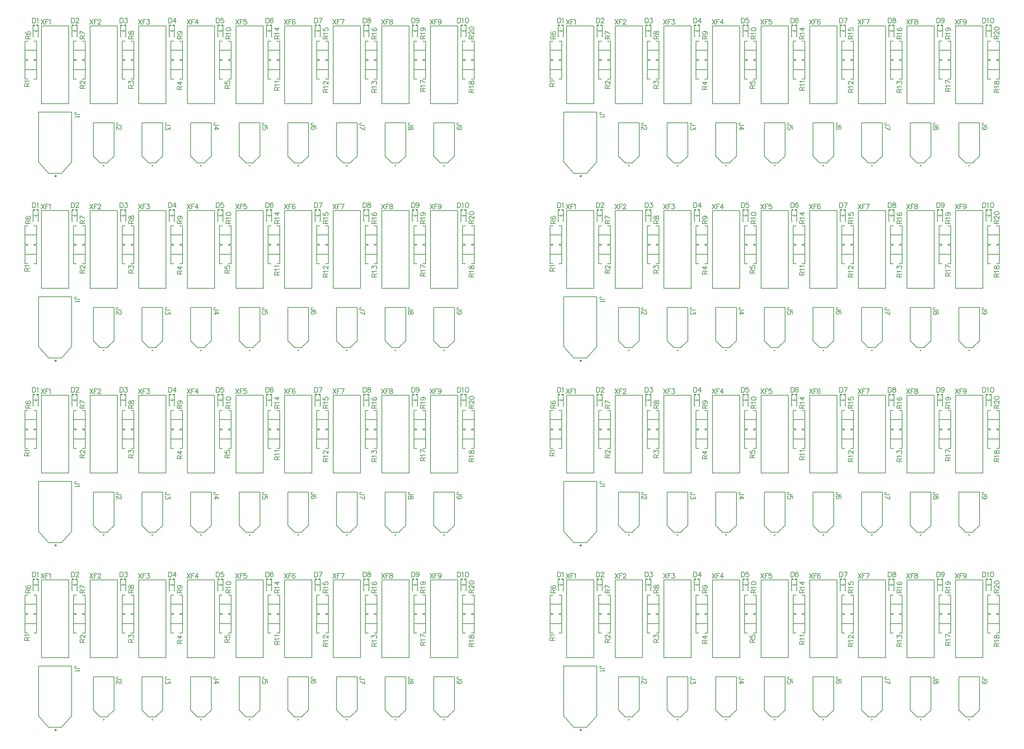
<source format=gto>
G04*
G04 #@! TF.GenerationSoftware,Altium Limited,Altium Designer,21.8.1 (53)*
G04*
G04 Layer_Color=65535*
%FSLAX44Y44*%
%MOMM*%
G71*
G04*
G04 #@! TF.SameCoordinates,54C0CB10-D324-4126-BD5B-6722362DD903*
G04*
G04*
G04 #@! TF.FilePolarity,Positive*
G04*
G01*
G75*
%ADD12C,0.2540*%
%ADD13C,0.2032*%
%ADD23C,0.3000*%
%ADD24C,0.1270*%
%ADD25C,0.2000*%
%ADD26C,0.1000*%
%ADD27C,0.1500*%
D12*
X648700Y155900D02*
G03*
X648700Y155900I-1000J0D01*
G01*
X1029700D02*
G03*
X1029700Y155900I-1000J0D01*
G01*
X1283700D02*
G03*
X1283700Y155900I-1000J0D01*
G01*
X1156700D02*
G03*
X1156700Y155900I-1000J0D01*
G01*
X775700D02*
G03*
X775700Y155900I-1000J0D01*
G01*
X902700D02*
G03*
X902700Y155900I-1000J0D01*
G01*
X521700D02*
G03*
X521700Y155900I-1000J0D01*
G01*
X394700D02*
G03*
X394700Y155900I-1000J0D01*
G01*
X2020300D02*
G03*
X2020300Y155900I-1000J0D01*
G01*
X2401300D02*
G03*
X2401300Y155900I-1000J0D01*
G01*
X2655300D02*
G03*
X2655300Y155900I-1000J0D01*
G01*
X2528300D02*
G03*
X2528300Y155900I-1000J0D01*
G01*
X2147300D02*
G03*
X2147300Y155900I-1000J0D01*
G01*
X2274300D02*
G03*
X2274300Y155900I-1000J0D01*
G01*
X1893300D02*
G03*
X1893300Y155900I-1000J0D01*
G01*
X1766300D02*
G03*
X1766300Y155900I-1000J0D01*
G01*
X648700Y638500D02*
G03*
X648700Y638500I-1000J0D01*
G01*
X1029700D02*
G03*
X1029700Y638500I-1000J0D01*
G01*
X1283700D02*
G03*
X1283700Y638500I-1000J0D01*
G01*
X1156700D02*
G03*
X1156700Y638500I-1000J0D01*
G01*
X775700D02*
G03*
X775700Y638500I-1000J0D01*
G01*
X902700D02*
G03*
X902700Y638500I-1000J0D01*
G01*
X521700D02*
G03*
X521700Y638500I-1000J0D01*
G01*
X394700D02*
G03*
X394700Y638500I-1000J0D01*
G01*
X2020300D02*
G03*
X2020300Y638500I-1000J0D01*
G01*
X2401300D02*
G03*
X2401300Y638500I-1000J0D01*
G01*
X2655300D02*
G03*
X2655300Y638500I-1000J0D01*
G01*
X2528300D02*
G03*
X2528300Y638500I-1000J0D01*
G01*
X2147300D02*
G03*
X2147300Y638500I-1000J0D01*
G01*
X2274300D02*
G03*
X2274300Y638500I-1000J0D01*
G01*
X1893300D02*
G03*
X1893300Y638500I-1000J0D01*
G01*
X1766300D02*
G03*
X1766300Y638500I-1000J0D01*
G01*
X648700Y1121100D02*
G03*
X648700Y1121100I-1000J0D01*
G01*
X1029700D02*
G03*
X1029700Y1121100I-1000J0D01*
G01*
X1283700D02*
G03*
X1283700Y1121100I-1000J0D01*
G01*
X1156700D02*
G03*
X1156700Y1121100I-1000J0D01*
G01*
X775700D02*
G03*
X775700Y1121100I-1000J0D01*
G01*
X902700D02*
G03*
X902700Y1121100I-1000J0D01*
G01*
X521700D02*
G03*
X521700Y1121100I-1000J0D01*
G01*
X394700D02*
G03*
X394700Y1121100I-1000J0D01*
G01*
X2020300D02*
G03*
X2020300Y1121100I-1000J0D01*
G01*
X2401300D02*
G03*
X2401300Y1121100I-1000J0D01*
G01*
X2655300D02*
G03*
X2655300Y1121100I-1000J0D01*
G01*
X2528300D02*
G03*
X2528300Y1121100I-1000J0D01*
G01*
X2147300D02*
G03*
X2147300Y1121100I-1000J0D01*
G01*
X2274300D02*
G03*
X2274300Y1121100I-1000J0D01*
G01*
X1893300D02*
G03*
X1893300Y1121100I-1000J0D01*
G01*
X1766300D02*
G03*
X1766300Y1121100I-1000J0D01*
G01*
X648700Y1603700D02*
G03*
X648700Y1603700I-1000J0D01*
G01*
X1029700D02*
G03*
X1029700Y1603700I-1000J0D01*
G01*
X1283700D02*
G03*
X1283700Y1603700I-1000J0D01*
G01*
X1156700D02*
G03*
X1156700Y1603700I-1000J0D01*
G01*
X775700D02*
G03*
X775700Y1603700I-1000J0D01*
G01*
X902700D02*
G03*
X902700Y1603700I-1000J0D01*
G01*
X521700D02*
G03*
X521700Y1603700I-1000J0D01*
G01*
X394700D02*
G03*
X394700Y1603700I-1000J0D01*
G01*
X2020300D02*
G03*
X2020300Y1603700I-1000J0D01*
G01*
X2401300D02*
G03*
X2401300Y1603700I-1000J0D01*
G01*
X2655300D02*
G03*
X2655300Y1603700I-1000J0D01*
G01*
X2528300D02*
G03*
X2528300Y1603700I-1000J0D01*
G01*
X2147300D02*
G03*
X2147300Y1603700I-1000J0D01*
G01*
X2274300D02*
G03*
X2274300Y1603700I-1000J0D01*
G01*
X1893300D02*
G03*
X1893300Y1603700I-1000J0D01*
G01*
X1766300D02*
G03*
X1766300Y1603700I-1000J0D01*
G01*
D13*
X189992Y487172D02*
X202689D01*
X189992D02*
Y492614D01*
X190597Y494428D01*
X191201Y495032D01*
X192411Y495637D01*
X193620D01*
X194829Y495032D01*
X195434Y494428D01*
X196038Y492614D01*
Y487172D01*
Y491404D02*
X202689Y495637D01*
X191806Y505734D02*
X190597Y505130D01*
X189992Y503316D01*
Y502106D01*
X190597Y500293D01*
X192411Y499083D01*
X195434Y498479D01*
X198457D01*
X200875Y499083D01*
X202085Y500293D01*
X202689Y502106D01*
Y502711D01*
X202085Y504525D01*
X200875Y505734D01*
X199062Y506339D01*
X198457D01*
X196643Y505734D01*
X195434Y504525D01*
X194829Y502711D01*
Y502106D01*
X195434Y500293D01*
X196643Y499083D01*
X198457Y498479D01*
X332232Y357632D02*
X344929D01*
X332232D02*
Y363074D01*
X332837Y364888D01*
X333441Y365492D01*
X334650Y366097D01*
X335860D01*
X337069Y365492D01*
X337674Y364888D01*
X338278Y363074D01*
Y357632D01*
Y361864D02*
X344929Y366097D01*
X335255Y369543D02*
X334650D01*
X333441Y370148D01*
X332837Y370752D01*
X332232Y371962D01*
Y374380D01*
X332837Y375590D01*
X333441Y376194D01*
X334650Y376799D01*
X335860D01*
X337069Y376194D01*
X338883Y374985D01*
X344929Y368939D01*
Y377403D01*
X187452Y362712D02*
X200149D01*
X187452D02*
Y368154D01*
X188057Y369968D01*
X188661Y370572D01*
X189870Y371177D01*
X191080D01*
X192289Y370572D01*
X192894Y369968D01*
X193498Y368154D01*
Y362712D01*
Y366944D02*
X200149Y371177D01*
X189870Y374019D02*
X189266Y375228D01*
X187452Y377042D01*
X200149D01*
X309372Y541528D02*
Y528831D01*
Y541528D02*
X313604D01*
X315418Y540923D01*
X316628Y539714D01*
X317232Y538505D01*
X317837Y536691D01*
Y533668D01*
X317232Y531854D01*
X316628Y530645D01*
X315418Y529435D01*
X313604Y528831D01*
X309372D01*
X321283Y538505D02*
Y539109D01*
X321888Y540319D01*
X322492Y540923D01*
X323702Y541528D01*
X326120D01*
X327330Y540923D01*
X327934Y540319D01*
X328539Y539109D01*
Y537900D01*
X327934Y536691D01*
X326725Y534877D01*
X320679Y528831D01*
X329143D01*
X207772Y541528D02*
Y528831D01*
Y541528D02*
X212004D01*
X213818Y540923D01*
X215028Y539714D01*
X215632Y538505D01*
X216237Y536691D01*
Y533668D01*
X215632Y531854D01*
X215028Y530645D01*
X213818Y529435D01*
X212004Y528831D01*
X207772D01*
X219079Y539109D02*
X220288Y539714D01*
X222102Y541528D01*
Y528831D01*
X230632Y537718D02*
X239097Y525021D01*
Y537718D02*
X230632Y525021D01*
X241939Y537718D02*
Y525021D01*
Y537718D02*
X249799D01*
X241939Y531672D02*
X246776D01*
X251250Y535299D02*
X252459Y535904D01*
X254273Y537718D01*
Y525021D01*
X586232Y355092D02*
X598929D01*
X586232D02*
Y360534D01*
X586837Y362348D01*
X587441Y362952D01*
X588651Y363557D01*
X589860D01*
X591069Y362952D01*
X591674Y362348D01*
X592278Y360534D01*
Y355092D01*
Y359324D02*
X598929Y363557D01*
X586232Y372445D02*
X594697Y366399D01*
Y375468D01*
X586232Y372445D02*
X598929D01*
X693928Y261162D02*
X684254D01*
X682440Y261766D01*
X681835Y262371D01*
X681231Y263580D01*
Y264790D01*
X681835Y265999D01*
X682440Y266603D01*
X684254Y267208D01*
X685463D01*
X693928Y251850D02*
X685463Y257897D01*
Y248827D01*
X693928Y251850D02*
X681231D01*
X563372Y541528D02*
Y528831D01*
Y541528D02*
X567604D01*
X569418Y540923D01*
X570628Y539714D01*
X571232Y538505D01*
X571837Y536691D01*
Y533668D01*
X571232Y531854D01*
X570628Y530645D01*
X569418Y529435D01*
X567604Y528831D01*
X563372D01*
X580725Y541528D02*
X574679Y533063D01*
X583748D01*
X580725Y541528D02*
Y528831D01*
X1201928Y261162D02*
X1192254D01*
X1190440Y261766D01*
X1189835Y262371D01*
X1189231Y263580D01*
Y264790D01*
X1189835Y265999D01*
X1190440Y266603D01*
X1192254Y267208D01*
X1193463D01*
X1201928Y254874D02*
X1201323Y256687D01*
X1200114Y257292D01*
X1198905D01*
X1197696Y256687D01*
X1197091Y255478D01*
X1196486Y253060D01*
X1195882Y251246D01*
X1194672Y250036D01*
X1193463Y249432D01*
X1191649D01*
X1190440Y250036D01*
X1189835Y250641D01*
X1189231Y252455D01*
Y254874D01*
X1189835Y256687D01*
X1190440Y257292D01*
X1191649Y257897D01*
X1193463D01*
X1194672Y257292D01*
X1195882Y256083D01*
X1196486Y254269D01*
X1197091Y251850D01*
X1197696Y250641D01*
X1198905Y250036D01*
X1200114D01*
X1201323Y250641D01*
X1201928Y252455D01*
Y254874D01*
X947928Y261162D02*
X938254D01*
X936440Y261766D01*
X935835Y262371D01*
X935231Y263580D01*
Y264789D01*
X935835Y265999D01*
X936440Y266603D01*
X938254Y267208D01*
X939463D01*
X946114Y250641D02*
X947323Y251246D01*
X947928Y253060D01*
Y254269D01*
X947323Y256083D01*
X945509Y257292D01*
X942486Y257897D01*
X939463D01*
X937045Y257292D01*
X935835Y256083D01*
X935231Y254269D01*
Y253664D01*
X935835Y251850D01*
X937045Y250641D01*
X938858Y250036D01*
X939463D01*
X941277Y250641D01*
X942486Y251850D01*
X943091Y253664D01*
Y254269D01*
X942486Y256083D01*
X941277Y257292D01*
X939463Y257897D01*
X330708Y289102D02*
X321034D01*
X319220Y289706D01*
X318615Y290311D01*
X318011Y291520D01*
Y292729D01*
X318615Y293939D01*
X319220Y294543D01*
X321034Y295148D01*
X322243D01*
X328289Y285837D02*
X328894Y284627D01*
X330708Y282813D01*
X318011D01*
X439928Y261162D02*
X430254D01*
X428440Y261766D01*
X427835Y262371D01*
X427231Y263580D01*
Y264789D01*
X427835Y265999D01*
X428440Y266603D01*
X430254Y267208D01*
X431463D01*
X436905Y257292D02*
X437509D01*
X438719Y256687D01*
X439323Y256083D01*
X439928Y254874D01*
Y252455D01*
X439323Y251246D01*
X438719Y250641D01*
X437509Y250036D01*
X436300D01*
X435091Y250641D01*
X433277Y251850D01*
X427231Y257897D01*
Y249432D01*
X1246632Y537718D02*
X1255097Y525021D01*
Y537718D02*
X1246632Y525021D01*
X1257939Y537718D02*
Y525021D01*
Y537718D02*
X1265799D01*
X1257939Y531672D02*
X1262776D01*
X1275110Y533486D02*
X1274506Y531672D01*
X1273296Y530462D01*
X1271482Y529858D01*
X1270878D01*
X1269064Y530462D01*
X1267855Y531672D01*
X1267250Y533486D01*
Y534090D01*
X1267855Y535904D01*
X1269064Y537113D01*
X1270878Y537718D01*
X1271482D01*
X1273296Y537113D01*
X1274506Y535904D01*
X1275110Y533486D01*
Y530462D01*
X1274506Y527439D01*
X1273296Y525625D01*
X1271482Y525021D01*
X1270273D01*
X1268459Y525625D01*
X1267855Y526835D01*
X1119632Y537718D02*
X1128097Y525021D01*
Y537718D02*
X1119632Y525021D01*
X1130939Y537718D02*
Y525021D01*
Y537718D02*
X1138799D01*
X1130939Y531672D02*
X1135776D01*
X1143273Y537718D02*
X1141459Y537113D01*
X1140855Y535904D01*
Y534695D01*
X1141459Y533486D01*
X1142669Y532881D01*
X1145087Y532276D01*
X1146901Y531672D01*
X1148110Y530462D01*
X1148715Y529253D01*
Y527439D01*
X1148110Y526230D01*
X1147506Y525625D01*
X1145692Y525021D01*
X1143273D01*
X1141459Y525625D01*
X1140855Y526230D01*
X1140250Y527439D01*
Y529253D01*
X1140855Y530462D01*
X1142064Y531672D01*
X1143878Y532276D01*
X1146296Y532881D01*
X1147506Y533486D01*
X1148110Y534695D01*
Y535904D01*
X1147506Y537113D01*
X1145692Y537718D01*
X1143273D01*
X992632D02*
X1001097Y525021D01*
Y537718D02*
X992632Y525021D01*
X1003939Y537718D02*
Y525021D01*
Y537718D02*
X1011799D01*
X1003939Y531672D02*
X1008776D01*
X1021715Y537718D02*
X1015668Y525021D01*
X1013250Y537718D02*
X1021715D01*
X865632D02*
X874097Y525021D01*
Y537718D02*
X865632Y525021D01*
X876939Y537718D02*
Y525021D01*
Y537718D02*
X884799D01*
X876939Y531672D02*
X881776D01*
X893506Y535904D02*
X892901Y537113D01*
X891087Y537718D01*
X889878D01*
X888064Y537113D01*
X886855Y535299D01*
X886250Y532276D01*
Y529253D01*
X886855Y526835D01*
X888064Y525625D01*
X889878Y525021D01*
X890482D01*
X892296Y525625D01*
X893506Y526835D01*
X894110Y528648D01*
Y529253D01*
X893506Y531067D01*
X892296Y532276D01*
X890482Y532881D01*
X889878D01*
X888064Y532276D01*
X886855Y531067D01*
X886250Y529253D01*
X738632Y537718D02*
X747097Y525021D01*
Y537718D02*
X738632Y525021D01*
X749939Y537718D02*
Y525021D01*
Y537718D02*
X757799D01*
X749939Y531672D02*
X754776D01*
X766506Y537718D02*
X760459D01*
X759855Y532276D01*
X760459Y532881D01*
X762273Y533486D01*
X764087D01*
X765901Y532881D01*
X767110Y531672D01*
X767715Y529858D01*
Y528648D01*
X767110Y526835D01*
X765901Y525625D01*
X764087Y525021D01*
X762273D01*
X760459Y525625D01*
X759855Y526230D01*
X759250Y527439D01*
X611632Y537718D02*
X620097Y525021D01*
Y537718D02*
X611632Y525021D01*
X622939Y537718D02*
Y525021D01*
Y537718D02*
X630799D01*
X622939Y531672D02*
X627776D01*
X638296Y537718D02*
X632250Y529253D01*
X641319D01*
X638296Y537718D02*
Y525021D01*
X484632Y537718D02*
X493097Y525021D01*
Y537718D02*
X484632Y525021D01*
X495939Y537718D02*
Y525021D01*
Y537718D02*
X503799D01*
X495939Y531672D02*
X500776D01*
X506459Y537718D02*
X513110D01*
X509482Y532881D01*
X511296D01*
X512506Y532276D01*
X513110Y531672D01*
X513715Y529858D01*
Y528648D01*
X513110Y526835D01*
X511901Y525625D01*
X510087Y525021D01*
X508273D01*
X506459Y525625D01*
X505855Y526230D01*
X505250Y527439D01*
X357632Y537718D02*
X366097Y525021D01*
Y537718D02*
X357632Y525021D01*
X368939Y537718D02*
Y525021D01*
Y537718D02*
X376799D01*
X368939Y531672D02*
X373776D01*
X378855Y534695D02*
Y535299D01*
X379459Y536509D01*
X380064Y537113D01*
X381273Y537718D01*
X383692D01*
X384901Y537113D01*
X385506Y536509D01*
X386110Y535299D01*
Y534090D01*
X385506Y532881D01*
X384296Y531067D01*
X378250Y525021D01*
X386715D01*
X1348232Y487172D02*
X1360929D01*
X1348232D02*
Y492614D01*
X1348837Y494428D01*
X1349441Y495032D01*
X1350650Y495637D01*
X1351860D01*
X1353069Y495032D01*
X1353674Y494428D01*
X1354278Y492614D01*
Y487172D01*
Y491404D02*
X1360929Y495637D01*
X1351255Y499083D02*
X1350650D01*
X1349441Y499688D01*
X1348837Y500293D01*
X1348232Y501502D01*
Y503920D01*
X1348837Y505130D01*
X1349441Y505734D01*
X1350650Y506339D01*
X1351860D01*
X1353069Y505734D01*
X1354883Y504525D01*
X1360929Y498479D01*
Y506944D01*
X1348232Y513413D02*
X1348837Y511599D01*
X1350650Y510390D01*
X1353674Y509785D01*
X1355488D01*
X1358511Y510390D01*
X1360325Y511599D01*
X1360929Y513413D01*
Y514622D01*
X1360325Y516436D01*
X1358511Y517645D01*
X1355488Y518250D01*
X1353674D01*
X1350650Y517645D01*
X1348837Y516436D01*
X1348232Y514622D01*
Y513413D01*
X1221232Y487172D02*
X1233929D01*
X1221232D02*
Y492614D01*
X1221837Y494428D01*
X1222441Y495032D01*
X1223651Y495637D01*
X1224860D01*
X1226069Y495032D01*
X1226674Y494428D01*
X1227278Y492614D01*
Y487172D01*
Y491404D02*
X1233929Y495637D01*
X1223651Y498479D02*
X1223046Y499688D01*
X1221232Y501502D01*
X1233929D01*
X1225464Y515650D02*
X1227278Y515046D01*
X1228488Y513836D01*
X1229092Y512022D01*
Y511418D01*
X1228488Y509604D01*
X1227278Y508395D01*
X1225464Y507790D01*
X1224860D01*
X1223046Y508395D01*
X1221837Y509604D01*
X1221232Y511418D01*
Y512022D01*
X1221837Y513836D01*
X1223046Y515046D01*
X1225464Y515650D01*
X1228488D01*
X1231511Y515046D01*
X1233325Y513836D01*
X1233929Y512022D01*
Y510813D01*
X1233325Y508999D01*
X1232115Y508395D01*
X1348232Y347472D02*
X1360929D01*
X1348232D02*
Y352914D01*
X1348837Y354728D01*
X1349441Y355332D01*
X1350650Y355937D01*
X1351860D01*
X1353069Y355332D01*
X1353674Y354728D01*
X1354278Y352914D01*
Y347472D01*
Y351704D02*
X1360929Y355937D01*
X1350650Y358779D02*
X1350046Y359988D01*
X1348232Y361802D01*
X1360929D01*
X1348232Y371113D02*
X1348837Y369299D01*
X1350046Y368695D01*
X1351255D01*
X1352464Y369299D01*
X1353069Y370508D01*
X1353674Y372927D01*
X1354278Y374741D01*
X1355488Y375950D01*
X1356697Y376555D01*
X1358511D01*
X1359720Y375950D01*
X1360325Y375346D01*
X1360929Y373532D01*
Y371113D01*
X1360325Y369299D01*
X1359720Y368695D01*
X1358511Y368090D01*
X1356697D01*
X1355488Y368695D01*
X1354278Y369904D01*
X1353674Y371718D01*
X1353069Y374136D01*
X1352464Y375346D01*
X1351255Y375950D01*
X1350046D01*
X1348837Y375346D01*
X1348232Y373532D01*
Y371113D01*
X1221232Y350012D02*
X1233929D01*
X1221232D02*
Y355454D01*
X1221837Y357268D01*
X1222441Y357872D01*
X1223651Y358477D01*
X1224860D01*
X1226069Y357872D01*
X1226674Y357268D01*
X1227278Y355454D01*
Y350012D01*
Y354244D02*
X1233929Y358477D01*
X1223651Y361319D02*
X1223046Y362528D01*
X1221232Y364342D01*
X1233929D01*
X1221232Y379095D02*
X1233929Y373049D01*
X1221232Y370630D02*
Y379095D01*
X1094232Y487172D02*
X1106929D01*
X1094232D02*
Y492614D01*
X1094837Y494428D01*
X1095441Y495032D01*
X1096650Y495637D01*
X1097860D01*
X1099069Y495032D01*
X1099674Y494428D01*
X1100278Y492614D01*
Y487172D01*
Y491404D02*
X1106929Y495637D01*
X1096650Y498479D02*
X1096046Y499688D01*
X1094232Y501502D01*
X1106929D01*
X1096046Y515046D02*
X1094837Y514441D01*
X1094232Y512627D01*
Y511418D01*
X1094837Y509604D01*
X1096650Y508395D01*
X1099674Y507790D01*
X1102697D01*
X1105115Y508395D01*
X1106325Y509604D01*
X1106929Y511418D01*
Y512022D01*
X1106325Y513836D01*
X1105115Y515046D01*
X1103301Y515650D01*
X1102697D01*
X1100883Y515046D01*
X1099674Y513836D01*
X1099069Y512022D01*
Y511418D01*
X1099674Y509604D01*
X1100883Y508395D01*
X1102697Y507790D01*
X967232Y487172D02*
X979929D01*
X967232D02*
Y492614D01*
X967837Y494428D01*
X968441Y495032D01*
X969650Y495637D01*
X970860D01*
X972069Y495032D01*
X972674Y494428D01*
X973278Y492614D01*
Y487172D01*
Y491404D02*
X979929Y495637D01*
X969650Y498479D02*
X969046Y499688D01*
X967232Y501502D01*
X979929D01*
X967232Y515046D02*
Y508999D01*
X972674Y508395D01*
X972069Y508999D01*
X971464Y510813D01*
Y512627D01*
X972069Y514441D01*
X973278Y515650D01*
X975092Y516255D01*
X976301D01*
X978115Y515650D01*
X979325Y514441D01*
X979929Y512627D01*
Y510813D01*
X979325Y508999D01*
X978720Y508395D01*
X977511Y507790D01*
X840232Y487172D02*
X852929D01*
X840232D02*
Y492614D01*
X840837Y494428D01*
X841441Y495032D01*
X842651Y495637D01*
X843860D01*
X845069Y495032D01*
X845674Y494428D01*
X846278Y492614D01*
Y487172D01*
Y491404D02*
X852929Y495637D01*
X842651Y498479D02*
X842046Y499688D01*
X840232Y501502D01*
X852929D01*
X840232Y513836D02*
X848697Y507790D01*
Y516859D01*
X840232Y513836D02*
X852929D01*
X1094232Y347472D02*
X1106929D01*
X1094232D02*
Y352914D01*
X1094837Y354728D01*
X1095441Y355332D01*
X1096650Y355937D01*
X1097860D01*
X1099069Y355332D01*
X1099674Y354728D01*
X1100278Y352914D01*
Y347472D01*
Y351704D02*
X1106929Y355937D01*
X1096650Y358779D02*
X1096046Y359988D01*
X1094232Y361802D01*
X1106929D01*
X1094232Y369299D02*
Y375950D01*
X1099069Y372322D01*
Y374136D01*
X1099674Y375346D01*
X1100278Y375950D01*
X1102092Y376555D01*
X1103301D01*
X1105115Y375950D01*
X1106325Y374741D01*
X1106929Y372927D01*
Y371113D01*
X1106325Y369299D01*
X1105720Y368695D01*
X1104511Y368090D01*
X967232Y347472D02*
X979929D01*
X967232D02*
Y352914D01*
X967837Y354728D01*
X968441Y355332D01*
X969650Y355937D01*
X970860D01*
X972069Y355332D01*
X972674Y354728D01*
X973278Y352914D01*
Y347472D01*
Y351704D02*
X979929Y355937D01*
X969650Y358779D02*
X969046Y359988D01*
X967232Y361802D01*
X979929D01*
X970255Y368695D02*
X969650D01*
X968441Y369299D01*
X967837Y369904D01*
X967232Y371113D01*
Y373532D01*
X967837Y374741D01*
X968441Y375346D01*
X969650Y375950D01*
X970860D01*
X972069Y375346D01*
X973883Y374136D01*
X979929Y368090D01*
Y376555D01*
X840232Y352552D02*
X852929D01*
X840232D02*
Y357994D01*
X840837Y359808D01*
X841441Y360412D01*
X842651Y361017D01*
X843860D01*
X845069Y360412D01*
X845674Y359808D01*
X846278Y357994D01*
Y352552D01*
Y356784D02*
X852929Y361017D01*
X842651Y363859D02*
X842046Y365068D01*
X840232Y366882D01*
X852929D01*
X842651Y373170D02*
X842046Y374379D01*
X840232Y376193D01*
X852929D01*
X459232Y487172D02*
X471929D01*
X459232D02*
Y492614D01*
X459837Y494428D01*
X460441Y495032D01*
X461651Y495637D01*
X462860D01*
X464069Y495032D01*
X464674Y494428D01*
X465278Y492614D01*
Y487172D01*
Y491404D02*
X471929Y495637D01*
X459232Y501502D02*
X459837Y499688D01*
X461046Y499083D01*
X462255D01*
X463464Y499688D01*
X464069Y500897D01*
X464674Y503316D01*
X465278Y505130D01*
X466488Y506339D01*
X467697Y506944D01*
X469511D01*
X470720Y506339D01*
X471325Y505734D01*
X471929Y503920D01*
Y501502D01*
X471325Y499688D01*
X470720Y499083D01*
X469511Y498479D01*
X467697D01*
X466488Y499083D01*
X465278Y500293D01*
X464674Y502106D01*
X464069Y504525D01*
X463464Y505734D01*
X462255Y506339D01*
X461046D01*
X459837Y505734D01*
X459232Y503920D01*
Y501502D01*
X332232Y487172D02*
X344929D01*
X332232D02*
Y492614D01*
X332837Y494428D01*
X333441Y495032D01*
X334650Y495637D01*
X335860D01*
X337069Y495032D01*
X337674Y494428D01*
X338278Y492614D01*
Y487172D01*
Y491404D02*
X344929Y495637D01*
X332232Y506944D02*
X344929Y500897D01*
X332232Y498479D02*
Y506944D01*
X713232Y487172D02*
X725929D01*
X713232D02*
Y492614D01*
X713837Y494428D01*
X714441Y495032D01*
X715650Y495637D01*
X716860D01*
X718069Y495032D01*
X718674Y494428D01*
X719278Y492614D01*
Y487172D01*
Y491404D02*
X725929Y495637D01*
X715650Y498479D02*
X715046Y499688D01*
X713232Y501502D01*
X725929D01*
X713232Y511418D02*
X713837Y509604D01*
X715650Y508395D01*
X718674Y507790D01*
X720488D01*
X723511Y508395D01*
X725325Y509604D01*
X725929Y511418D01*
Y512627D01*
X725325Y514441D01*
X723511Y515650D01*
X720488Y516255D01*
X718674D01*
X715650Y515650D01*
X713837Y514441D01*
X713232Y512627D01*
Y511418D01*
X586232Y487172D02*
X598929D01*
X586232D02*
Y492614D01*
X586837Y494428D01*
X587441Y495032D01*
X588651Y495637D01*
X589860D01*
X591069Y495032D01*
X591674Y494428D01*
X592278Y492614D01*
Y487172D01*
Y491404D02*
X598929Y495637D01*
X590464Y506339D02*
X592278Y505734D01*
X593488Y504525D01*
X594092Y502711D01*
Y502106D01*
X593488Y500293D01*
X592278Y499083D01*
X590464Y498479D01*
X589860D01*
X588046Y499083D01*
X586837Y500293D01*
X586232Y502106D01*
Y502711D01*
X586837Y504525D01*
X588046Y505734D01*
X590464Y506339D01*
X593488D01*
X596511Y505734D01*
X598325Y504525D01*
X598929Y502711D01*
Y501502D01*
X598325Y499688D01*
X597115Y499083D01*
X710692Y357632D02*
X723389D01*
X710692D02*
Y363074D01*
X711297Y364888D01*
X711901Y365492D01*
X713111Y366097D01*
X714320D01*
X715529Y365492D01*
X716134Y364888D01*
X716738Y363074D01*
Y357632D01*
Y361864D02*
X723389Y366097D01*
X710692Y376194D02*
Y370148D01*
X716134Y369543D01*
X715529Y370148D01*
X714924Y371962D01*
Y373776D01*
X715529Y375590D01*
X716738Y376799D01*
X718552Y377403D01*
X719762D01*
X721575Y376799D01*
X722785Y375590D01*
X723389Y373776D01*
Y371962D01*
X722785Y370148D01*
X722180Y369543D01*
X720971Y368939D01*
X459232Y357632D02*
X471929D01*
X459232D02*
Y363074D01*
X459837Y364888D01*
X460441Y365492D01*
X461651Y366097D01*
X462860D01*
X464069Y365492D01*
X464674Y364888D01*
X465278Y363074D01*
Y357632D01*
Y361864D02*
X471929Y366097D01*
X459232Y370148D02*
Y376799D01*
X464069Y373171D01*
Y374985D01*
X464674Y376194D01*
X465278Y376799D01*
X467092Y377403D01*
X468302D01*
X470115Y376799D01*
X471325Y375590D01*
X471929Y373776D01*
Y371962D01*
X471325Y370148D01*
X470720Y369543D01*
X469511Y368939D01*
X1328928Y261162D02*
X1319254D01*
X1317440Y261766D01*
X1316835Y262371D01*
X1316231Y263580D01*
Y264790D01*
X1316835Y265999D01*
X1317440Y266603D01*
X1319254Y267208D01*
X1320463D01*
X1324696Y250036D02*
X1322882Y250641D01*
X1321672Y251850D01*
X1321068Y253664D01*
Y254269D01*
X1321672Y256083D01*
X1322882Y257292D01*
X1324696Y257897D01*
X1325300D01*
X1327114Y257292D01*
X1328323Y256083D01*
X1328928Y254269D01*
Y253664D01*
X1328323Y251850D01*
X1327114Y250641D01*
X1324696Y250036D01*
X1321672D01*
X1318649Y250641D01*
X1316835Y251850D01*
X1316231Y253664D01*
Y254874D01*
X1316835Y256687D01*
X1318045Y257292D01*
X1074928Y261162D02*
X1065254D01*
X1063440Y261766D01*
X1062835Y262371D01*
X1062231Y263580D01*
Y264790D01*
X1062835Y265999D01*
X1063440Y266603D01*
X1065254Y267208D01*
X1066463D01*
X1074928Y249432D02*
X1062231Y255478D01*
X1074928Y257897D02*
Y249432D01*
X820928Y261162D02*
X811254D01*
X809440Y261766D01*
X808835Y262371D01*
X808231Y263580D01*
Y264790D01*
X808835Y265999D01*
X809440Y266603D01*
X811254Y267208D01*
X812463D01*
X820928Y250641D02*
Y256687D01*
X815486Y257292D01*
X816091Y256687D01*
X816696Y254874D01*
Y253060D01*
X816091Y251246D01*
X814882Y250036D01*
X813068Y249432D01*
X811859D01*
X810045Y250036D01*
X808835Y251246D01*
X808231Y253060D01*
Y254874D01*
X808835Y256687D01*
X809440Y257292D01*
X810649Y257897D01*
X566928Y261162D02*
X557254D01*
X555440Y261766D01*
X554835Y262371D01*
X554231Y263580D01*
Y264789D01*
X554835Y265999D01*
X555440Y266603D01*
X557254Y267208D01*
X558463D01*
X566928Y256687D02*
Y250036D01*
X562091Y253664D01*
Y251850D01*
X561486Y250641D01*
X560882Y250036D01*
X559068Y249432D01*
X557859D01*
X556045Y250036D01*
X554835Y251246D01*
X554231Y253060D01*
Y254874D01*
X554835Y256687D01*
X555440Y257292D01*
X556649Y257897D01*
X1317752Y541528D02*
Y528831D01*
Y541528D02*
X1321984D01*
X1323798Y540923D01*
X1325008Y539714D01*
X1325612Y538505D01*
X1326217Y536691D01*
Y533668D01*
X1325612Y531854D01*
X1325008Y530645D01*
X1323798Y529435D01*
X1321984Y528831D01*
X1317752D01*
X1329059Y539109D02*
X1330268Y539714D01*
X1332082Y541528D01*
Y528831D01*
X1341998Y541528D02*
X1340184Y540923D01*
X1338975Y539109D01*
X1338370Y536086D01*
Y534272D01*
X1338975Y531249D01*
X1340184Y529435D01*
X1341998Y528831D01*
X1343207D01*
X1345021Y529435D01*
X1346230Y531249D01*
X1346835Y534272D01*
Y536086D01*
X1346230Y539109D01*
X1345021Y540923D01*
X1343207Y541528D01*
X1341998D01*
X1198372D02*
Y528831D01*
Y541528D02*
X1202604D01*
X1204418Y540923D01*
X1205628Y539714D01*
X1206232Y538505D01*
X1206837Y536691D01*
Y533668D01*
X1206232Y531854D01*
X1205628Y530645D01*
X1204418Y529435D01*
X1202604Y528831D01*
X1198372D01*
X1217539Y537296D02*
X1216934Y535482D01*
X1215725Y534272D01*
X1213911Y533668D01*
X1213306D01*
X1211492Y534272D01*
X1210283Y535482D01*
X1209679Y537296D01*
Y537900D01*
X1210283Y539714D01*
X1211492Y540923D01*
X1213306Y541528D01*
X1213911D01*
X1215725Y540923D01*
X1216934Y539714D01*
X1217539Y537296D01*
Y534272D01*
X1216934Y531249D01*
X1215725Y529435D01*
X1213911Y528831D01*
X1212702D01*
X1210888Y529435D01*
X1210283Y530645D01*
X1071372Y541528D02*
Y528831D01*
Y541528D02*
X1075604D01*
X1077418Y540923D01*
X1078628Y539714D01*
X1079232Y538505D01*
X1079837Y536691D01*
Y533668D01*
X1079232Y531854D01*
X1078628Y530645D01*
X1077418Y529435D01*
X1075604Y528831D01*
X1071372D01*
X1085702Y541528D02*
X1083888Y540923D01*
X1083283Y539714D01*
Y538505D01*
X1083888Y537296D01*
X1085097Y536691D01*
X1087516Y536086D01*
X1089330Y535482D01*
X1090539Y534272D01*
X1091143Y533063D01*
Y531249D01*
X1090539Y530040D01*
X1089934Y529435D01*
X1088120Y528831D01*
X1085702D01*
X1083888Y529435D01*
X1083283Y530040D01*
X1082679Y531249D01*
Y533063D01*
X1083283Y534272D01*
X1084492Y535482D01*
X1086306Y536086D01*
X1088725Y536691D01*
X1089934Y537296D01*
X1090539Y538505D01*
Y539714D01*
X1089934Y540923D01*
X1088120Y541528D01*
X1085702D01*
X944372D02*
Y528831D01*
Y541528D02*
X948604D01*
X950418Y540923D01*
X951628Y539714D01*
X952232Y538505D01*
X952837Y536691D01*
Y533668D01*
X952232Y531854D01*
X951628Y530645D01*
X950418Y529435D01*
X948604Y528831D01*
X944372D01*
X964144Y541528D02*
X958097Y528831D01*
X955679Y541528D02*
X964144D01*
X817372D02*
Y528831D01*
Y541528D02*
X821604D01*
X823418Y540923D01*
X824628Y539714D01*
X825232Y538505D01*
X825837Y536691D01*
Y533668D01*
X825232Y531854D01*
X824628Y530645D01*
X823418Y529435D01*
X821604Y528831D01*
X817372D01*
X835934Y539714D02*
X835330Y540923D01*
X833516Y541528D01*
X832306D01*
X830492Y540923D01*
X829283Y539109D01*
X828679Y536086D01*
Y533063D01*
X829283Y530645D01*
X830492Y529435D01*
X832306Y528831D01*
X832911D01*
X834725Y529435D01*
X835934Y530645D01*
X836539Y532458D01*
Y533063D01*
X835934Y534877D01*
X834725Y536086D01*
X832911Y536691D01*
X832306D01*
X830492Y536086D01*
X829283Y534877D01*
X828679Y533063D01*
X687832Y541528D02*
Y528831D01*
Y541528D02*
X692064D01*
X693878Y540923D01*
X695088Y539714D01*
X695692Y538505D01*
X696297Y536691D01*
Y533668D01*
X695692Y531854D01*
X695088Y530645D01*
X693878Y529435D01*
X692064Y528831D01*
X687832D01*
X706394Y541528D02*
X700348D01*
X699743Y536086D01*
X700348Y536691D01*
X702162Y537296D01*
X703976D01*
X705790Y536691D01*
X706999Y535482D01*
X707604Y533668D01*
Y532458D01*
X706999Y530645D01*
X705790Y529435D01*
X703976Y528831D01*
X702162D01*
X700348Y529435D01*
X699743Y530040D01*
X699139Y531249D01*
X436372Y541528D02*
Y528831D01*
Y541528D02*
X440604D01*
X442418Y540923D01*
X443628Y539714D01*
X444232Y538505D01*
X444837Y536691D01*
Y533668D01*
X444232Y531854D01*
X443628Y530645D01*
X442418Y529435D01*
X440604Y528831D01*
X436372D01*
X448888Y541528D02*
X455539D01*
X451911Y536691D01*
X453725D01*
X454934Y536086D01*
X455539Y535482D01*
X456143Y533668D01*
Y532458D01*
X455539Y530645D01*
X454330Y529435D01*
X452516Y528831D01*
X450702D01*
X448888Y529435D01*
X448283Y530040D01*
X447679Y531249D01*
X1561592Y487172D02*
X1574289D01*
X1561592D02*
Y492614D01*
X1562197Y494428D01*
X1562801Y495032D01*
X1564010Y495637D01*
X1565220D01*
X1566429Y495032D01*
X1567034Y494428D01*
X1567638Y492614D01*
Y487172D01*
Y491404D02*
X1574289Y495637D01*
X1563406Y505734D02*
X1562197Y505130D01*
X1561592Y503316D01*
Y502106D01*
X1562197Y500293D01*
X1564010Y499083D01*
X1567034Y498479D01*
X1570057D01*
X1572475Y499083D01*
X1573685Y500293D01*
X1574289Y502106D01*
Y502711D01*
X1573685Y504525D01*
X1572475Y505734D01*
X1570661Y506339D01*
X1570057D01*
X1568243Y505734D01*
X1567034Y504525D01*
X1566429Y502711D01*
Y502106D01*
X1567034Y500293D01*
X1568243Y499083D01*
X1570057Y498479D01*
X1703832Y357632D02*
X1716529D01*
X1703832D02*
Y363074D01*
X1704437Y364888D01*
X1705041Y365492D01*
X1706250Y366097D01*
X1707460D01*
X1708669Y365492D01*
X1709274Y364888D01*
X1709878Y363074D01*
Y357632D01*
Y361864D02*
X1716529Y366097D01*
X1706855Y369543D02*
X1706250D01*
X1705041Y370148D01*
X1704437Y370752D01*
X1703832Y371962D01*
Y374380D01*
X1704437Y375590D01*
X1705041Y376194D01*
X1706250Y376799D01*
X1707460D01*
X1708669Y376194D01*
X1710483Y374985D01*
X1716529Y368939D01*
Y377403D01*
X1559052Y362712D02*
X1571749D01*
X1559052D02*
Y368154D01*
X1559657Y369968D01*
X1560261Y370572D01*
X1561470Y371177D01*
X1562680D01*
X1563889Y370572D01*
X1564494Y369968D01*
X1565098Y368154D01*
Y362712D01*
Y366944D02*
X1571749Y371177D01*
X1561470Y374019D02*
X1560866Y375228D01*
X1559052Y377042D01*
X1571749D01*
X1680972Y541528D02*
Y528831D01*
Y541528D02*
X1685204D01*
X1687018Y540923D01*
X1688228Y539714D01*
X1688832Y538505D01*
X1689437Y536691D01*
Y533668D01*
X1688832Y531854D01*
X1688228Y530645D01*
X1687018Y529435D01*
X1685204Y528831D01*
X1680972D01*
X1692883Y538505D02*
Y539109D01*
X1693488Y540319D01*
X1694093Y540923D01*
X1695302Y541528D01*
X1697720D01*
X1698930Y540923D01*
X1699534Y540319D01*
X1700139Y539109D01*
Y537900D01*
X1699534Y536691D01*
X1698325Y534877D01*
X1692279Y528831D01*
X1700744D01*
X1579372Y541528D02*
Y528831D01*
Y541528D02*
X1583604D01*
X1585418Y540923D01*
X1586628Y539714D01*
X1587232Y538505D01*
X1587837Y536691D01*
Y533668D01*
X1587232Y531854D01*
X1586628Y530645D01*
X1585418Y529435D01*
X1583604Y528831D01*
X1579372D01*
X1590679Y539109D02*
X1591888Y539714D01*
X1593702Y541528D01*
Y528831D01*
X1602232Y537718D02*
X1610697Y525021D01*
Y537718D02*
X1602232Y525021D01*
X1613539Y537718D02*
Y525021D01*
Y537718D02*
X1621399D01*
X1613539Y531672D02*
X1618376D01*
X1622850Y535299D02*
X1624059Y535904D01*
X1625873Y537718D01*
Y525021D01*
X1957832Y355092D02*
X1970529D01*
X1957832D02*
Y360534D01*
X1958437Y362348D01*
X1959041Y362952D01*
X1960251Y363557D01*
X1961460D01*
X1962669Y362952D01*
X1963274Y362348D01*
X1963878Y360534D01*
Y355092D01*
Y359324D02*
X1970529Y363557D01*
X1957832Y372445D02*
X1966297Y366399D01*
Y375468D01*
X1957832Y372445D02*
X1970529D01*
X2065528Y261162D02*
X2055854D01*
X2054040Y261766D01*
X2053435Y262371D01*
X2052831Y263580D01*
Y264790D01*
X2053435Y265999D01*
X2054040Y266603D01*
X2055854Y267208D01*
X2057063D01*
X2065528Y251850D02*
X2057063Y257897D01*
Y248827D01*
X2065528Y251850D02*
X2052831D01*
X1934972Y541528D02*
Y528831D01*
Y541528D02*
X1939204D01*
X1941018Y540923D01*
X1942228Y539714D01*
X1942832Y538505D01*
X1943437Y536691D01*
Y533668D01*
X1942832Y531854D01*
X1942228Y530645D01*
X1941018Y529435D01*
X1939204Y528831D01*
X1934972D01*
X1952325Y541528D02*
X1946279Y533063D01*
X1955348D01*
X1952325Y541528D02*
Y528831D01*
X2573528Y261162D02*
X2563854D01*
X2562040Y261766D01*
X2561435Y262371D01*
X2560831Y263580D01*
Y264790D01*
X2561435Y265999D01*
X2562040Y266603D01*
X2563854Y267208D01*
X2565063D01*
X2573528Y254874D02*
X2572923Y256687D01*
X2571714Y257292D01*
X2570505D01*
X2569296Y256687D01*
X2568691Y255478D01*
X2568086Y253060D01*
X2567482Y251246D01*
X2566272Y250036D01*
X2565063Y249432D01*
X2563249D01*
X2562040Y250036D01*
X2561435Y250641D01*
X2560831Y252455D01*
Y254874D01*
X2561435Y256687D01*
X2562040Y257292D01*
X2563249Y257897D01*
X2565063D01*
X2566272Y257292D01*
X2567482Y256083D01*
X2568086Y254269D01*
X2568691Y251850D01*
X2569296Y250641D01*
X2570505Y250036D01*
X2571714D01*
X2572923Y250641D01*
X2573528Y252455D01*
Y254874D01*
X2319528Y261162D02*
X2309854D01*
X2308040Y261766D01*
X2307435Y262371D01*
X2306831Y263580D01*
Y264789D01*
X2307435Y265999D01*
X2308040Y266603D01*
X2309854Y267208D01*
X2311063D01*
X2317714Y250641D02*
X2318923Y251246D01*
X2319528Y253060D01*
Y254269D01*
X2318923Y256083D01*
X2317109Y257292D01*
X2314086Y257897D01*
X2311063D01*
X2308645Y257292D01*
X2307435Y256083D01*
X2306831Y254269D01*
Y253664D01*
X2307435Y251850D01*
X2308645Y250641D01*
X2310459Y250036D01*
X2311063D01*
X2312877Y250641D01*
X2314086Y251850D01*
X2314691Y253664D01*
Y254269D01*
X2314086Y256083D01*
X2312877Y257292D01*
X2311063Y257897D01*
X1702308Y289102D02*
X1692634D01*
X1690820Y289706D01*
X1690215Y290311D01*
X1689611Y291520D01*
Y292729D01*
X1690215Y293939D01*
X1690820Y294543D01*
X1692634Y295148D01*
X1693843D01*
X1699890Y285837D02*
X1700494Y284627D01*
X1702308Y282813D01*
X1689611D01*
X1811528Y261162D02*
X1801854D01*
X1800040Y261766D01*
X1799435Y262371D01*
X1798831Y263580D01*
Y264789D01*
X1799435Y265999D01*
X1800040Y266603D01*
X1801854Y267208D01*
X1803063D01*
X1808505Y257292D02*
X1809109D01*
X1810319Y256687D01*
X1810923Y256083D01*
X1811528Y254874D01*
Y252455D01*
X1810923Y251246D01*
X1810319Y250641D01*
X1809109Y250036D01*
X1807900D01*
X1806691Y250641D01*
X1804877Y251850D01*
X1798831Y257897D01*
Y249432D01*
X2618232Y537718D02*
X2626697Y525021D01*
Y537718D02*
X2618232Y525021D01*
X2629539Y537718D02*
Y525021D01*
Y537718D02*
X2637399D01*
X2629539Y531672D02*
X2634376D01*
X2646710Y533486D02*
X2646106Y531672D01*
X2644896Y530462D01*
X2643082Y529858D01*
X2642478D01*
X2640664Y530462D01*
X2639455Y531672D01*
X2638850Y533486D01*
Y534090D01*
X2639455Y535904D01*
X2640664Y537113D01*
X2642478Y537718D01*
X2643082D01*
X2644896Y537113D01*
X2646106Y535904D01*
X2646710Y533486D01*
Y530462D01*
X2646106Y527439D01*
X2644896Y525625D01*
X2643082Y525021D01*
X2641873D01*
X2640059Y525625D01*
X2639455Y526835D01*
X2491232Y537718D02*
X2499697Y525021D01*
Y537718D02*
X2491232Y525021D01*
X2502539Y537718D02*
Y525021D01*
Y537718D02*
X2510399D01*
X2502539Y531672D02*
X2507376D01*
X2514873Y537718D02*
X2513059Y537113D01*
X2512455Y535904D01*
Y534695D01*
X2513059Y533486D01*
X2514268Y532881D01*
X2516687Y532276D01*
X2518501Y531672D01*
X2519710Y530462D01*
X2520315Y529253D01*
Y527439D01*
X2519710Y526230D01*
X2519106Y525625D01*
X2517292Y525021D01*
X2514873D01*
X2513059Y525625D01*
X2512455Y526230D01*
X2511850Y527439D01*
Y529253D01*
X2512455Y530462D01*
X2513664Y531672D01*
X2515478Y532276D01*
X2517896Y532881D01*
X2519106Y533486D01*
X2519710Y534695D01*
Y535904D01*
X2519106Y537113D01*
X2517292Y537718D01*
X2514873D01*
X2364232D02*
X2372697Y525021D01*
Y537718D02*
X2364232Y525021D01*
X2375539Y537718D02*
Y525021D01*
Y537718D02*
X2383399D01*
X2375539Y531672D02*
X2380376D01*
X2393315Y537718D02*
X2387269Y525021D01*
X2384850Y537718D02*
X2393315D01*
X2237232D02*
X2245697Y525021D01*
Y537718D02*
X2237232Y525021D01*
X2248539Y537718D02*
Y525021D01*
Y537718D02*
X2256399D01*
X2248539Y531672D02*
X2253376D01*
X2265106Y535904D02*
X2264501Y537113D01*
X2262687Y537718D01*
X2261478D01*
X2259664Y537113D01*
X2258455Y535299D01*
X2257850Y532276D01*
Y529253D01*
X2258455Y526835D01*
X2259664Y525625D01*
X2261478Y525021D01*
X2262082D01*
X2263896Y525625D01*
X2265106Y526835D01*
X2265710Y528648D01*
Y529253D01*
X2265106Y531067D01*
X2263896Y532276D01*
X2262082Y532881D01*
X2261478D01*
X2259664Y532276D01*
X2258455Y531067D01*
X2257850Y529253D01*
X2110232Y537718D02*
X2118697Y525021D01*
Y537718D02*
X2110232Y525021D01*
X2121539Y537718D02*
Y525021D01*
Y537718D02*
X2129399D01*
X2121539Y531672D02*
X2126376D01*
X2138106Y537718D02*
X2132059D01*
X2131455Y532276D01*
X2132059Y532881D01*
X2133873Y533486D01*
X2135687D01*
X2137501Y532881D01*
X2138710Y531672D01*
X2139315Y529858D01*
Y528648D01*
X2138710Y526835D01*
X2137501Y525625D01*
X2135687Y525021D01*
X2133873D01*
X2132059Y525625D01*
X2131455Y526230D01*
X2130850Y527439D01*
X1983232Y537718D02*
X1991697Y525021D01*
Y537718D02*
X1983232Y525021D01*
X1994539Y537718D02*
Y525021D01*
Y537718D02*
X2002399D01*
X1994539Y531672D02*
X1999376D01*
X2009896Y537718D02*
X2003850Y529253D01*
X2012919D01*
X2009896Y537718D02*
Y525021D01*
X1856232Y537718D02*
X1864697Y525021D01*
Y537718D02*
X1856232Y525021D01*
X1867539Y537718D02*
Y525021D01*
Y537718D02*
X1875399D01*
X1867539Y531672D02*
X1872376D01*
X1878059Y537718D02*
X1884710D01*
X1881082Y532881D01*
X1882896D01*
X1884106Y532276D01*
X1884710Y531672D01*
X1885315Y529858D01*
Y528648D01*
X1884710Y526835D01*
X1883501Y525625D01*
X1881687Y525021D01*
X1879873D01*
X1878059Y525625D01*
X1877455Y526230D01*
X1876850Y527439D01*
X1729232Y537718D02*
X1737697Y525021D01*
Y537718D02*
X1729232Y525021D01*
X1740539Y537718D02*
Y525021D01*
Y537718D02*
X1748399D01*
X1740539Y531672D02*
X1745376D01*
X1750455Y534695D02*
Y535299D01*
X1751059Y536509D01*
X1751664Y537113D01*
X1752873Y537718D01*
X1755292D01*
X1756501Y537113D01*
X1757106Y536509D01*
X1757710Y535299D01*
Y534090D01*
X1757106Y532881D01*
X1755896Y531067D01*
X1749850Y525021D01*
X1758315D01*
X2719832Y487172D02*
X2732529D01*
X2719832D02*
Y492614D01*
X2720437Y494428D01*
X2721041Y495032D01*
X2722250Y495637D01*
X2723460D01*
X2724669Y495032D01*
X2725274Y494428D01*
X2725878Y492614D01*
Y487172D01*
Y491404D02*
X2732529Y495637D01*
X2722855Y499083D02*
X2722250D01*
X2721041Y499688D01*
X2720437Y500293D01*
X2719832Y501502D01*
Y503920D01*
X2720437Y505130D01*
X2721041Y505734D01*
X2722250Y506339D01*
X2723460D01*
X2724669Y505734D01*
X2726483Y504525D01*
X2732529Y498479D01*
Y506944D01*
X2719832Y513413D02*
X2720437Y511599D01*
X2722250Y510390D01*
X2725274Y509785D01*
X2727088D01*
X2730111Y510390D01*
X2731925Y511599D01*
X2732529Y513413D01*
Y514622D01*
X2731925Y516436D01*
X2730111Y517645D01*
X2727088Y518250D01*
X2725274D01*
X2722250Y517645D01*
X2720437Y516436D01*
X2719832Y514622D01*
Y513413D01*
X2592832Y487172D02*
X2605529D01*
X2592832D02*
Y492614D01*
X2593437Y494428D01*
X2594041Y495032D01*
X2595251Y495637D01*
X2596460D01*
X2597669Y495032D01*
X2598274Y494428D01*
X2598878Y492614D01*
Y487172D01*
Y491404D02*
X2605529Y495637D01*
X2595251Y498479D02*
X2594646Y499688D01*
X2592832Y501502D01*
X2605529D01*
X2597065Y515650D02*
X2598878Y515046D01*
X2600088Y513836D01*
X2600692Y512022D01*
Y511418D01*
X2600088Y509604D01*
X2598878Y508395D01*
X2597065Y507790D01*
X2596460D01*
X2594646Y508395D01*
X2593437Y509604D01*
X2592832Y511418D01*
Y512022D01*
X2593437Y513836D01*
X2594646Y515046D01*
X2597065Y515650D01*
X2600088D01*
X2603111Y515046D01*
X2604925Y513836D01*
X2605529Y512022D01*
Y510813D01*
X2604925Y508999D01*
X2603716Y508395D01*
X2719832Y347472D02*
X2732529D01*
X2719832D02*
Y352914D01*
X2720437Y354728D01*
X2721041Y355332D01*
X2722250Y355937D01*
X2723460D01*
X2724669Y355332D01*
X2725274Y354728D01*
X2725878Y352914D01*
Y347472D01*
Y351704D02*
X2732529Y355937D01*
X2722250Y358779D02*
X2721646Y359988D01*
X2719832Y361802D01*
X2732529D01*
X2719832Y371113D02*
X2720437Y369299D01*
X2721646Y368695D01*
X2722855D01*
X2724064Y369299D01*
X2724669Y370508D01*
X2725274Y372927D01*
X2725878Y374741D01*
X2727088Y375950D01*
X2728297Y376555D01*
X2730111D01*
X2731320Y375950D01*
X2731925Y375346D01*
X2732529Y373532D01*
Y371113D01*
X2731925Y369299D01*
X2731320Y368695D01*
X2730111Y368090D01*
X2728297D01*
X2727088Y368695D01*
X2725878Y369904D01*
X2725274Y371718D01*
X2724669Y374136D01*
X2724064Y375346D01*
X2722855Y375950D01*
X2721646D01*
X2720437Y375346D01*
X2719832Y373532D01*
Y371113D01*
X2592832Y350012D02*
X2605529D01*
X2592832D02*
Y355454D01*
X2593437Y357268D01*
X2594041Y357872D01*
X2595251Y358477D01*
X2596460D01*
X2597669Y357872D01*
X2598274Y357268D01*
X2598878Y355454D01*
Y350012D01*
Y354244D02*
X2605529Y358477D01*
X2595251Y361319D02*
X2594646Y362528D01*
X2592832Y364342D01*
X2605529D01*
X2592832Y379095D02*
X2605529Y373049D01*
X2592832Y370630D02*
Y379095D01*
X2465832Y487172D02*
X2478529D01*
X2465832D02*
Y492614D01*
X2466437Y494428D01*
X2467041Y495032D01*
X2468250Y495637D01*
X2469460D01*
X2470669Y495032D01*
X2471274Y494428D01*
X2471878Y492614D01*
Y487172D01*
Y491404D02*
X2478529Y495637D01*
X2468250Y498479D02*
X2467646Y499688D01*
X2465832Y501502D01*
X2478529D01*
X2467646Y515046D02*
X2466437Y514441D01*
X2465832Y512627D01*
Y511418D01*
X2466437Y509604D01*
X2468250Y508395D01*
X2471274Y507790D01*
X2474297D01*
X2476715Y508395D01*
X2477925Y509604D01*
X2478529Y511418D01*
Y512022D01*
X2477925Y513836D01*
X2476715Y515046D01*
X2474901Y515650D01*
X2474297D01*
X2472483Y515046D01*
X2471274Y513836D01*
X2470669Y512022D01*
Y511418D01*
X2471274Y509604D01*
X2472483Y508395D01*
X2474297Y507790D01*
X2338832Y487172D02*
X2351529D01*
X2338832D02*
Y492614D01*
X2339437Y494428D01*
X2340041Y495032D01*
X2341250Y495637D01*
X2342460D01*
X2343669Y495032D01*
X2344274Y494428D01*
X2344878Y492614D01*
Y487172D01*
Y491404D02*
X2351529Y495637D01*
X2341250Y498479D02*
X2340646Y499688D01*
X2338832Y501502D01*
X2351529D01*
X2338832Y515046D02*
Y508999D01*
X2344274Y508395D01*
X2343669Y508999D01*
X2343064Y510813D01*
Y512627D01*
X2343669Y514441D01*
X2344878Y515650D01*
X2346692Y516255D01*
X2347901D01*
X2349715Y515650D01*
X2350925Y514441D01*
X2351529Y512627D01*
Y510813D01*
X2350925Y508999D01*
X2350320Y508395D01*
X2349111Y507790D01*
X2211832Y487172D02*
X2224529D01*
X2211832D02*
Y492614D01*
X2212437Y494428D01*
X2213041Y495032D01*
X2214250Y495637D01*
X2215460D01*
X2216669Y495032D01*
X2217274Y494428D01*
X2217878Y492614D01*
Y487172D01*
Y491404D02*
X2224529Y495637D01*
X2214250Y498479D02*
X2213646Y499688D01*
X2211832Y501502D01*
X2224529D01*
X2211832Y513836D02*
X2220297Y507790D01*
Y516859D01*
X2211832Y513836D02*
X2224529D01*
X2465832Y347472D02*
X2478529D01*
X2465832D02*
Y352914D01*
X2466437Y354728D01*
X2467041Y355332D01*
X2468250Y355937D01*
X2469460D01*
X2470669Y355332D01*
X2471274Y354728D01*
X2471878Y352914D01*
Y347472D01*
Y351704D02*
X2478529Y355937D01*
X2468250Y358779D02*
X2467646Y359988D01*
X2465832Y361802D01*
X2478529D01*
X2465832Y369299D02*
Y375950D01*
X2470669Y372322D01*
Y374136D01*
X2471274Y375346D01*
X2471878Y375950D01*
X2473692Y376555D01*
X2474901D01*
X2476715Y375950D01*
X2477925Y374741D01*
X2478529Y372927D01*
Y371113D01*
X2477925Y369299D01*
X2477320Y368695D01*
X2476111Y368090D01*
X2338832Y347472D02*
X2351529D01*
X2338832D02*
Y352914D01*
X2339437Y354728D01*
X2340041Y355332D01*
X2341250Y355937D01*
X2342460D01*
X2343669Y355332D01*
X2344274Y354728D01*
X2344878Y352914D01*
Y347472D01*
Y351704D02*
X2351529Y355937D01*
X2341250Y358779D02*
X2340646Y359988D01*
X2338832Y361802D01*
X2351529D01*
X2341855Y368695D02*
X2341250D01*
X2340041Y369299D01*
X2339437Y369904D01*
X2338832Y371113D01*
Y373532D01*
X2339437Y374741D01*
X2340041Y375346D01*
X2341250Y375950D01*
X2342460D01*
X2343669Y375346D01*
X2345483Y374136D01*
X2351529Y368090D01*
Y376555D01*
X2211832Y352552D02*
X2224529D01*
X2211832D02*
Y357994D01*
X2212437Y359808D01*
X2213041Y360412D01*
X2214250Y361017D01*
X2215460D01*
X2216669Y360412D01*
X2217274Y359808D01*
X2217878Y357994D01*
Y352552D01*
Y356784D02*
X2224529Y361017D01*
X2214250Y363859D02*
X2213646Y365068D01*
X2211832Y366882D01*
X2224529D01*
X2214250Y373170D02*
X2213646Y374379D01*
X2211832Y376193D01*
X2224529D01*
X1830832Y487172D02*
X1843529D01*
X1830832D02*
Y492614D01*
X1831437Y494428D01*
X1832041Y495032D01*
X1833250Y495637D01*
X1834460D01*
X1835669Y495032D01*
X1836274Y494428D01*
X1836878Y492614D01*
Y487172D01*
Y491404D02*
X1843529Y495637D01*
X1830832Y501502D02*
X1831437Y499688D01*
X1832646Y499083D01*
X1833855D01*
X1835064Y499688D01*
X1835669Y500897D01*
X1836274Y503316D01*
X1836878Y505130D01*
X1838088Y506339D01*
X1839297Y506944D01*
X1841111D01*
X1842320Y506339D01*
X1842925Y505734D01*
X1843529Y503920D01*
Y501502D01*
X1842925Y499688D01*
X1842320Y499083D01*
X1841111Y498479D01*
X1839297D01*
X1838088Y499083D01*
X1836878Y500293D01*
X1836274Y502106D01*
X1835669Y504525D01*
X1835064Y505734D01*
X1833855Y506339D01*
X1832646D01*
X1831437Y505734D01*
X1830832Y503920D01*
Y501502D01*
X1703832Y487172D02*
X1716529D01*
X1703832D02*
Y492614D01*
X1704437Y494428D01*
X1705041Y495032D01*
X1706250Y495637D01*
X1707460D01*
X1708669Y495032D01*
X1709274Y494428D01*
X1709878Y492614D01*
Y487172D01*
Y491404D02*
X1716529Y495637D01*
X1703832Y506944D02*
X1716529Y500897D01*
X1703832Y498479D02*
Y506944D01*
X2084832Y487172D02*
X2097529D01*
X2084832D02*
Y492614D01*
X2085437Y494428D01*
X2086041Y495032D01*
X2087251Y495637D01*
X2088460D01*
X2089669Y495032D01*
X2090274Y494428D01*
X2090878Y492614D01*
Y487172D01*
Y491404D02*
X2097529Y495637D01*
X2087251Y498479D02*
X2086646Y499688D01*
X2084832Y501502D01*
X2097529D01*
X2084832Y511418D02*
X2085437Y509604D01*
X2087251Y508395D01*
X2090274Y507790D01*
X2092088D01*
X2095111Y508395D01*
X2096925Y509604D01*
X2097529Y511418D01*
Y512627D01*
X2096925Y514441D01*
X2095111Y515650D01*
X2092088Y516255D01*
X2090274D01*
X2087251Y515650D01*
X2085437Y514441D01*
X2084832Y512627D01*
Y511418D01*
X1957832Y487172D02*
X1970529D01*
X1957832D02*
Y492614D01*
X1958437Y494428D01*
X1959041Y495032D01*
X1960251Y495637D01*
X1961460D01*
X1962669Y495032D01*
X1963274Y494428D01*
X1963878Y492614D01*
Y487172D01*
Y491404D02*
X1970529Y495637D01*
X1962064Y506339D02*
X1963878Y505734D01*
X1965088Y504525D01*
X1965692Y502711D01*
Y502106D01*
X1965088Y500293D01*
X1963878Y499083D01*
X1962064Y498479D01*
X1961460D01*
X1959646Y499083D01*
X1958437Y500293D01*
X1957832Y502106D01*
Y502711D01*
X1958437Y504525D01*
X1959646Y505734D01*
X1962064Y506339D01*
X1965088D01*
X1968111Y505734D01*
X1969925Y504525D01*
X1970529Y502711D01*
Y501502D01*
X1969925Y499688D01*
X1968715Y499083D01*
X2082292Y357632D02*
X2094989D01*
X2082292D02*
Y363074D01*
X2082897Y364888D01*
X2083501Y365492D01*
X2084711Y366097D01*
X2085920D01*
X2087129Y365492D01*
X2087734Y364888D01*
X2088338Y363074D01*
Y357632D01*
Y361864D02*
X2094989Y366097D01*
X2082292Y376194D02*
Y370148D01*
X2087734Y369543D01*
X2087129Y370148D01*
X2086524Y371962D01*
Y373776D01*
X2087129Y375590D01*
X2088338Y376799D01*
X2090152Y377403D01*
X2091362D01*
X2093175Y376799D01*
X2094385Y375590D01*
X2094989Y373776D01*
Y371962D01*
X2094385Y370148D01*
X2093780Y369543D01*
X2092571Y368939D01*
X1830832Y357632D02*
X1843529D01*
X1830832D02*
Y363074D01*
X1831437Y364888D01*
X1832041Y365492D01*
X1833250Y366097D01*
X1834460D01*
X1835669Y365492D01*
X1836274Y364888D01*
X1836878Y363074D01*
Y357632D01*
Y361864D02*
X1843529Y366097D01*
X1830832Y370148D02*
Y376799D01*
X1835669Y373171D01*
Y374985D01*
X1836274Y376194D01*
X1836878Y376799D01*
X1838692Y377403D01*
X1839901D01*
X1841715Y376799D01*
X1842925Y375590D01*
X1843529Y373776D01*
Y371962D01*
X1842925Y370148D01*
X1842320Y369543D01*
X1841111Y368939D01*
X2700528Y261162D02*
X2690854D01*
X2689040Y261766D01*
X2688435Y262371D01*
X2687831Y263580D01*
Y264790D01*
X2688435Y265999D01*
X2689040Y266603D01*
X2690854Y267208D01*
X2692063D01*
X2696295Y250036D02*
X2694482Y250641D01*
X2693272Y251850D01*
X2692668Y253664D01*
Y254269D01*
X2693272Y256083D01*
X2694482Y257292D01*
X2696295Y257897D01*
X2696900D01*
X2698714Y257292D01*
X2699923Y256083D01*
X2700528Y254269D01*
Y253664D01*
X2699923Y251850D01*
X2698714Y250641D01*
X2696295Y250036D01*
X2693272D01*
X2690249Y250641D01*
X2688435Y251850D01*
X2687831Y253664D01*
Y254874D01*
X2688435Y256687D01*
X2689644Y257292D01*
X2446528Y261162D02*
X2436854D01*
X2435040Y261766D01*
X2434435Y262371D01*
X2433831Y263580D01*
Y264790D01*
X2434435Y265999D01*
X2435040Y266603D01*
X2436854Y267208D01*
X2438063D01*
X2446528Y249432D02*
X2433831Y255478D01*
X2446528Y257897D02*
Y249432D01*
X2192528Y261162D02*
X2182854D01*
X2181040Y261766D01*
X2180435Y262371D01*
X2179831Y263580D01*
Y264790D01*
X2180435Y265999D01*
X2181040Y266603D01*
X2182854Y267208D01*
X2184063D01*
X2192528Y250641D02*
Y256687D01*
X2187086Y257292D01*
X2187691Y256687D01*
X2188296Y254874D01*
Y253060D01*
X2187691Y251246D01*
X2186482Y250036D01*
X2184668Y249432D01*
X2183459D01*
X2181645Y250036D01*
X2180435Y251246D01*
X2179831Y253060D01*
Y254874D01*
X2180435Y256687D01*
X2181040Y257292D01*
X2182249Y257897D01*
X1938528Y261162D02*
X1928854D01*
X1927040Y261766D01*
X1926435Y262371D01*
X1925831Y263580D01*
Y264789D01*
X1926435Y265999D01*
X1927040Y266603D01*
X1928854Y267208D01*
X1930063D01*
X1938528Y256687D02*
Y250036D01*
X1933691Y253664D01*
Y251850D01*
X1933086Y250641D01*
X1932482Y250036D01*
X1930668Y249432D01*
X1929458D01*
X1927645Y250036D01*
X1926435Y251246D01*
X1925831Y253060D01*
Y254874D01*
X1926435Y256687D01*
X1927040Y257292D01*
X1928249Y257897D01*
X2689352Y541528D02*
Y528831D01*
Y541528D02*
X2693584D01*
X2695398Y540923D01*
X2696608Y539714D01*
X2697212Y538505D01*
X2697817Y536691D01*
Y533668D01*
X2697212Y531854D01*
X2696608Y530645D01*
X2695398Y529435D01*
X2693584Y528831D01*
X2689352D01*
X2700659Y539109D02*
X2701868Y539714D01*
X2703682Y541528D01*
Y528831D01*
X2713598Y541528D02*
X2711784Y540923D01*
X2710575Y539109D01*
X2709970Y536086D01*
Y534272D01*
X2710575Y531249D01*
X2711784Y529435D01*
X2713598Y528831D01*
X2714807D01*
X2716621Y529435D01*
X2717830Y531249D01*
X2718435Y534272D01*
Y536086D01*
X2717830Y539109D01*
X2716621Y540923D01*
X2714807Y541528D01*
X2713598D01*
X2569972D02*
Y528831D01*
Y541528D02*
X2574204D01*
X2576018Y540923D01*
X2577227Y539714D01*
X2577832Y538505D01*
X2578437Y536691D01*
Y533668D01*
X2577832Y531854D01*
X2577227Y530645D01*
X2576018Y529435D01*
X2574204Y528831D01*
X2569972D01*
X2589139Y537296D02*
X2588534Y535482D01*
X2587325Y534272D01*
X2585511Y533668D01*
X2584906D01*
X2583093Y534272D01*
X2581883Y535482D01*
X2581279Y537296D01*
Y537900D01*
X2581883Y539714D01*
X2583093Y540923D01*
X2584906Y541528D01*
X2585511D01*
X2587325Y540923D01*
X2588534Y539714D01*
X2589139Y537296D01*
Y534272D01*
X2588534Y531249D01*
X2587325Y529435D01*
X2585511Y528831D01*
X2584302D01*
X2582488Y529435D01*
X2581883Y530645D01*
X2442972Y541528D02*
Y528831D01*
Y541528D02*
X2447204D01*
X2449018Y540923D01*
X2450228Y539714D01*
X2450832Y538505D01*
X2451437Y536691D01*
Y533668D01*
X2450832Y531854D01*
X2450228Y530645D01*
X2449018Y529435D01*
X2447204Y528831D01*
X2442972D01*
X2457302Y541528D02*
X2455488Y540923D01*
X2454883Y539714D01*
Y538505D01*
X2455488Y537296D01*
X2456697Y536691D01*
X2459116Y536086D01*
X2460930Y535482D01*
X2462139Y534272D01*
X2462744Y533063D01*
Y531249D01*
X2462139Y530040D01*
X2461534Y529435D01*
X2459720Y528831D01*
X2457302D01*
X2455488Y529435D01*
X2454883Y530040D01*
X2454279Y531249D01*
Y533063D01*
X2454883Y534272D01*
X2456093Y535482D01*
X2457906Y536086D01*
X2460325Y536691D01*
X2461534Y537296D01*
X2462139Y538505D01*
Y539714D01*
X2461534Y540923D01*
X2459720Y541528D01*
X2457302D01*
X2315972D02*
Y528831D01*
Y541528D02*
X2320204D01*
X2322018Y540923D01*
X2323228Y539714D01*
X2323832Y538505D01*
X2324437Y536691D01*
Y533668D01*
X2323832Y531854D01*
X2323228Y530645D01*
X2322018Y529435D01*
X2320204Y528831D01*
X2315972D01*
X2335744Y541528D02*
X2329697Y528831D01*
X2327279Y541528D02*
X2335744D01*
X2188972D02*
Y528831D01*
Y541528D02*
X2193204D01*
X2195018Y540923D01*
X2196228Y539714D01*
X2196832Y538505D01*
X2197437Y536691D01*
Y533668D01*
X2196832Y531854D01*
X2196228Y530645D01*
X2195018Y529435D01*
X2193204Y528831D01*
X2188972D01*
X2207534Y539714D02*
X2206930Y540923D01*
X2205116Y541528D01*
X2203906D01*
X2202092Y540923D01*
X2200883Y539109D01*
X2200279Y536086D01*
Y533063D01*
X2200883Y530645D01*
X2202092Y529435D01*
X2203906Y528831D01*
X2204511D01*
X2206325Y529435D01*
X2207534Y530645D01*
X2208139Y532458D01*
Y533063D01*
X2207534Y534877D01*
X2206325Y536086D01*
X2204511Y536691D01*
X2203906D01*
X2202092Y536086D01*
X2200883Y534877D01*
X2200279Y533063D01*
X2059432Y541528D02*
Y528831D01*
Y541528D02*
X2063664D01*
X2065478Y540923D01*
X2066688Y539714D01*
X2067292Y538505D01*
X2067897Y536691D01*
Y533668D01*
X2067292Y531854D01*
X2066688Y530645D01*
X2065478Y529435D01*
X2063664Y528831D01*
X2059432D01*
X2077994Y541528D02*
X2071948D01*
X2071343Y536086D01*
X2071948Y536691D01*
X2073762Y537296D01*
X2075576D01*
X2077390Y536691D01*
X2078599Y535482D01*
X2079203Y533668D01*
Y532458D01*
X2078599Y530645D01*
X2077390Y529435D01*
X2075576Y528831D01*
X2073762D01*
X2071948Y529435D01*
X2071343Y530040D01*
X2070739Y531249D01*
X1807972Y541528D02*
Y528831D01*
Y541528D02*
X1812204D01*
X1814018Y540923D01*
X1815228Y539714D01*
X1815832Y538505D01*
X1816437Y536691D01*
Y533668D01*
X1815832Y531854D01*
X1815228Y530645D01*
X1814018Y529435D01*
X1812204Y528831D01*
X1807972D01*
X1820488Y541528D02*
X1827139D01*
X1823511Y536691D01*
X1825325D01*
X1826534Y536086D01*
X1827139Y535482D01*
X1827744Y533668D01*
Y532458D01*
X1827139Y530645D01*
X1825930Y529435D01*
X1824116Y528831D01*
X1822302D01*
X1820488Y529435D01*
X1819883Y530040D01*
X1819279Y531249D01*
X189992Y969772D02*
X202689D01*
X189992D02*
Y975214D01*
X190597Y977028D01*
X191201Y977632D01*
X192411Y978237D01*
X193620D01*
X194829Y977632D01*
X195434Y977028D01*
X196038Y975214D01*
Y969772D01*
Y974004D02*
X202689Y978237D01*
X191806Y988334D02*
X190597Y987730D01*
X189992Y985916D01*
Y984706D01*
X190597Y982893D01*
X192411Y981683D01*
X195434Y981079D01*
X198457D01*
X200875Y981683D01*
X202085Y982893D01*
X202689Y984706D01*
Y985311D01*
X202085Y987125D01*
X200875Y988334D01*
X199062Y988939D01*
X198457D01*
X196643Y988334D01*
X195434Y987125D01*
X194829Y985311D01*
Y984706D01*
X195434Y982893D01*
X196643Y981683D01*
X198457Y981079D01*
X332232Y840232D02*
X344929D01*
X332232D02*
Y845674D01*
X332837Y847488D01*
X333441Y848092D01*
X334650Y848697D01*
X335860D01*
X337069Y848092D01*
X337674Y847488D01*
X338278Y845674D01*
Y840232D01*
Y844464D02*
X344929Y848697D01*
X335255Y852143D02*
X334650D01*
X333441Y852748D01*
X332837Y853353D01*
X332232Y854562D01*
Y856980D01*
X332837Y858190D01*
X333441Y858794D01*
X334650Y859399D01*
X335860D01*
X337069Y858794D01*
X338883Y857585D01*
X344929Y851539D01*
Y860004D01*
X187452Y845312D02*
X200149D01*
X187452D02*
Y850754D01*
X188057Y852568D01*
X188661Y853172D01*
X189870Y853777D01*
X191080D01*
X192289Y853172D01*
X192894Y852568D01*
X193498Y850754D01*
Y845312D01*
Y849544D02*
X200149Y853777D01*
X189870Y856619D02*
X189266Y857828D01*
X187452Y859642D01*
X200149D01*
X309372Y1024128D02*
Y1011431D01*
Y1024128D02*
X313604D01*
X315418Y1023523D01*
X316628Y1022314D01*
X317232Y1021105D01*
X317837Y1019291D01*
Y1016268D01*
X317232Y1014454D01*
X316628Y1013245D01*
X315418Y1012035D01*
X313604Y1011431D01*
X309372D01*
X321283Y1021105D02*
Y1021710D01*
X321888Y1022919D01*
X322492Y1023523D01*
X323702Y1024128D01*
X326120D01*
X327330Y1023523D01*
X327934Y1022919D01*
X328539Y1021710D01*
Y1020500D01*
X327934Y1019291D01*
X326725Y1017477D01*
X320679Y1011431D01*
X329143D01*
X207772Y1024128D02*
Y1011431D01*
Y1024128D02*
X212004D01*
X213818Y1023523D01*
X215028Y1022314D01*
X215632Y1021105D01*
X216237Y1019291D01*
Y1016268D01*
X215632Y1014454D01*
X215028Y1013245D01*
X213818Y1012035D01*
X212004Y1011431D01*
X207772D01*
X219079Y1021710D02*
X220288Y1022314D01*
X222102Y1024128D01*
Y1011431D01*
X230632Y1020318D02*
X239097Y1007621D01*
Y1020318D02*
X230632Y1007621D01*
X241939Y1020318D02*
Y1007621D01*
Y1020318D02*
X249799D01*
X241939Y1014272D02*
X246776D01*
X251250Y1017899D02*
X252459Y1018504D01*
X254273Y1020318D01*
Y1007621D01*
X586232Y837692D02*
X598929D01*
X586232D02*
Y843134D01*
X586837Y844948D01*
X587441Y845552D01*
X588651Y846157D01*
X589860D01*
X591069Y845552D01*
X591674Y844948D01*
X592278Y843134D01*
Y837692D01*
Y841924D02*
X598929Y846157D01*
X586232Y855045D02*
X594697Y848999D01*
Y858068D01*
X586232Y855045D02*
X598929D01*
X693928Y743762D02*
X684254D01*
X682440Y744366D01*
X681835Y744971D01*
X681231Y746180D01*
Y747390D01*
X681835Y748599D01*
X682440Y749203D01*
X684254Y749808D01*
X685463D01*
X693928Y734450D02*
X685463Y740497D01*
Y731427D01*
X693928Y734450D02*
X681231D01*
X563372Y1024128D02*
Y1011431D01*
Y1024128D02*
X567604D01*
X569418Y1023523D01*
X570628Y1022314D01*
X571232Y1021105D01*
X571837Y1019291D01*
Y1016268D01*
X571232Y1014454D01*
X570628Y1013245D01*
X569418Y1012035D01*
X567604Y1011431D01*
X563372D01*
X580725Y1024128D02*
X574679Y1015663D01*
X583748D01*
X580725Y1024128D02*
Y1011431D01*
X1201928Y743762D02*
X1192254D01*
X1190440Y744366D01*
X1189835Y744971D01*
X1189231Y746180D01*
Y747390D01*
X1189835Y748599D01*
X1190440Y749203D01*
X1192254Y749808D01*
X1193463D01*
X1201928Y737474D02*
X1201323Y739287D01*
X1200114Y739892D01*
X1198905D01*
X1197696Y739287D01*
X1197091Y738078D01*
X1196486Y735660D01*
X1195882Y733846D01*
X1194672Y732636D01*
X1193463Y732032D01*
X1191649D01*
X1190440Y732636D01*
X1189835Y733241D01*
X1189231Y735055D01*
Y737474D01*
X1189835Y739287D01*
X1190440Y739892D01*
X1191649Y740497D01*
X1193463D01*
X1194672Y739892D01*
X1195882Y738683D01*
X1196486Y736869D01*
X1197091Y734450D01*
X1197696Y733241D01*
X1198905Y732636D01*
X1200114D01*
X1201323Y733241D01*
X1201928Y735055D01*
Y737474D01*
X947928Y743762D02*
X938254D01*
X936440Y744366D01*
X935835Y744971D01*
X935231Y746180D01*
Y747389D01*
X935835Y748599D01*
X936440Y749203D01*
X938254Y749808D01*
X939463D01*
X946114Y733241D02*
X947323Y733846D01*
X947928Y735660D01*
Y736869D01*
X947323Y738683D01*
X945509Y739892D01*
X942486Y740497D01*
X939463D01*
X937045Y739892D01*
X935835Y738683D01*
X935231Y736869D01*
Y736264D01*
X935835Y734450D01*
X937045Y733241D01*
X938858Y732636D01*
X939463D01*
X941277Y733241D01*
X942486Y734450D01*
X943091Y736264D01*
Y736869D01*
X942486Y738683D01*
X941277Y739892D01*
X939463Y740497D01*
X330708Y771702D02*
X321034D01*
X319220Y772306D01*
X318615Y772911D01*
X318011Y774120D01*
Y775330D01*
X318615Y776539D01*
X319220Y777143D01*
X321034Y777748D01*
X322243D01*
X328289Y768437D02*
X328894Y767227D01*
X330708Y765414D01*
X318011D01*
X439928Y743762D02*
X430254D01*
X428440Y744366D01*
X427835Y744971D01*
X427231Y746180D01*
Y747389D01*
X427835Y748599D01*
X428440Y749203D01*
X430254Y749808D01*
X431463D01*
X436905Y739892D02*
X437509D01*
X438719Y739287D01*
X439323Y738683D01*
X439928Y737474D01*
Y735055D01*
X439323Y733846D01*
X438719Y733241D01*
X437509Y732636D01*
X436300D01*
X435091Y733241D01*
X433277Y734450D01*
X427231Y740497D01*
Y732032D01*
X1246632Y1020318D02*
X1255097Y1007621D01*
Y1020318D02*
X1246632Y1007621D01*
X1257939Y1020318D02*
Y1007621D01*
Y1020318D02*
X1265799D01*
X1257939Y1014272D02*
X1262776D01*
X1275110Y1016086D02*
X1274506Y1014272D01*
X1273296Y1013062D01*
X1271482Y1012458D01*
X1270878D01*
X1269064Y1013062D01*
X1267855Y1014272D01*
X1267250Y1016086D01*
Y1016690D01*
X1267855Y1018504D01*
X1269064Y1019713D01*
X1270878Y1020318D01*
X1271482D01*
X1273296Y1019713D01*
X1274506Y1018504D01*
X1275110Y1016086D01*
Y1013062D01*
X1274506Y1010039D01*
X1273296Y1008225D01*
X1271482Y1007621D01*
X1270273D01*
X1268459Y1008225D01*
X1267855Y1009435D01*
X1119632Y1020318D02*
X1128097Y1007621D01*
Y1020318D02*
X1119632Y1007621D01*
X1130939Y1020318D02*
Y1007621D01*
Y1020318D02*
X1138799D01*
X1130939Y1014272D02*
X1135776D01*
X1143273Y1020318D02*
X1141459Y1019713D01*
X1140855Y1018504D01*
Y1017295D01*
X1141459Y1016086D01*
X1142669Y1015481D01*
X1145087Y1014876D01*
X1146901Y1014272D01*
X1148110Y1013062D01*
X1148715Y1011853D01*
Y1010039D01*
X1148110Y1008830D01*
X1147506Y1008225D01*
X1145692Y1007621D01*
X1143273D01*
X1141459Y1008225D01*
X1140855Y1008830D01*
X1140250Y1010039D01*
Y1011853D01*
X1140855Y1013062D01*
X1142064Y1014272D01*
X1143878Y1014876D01*
X1146296Y1015481D01*
X1147506Y1016086D01*
X1148110Y1017295D01*
Y1018504D01*
X1147506Y1019713D01*
X1145692Y1020318D01*
X1143273D01*
X992632D02*
X1001097Y1007621D01*
Y1020318D02*
X992632Y1007621D01*
X1003939Y1020318D02*
Y1007621D01*
Y1020318D02*
X1011799D01*
X1003939Y1014272D02*
X1008776D01*
X1021715Y1020318D02*
X1015668Y1007621D01*
X1013250Y1020318D02*
X1021715D01*
X865632D02*
X874097Y1007621D01*
Y1020318D02*
X865632Y1007621D01*
X876939Y1020318D02*
Y1007621D01*
Y1020318D02*
X884799D01*
X876939Y1014272D02*
X881776D01*
X893506Y1018504D02*
X892901Y1019713D01*
X891087Y1020318D01*
X889878D01*
X888064Y1019713D01*
X886855Y1017899D01*
X886250Y1014876D01*
Y1011853D01*
X886855Y1009435D01*
X888064Y1008225D01*
X889878Y1007621D01*
X890482D01*
X892296Y1008225D01*
X893506Y1009435D01*
X894110Y1011248D01*
Y1011853D01*
X893506Y1013667D01*
X892296Y1014876D01*
X890482Y1015481D01*
X889878D01*
X888064Y1014876D01*
X886855Y1013667D01*
X886250Y1011853D01*
X738632Y1020318D02*
X747097Y1007621D01*
Y1020318D02*
X738632Y1007621D01*
X749939Y1020318D02*
Y1007621D01*
Y1020318D02*
X757799D01*
X749939Y1014272D02*
X754776D01*
X766506Y1020318D02*
X760459D01*
X759855Y1014876D01*
X760459Y1015481D01*
X762273Y1016086D01*
X764087D01*
X765901Y1015481D01*
X767110Y1014272D01*
X767715Y1012458D01*
Y1011248D01*
X767110Y1009435D01*
X765901Y1008225D01*
X764087Y1007621D01*
X762273D01*
X760459Y1008225D01*
X759855Y1008830D01*
X759250Y1010039D01*
X611632Y1020318D02*
X620097Y1007621D01*
Y1020318D02*
X611632Y1007621D01*
X622939Y1020318D02*
Y1007621D01*
Y1020318D02*
X630799D01*
X622939Y1014272D02*
X627776D01*
X638296Y1020318D02*
X632250Y1011853D01*
X641319D01*
X638296Y1020318D02*
Y1007621D01*
X484632Y1020318D02*
X493097Y1007621D01*
Y1020318D02*
X484632Y1007621D01*
X495939Y1020318D02*
Y1007621D01*
Y1020318D02*
X503799D01*
X495939Y1014272D02*
X500776D01*
X506459Y1020318D02*
X513110D01*
X509482Y1015481D01*
X511296D01*
X512506Y1014876D01*
X513110Y1014272D01*
X513715Y1012458D01*
Y1011248D01*
X513110Y1009435D01*
X511901Y1008225D01*
X510087Y1007621D01*
X508273D01*
X506459Y1008225D01*
X505855Y1008830D01*
X505250Y1010039D01*
X357632Y1020318D02*
X366097Y1007621D01*
Y1020318D02*
X357632Y1007621D01*
X368939Y1020318D02*
Y1007621D01*
Y1020318D02*
X376799D01*
X368939Y1014272D02*
X373776D01*
X378855Y1017295D02*
Y1017899D01*
X379459Y1019109D01*
X380064Y1019713D01*
X381273Y1020318D01*
X383692D01*
X384901Y1019713D01*
X385506Y1019109D01*
X386110Y1017899D01*
Y1016690D01*
X385506Y1015481D01*
X384296Y1013667D01*
X378250Y1007621D01*
X386715D01*
X1348232Y969772D02*
X1360929D01*
X1348232D02*
Y975214D01*
X1348837Y977028D01*
X1349441Y977632D01*
X1350650Y978237D01*
X1351860D01*
X1353069Y977632D01*
X1353674Y977028D01*
X1354278Y975214D01*
Y969772D01*
Y974004D02*
X1360929Y978237D01*
X1351255Y981683D02*
X1350650D01*
X1349441Y982288D01*
X1348837Y982893D01*
X1348232Y984102D01*
Y986520D01*
X1348837Y987730D01*
X1349441Y988334D01*
X1350650Y988939D01*
X1351860D01*
X1353069Y988334D01*
X1354883Y987125D01*
X1360929Y981079D01*
Y989544D01*
X1348232Y996013D02*
X1348837Y994199D01*
X1350650Y992990D01*
X1353674Y992385D01*
X1355488D01*
X1358511Y992990D01*
X1360325Y994199D01*
X1360929Y996013D01*
Y997222D01*
X1360325Y999036D01*
X1358511Y1000246D01*
X1355488Y1000850D01*
X1353674D01*
X1350650Y1000246D01*
X1348837Y999036D01*
X1348232Y997222D01*
Y996013D01*
X1221232Y969772D02*
X1233929D01*
X1221232D02*
Y975214D01*
X1221837Y977028D01*
X1222441Y977632D01*
X1223651Y978237D01*
X1224860D01*
X1226069Y977632D01*
X1226674Y977028D01*
X1227278Y975214D01*
Y969772D01*
Y974004D02*
X1233929Y978237D01*
X1223651Y981079D02*
X1223046Y982288D01*
X1221232Y984102D01*
X1233929D01*
X1225464Y998250D02*
X1227278Y997646D01*
X1228488Y996436D01*
X1229092Y994622D01*
Y994018D01*
X1228488Y992204D01*
X1227278Y990995D01*
X1225464Y990390D01*
X1224860D01*
X1223046Y990995D01*
X1221837Y992204D01*
X1221232Y994018D01*
Y994622D01*
X1221837Y996436D01*
X1223046Y997646D01*
X1225464Y998250D01*
X1228488D01*
X1231511Y997646D01*
X1233325Y996436D01*
X1233929Y994622D01*
Y993413D01*
X1233325Y991599D01*
X1232115Y990995D01*
X1348232Y830072D02*
X1360929D01*
X1348232D02*
Y835514D01*
X1348837Y837328D01*
X1349441Y837932D01*
X1350650Y838537D01*
X1351860D01*
X1353069Y837932D01*
X1353674Y837328D01*
X1354278Y835514D01*
Y830072D01*
Y834304D02*
X1360929Y838537D01*
X1350650Y841379D02*
X1350046Y842588D01*
X1348232Y844402D01*
X1360929D01*
X1348232Y853713D02*
X1348837Y851899D01*
X1350046Y851295D01*
X1351255D01*
X1352464Y851899D01*
X1353069Y853109D01*
X1353674Y855527D01*
X1354278Y857341D01*
X1355488Y858550D01*
X1356697Y859155D01*
X1358511D01*
X1359720Y858550D01*
X1360325Y857946D01*
X1360929Y856132D01*
Y853713D01*
X1360325Y851899D01*
X1359720Y851295D01*
X1358511Y850690D01*
X1356697D01*
X1355488Y851295D01*
X1354278Y852504D01*
X1353674Y854318D01*
X1353069Y856736D01*
X1352464Y857946D01*
X1351255Y858550D01*
X1350046D01*
X1348837Y857946D01*
X1348232Y856132D01*
Y853713D01*
X1221232Y832612D02*
X1233929D01*
X1221232D02*
Y838054D01*
X1221837Y839868D01*
X1222441Y840472D01*
X1223651Y841077D01*
X1224860D01*
X1226069Y840472D01*
X1226674Y839868D01*
X1227278Y838054D01*
Y832612D01*
Y836844D02*
X1233929Y841077D01*
X1223651Y843919D02*
X1223046Y845128D01*
X1221232Y846942D01*
X1233929D01*
X1221232Y861695D02*
X1233929Y855648D01*
X1221232Y853230D02*
Y861695D01*
X1094232Y969772D02*
X1106929D01*
X1094232D02*
Y975214D01*
X1094837Y977028D01*
X1095441Y977632D01*
X1096650Y978237D01*
X1097860D01*
X1099069Y977632D01*
X1099674Y977028D01*
X1100278Y975214D01*
Y969772D01*
Y974004D02*
X1106929Y978237D01*
X1096650Y981079D02*
X1096046Y982288D01*
X1094232Y984102D01*
X1106929D01*
X1096046Y997646D02*
X1094837Y997041D01*
X1094232Y995227D01*
Y994018D01*
X1094837Y992204D01*
X1096650Y990995D01*
X1099674Y990390D01*
X1102697D01*
X1105115Y990995D01*
X1106325Y992204D01*
X1106929Y994018D01*
Y994622D01*
X1106325Y996436D01*
X1105115Y997646D01*
X1103301Y998250D01*
X1102697D01*
X1100883Y997646D01*
X1099674Y996436D01*
X1099069Y994622D01*
Y994018D01*
X1099674Y992204D01*
X1100883Y990995D01*
X1102697Y990390D01*
X967232Y969772D02*
X979929D01*
X967232D02*
Y975214D01*
X967837Y977028D01*
X968441Y977632D01*
X969650Y978237D01*
X970860D01*
X972069Y977632D01*
X972674Y977028D01*
X973278Y975214D01*
Y969772D01*
Y974004D02*
X979929Y978237D01*
X969650Y981079D02*
X969046Y982288D01*
X967232Y984102D01*
X979929D01*
X967232Y997646D02*
Y991599D01*
X972674Y990995D01*
X972069Y991599D01*
X971464Y993413D01*
Y995227D01*
X972069Y997041D01*
X973278Y998250D01*
X975092Y998855D01*
X976301D01*
X978115Y998250D01*
X979325Y997041D01*
X979929Y995227D01*
Y993413D01*
X979325Y991599D01*
X978720Y990995D01*
X977511Y990390D01*
X840232Y969772D02*
X852929D01*
X840232D02*
Y975214D01*
X840837Y977028D01*
X841441Y977632D01*
X842651Y978237D01*
X843860D01*
X845069Y977632D01*
X845674Y977028D01*
X846278Y975214D01*
Y969772D01*
Y974004D02*
X852929Y978237D01*
X842651Y981079D02*
X842046Y982288D01*
X840232Y984102D01*
X852929D01*
X840232Y996436D02*
X848697Y990390D01*
Y999459D01*
X840232Y996436D02*
X852929D01*
X1094232Y830072D02*
X1106929D01*
X1094232D02*
Y835514D01*
X1094837Y837328D01*
X1095441Y837932D01*
X1096650Y838537D01*
X1097860D01*
X1099069Y837932D01*
X1099674Y837328D01*
X1100278Y835514D01*
Y830072D01*
Y834304D02*
X1106929Y838537D01*
X1096650Y841379D02*
X1096046Y842588D01*
X1094232Y844402D01*
X1106929D01*
X1094232Y851899D02*
Y858550D01*
X1099069Y854922D01*
Y856736D01*
X1099674Y857946D01*
X1100278Y858550D01*
X1102092Y859155D01*
X1103301D01*
X1105115Y858550D01*
X1106325Y857341D01*
X1106929Y855527D01*
Y853713D01*
X1106325Y851899D01*
X1105720Y851295D01*
X1104511Y850690D01*
X967232Y830072D02*
X979929D01*
X967232D02*
Y835514D01*
X967837Y837328D01*
X968441Y837932D01*
X969650Y838537D01*
X970860D01*
X972069Y837932D01*
X972674Y837328D01*
X973278Y835514D01*
Y830072D01*
Y834304D02*
X979929Y838537D01*
X969650Y841379D02*
X969046Y842588D01*
X967232Y844402D01*
X979929D01*
X970255Y851295D02*
X969650D01*
X968441Y851899D01*
X967837Y852504D01*
X967232Y853713D01*
Y856132D01*
X967837Y857341D01*
X968441Y857946D01*
X969650Y858550D01*
X970860D01*
X972069Y857946D01*
X973883Y856736D01*
X979929Y850690D01*
Y859155D01*
X840232Y835152D02*
X852929D01*
X840232D02*
Y840594D01*
X840837Y842408D01*
X841441Y843012D01*
X842651Y843617D01*
X843860D01*
X845069Y843012D01*
X845674Y842408D01*
X846278Y840594D01*
Y835152D01*
Y839384D02*
X852929Y843617D01*
X842651Y846459D02*
X842046Y847668D01*
X840232Y849482D01*
X852929D01*
X842651Y855770D02*
X842046Y856979D01*
X840232Y858793D01*
X852929D01*
X459232Y969772D02*
X471929D01*
X459232D02*
Y975214D01*
X459837Y977028D01*
X460441Y977632D01*
X461651Y978237D01*
X462860D01*
X464069Y977632D01*
X464674Y977028D01*
X465278Y975214D01*
Y969772D01*
Y974004D02*
X471929Y978237D01*
X459232Y984102D02*
X459837Y982288D01*
X461046Y981683D01*
X462255D01*
X463464Y982288D01*
X464069Y983497D01*
X464674Y985916D01*
X465278Y987730D01*
X466488Y988939D01*
X467697Y989544D01*
X469511D01*
X470720Y988939D01*
X471325Y988334D01*
X471929Y986520D01*
Y984102D01*
X471325Y982288D01*
X470720Y981683D01*
X469511Y981079D01*
X467697D01*
X466488Y981683D01*
X465278Y982893D01*
X464674Y984706D01*
X464069Y987125D01*
X463464Y988334D01*
X462255Y988939D01*
X461046D01*
X459837Y988334D01*
X459232Y986520D01*
Y984102D01*
X332232Y969772D02*
X344929D01*
X332232D02*
Y975214D01*
X332837Y977028D01*
X333441Y977632D01*
X334650Y978237D01*
X335860D01*
X337069Y977632D01*
X337674Y977028D01*
X338278Y975214D01*
Y969772D01*
Y974004D02*
X344929Y978237D01*
X332232Y989544D02*
X344929Y983497D01*
X332232Y981079D02*
Y989544D01*
X713232Y969772D02*
X725929D01*
X713232D02*
Y975214D01*
X713837Y977028D01*
X714441Y977632D01*
X715650Y978237D01*
X716860D01*
X718069Y977632D01*
X718674Y977028D01*
X719278Y975214D01*
Y969772D01*
Y974004D02*
X725929Y978237D01*
X715650Y981079D02*
X715046Y982288D01*
X713232Y984102D01*
X725929D01*
X713232Y994018D02*
X713837Y992204D01*
X715650Y990995D01*
X718674Y990390D01*
X720488D01*
X723511Y990995D01*
X725325Y992204D01*
X725929Y994018D01*
Y995227D01*
X725325Y997041D01*
X723511Y998250D01*
X720488Y998855D01*
X718674D01*
X715650Y998250D01*
X713837Y997041D01*
X713232Y995227D01*
Y994018D01*
X586232Y969772D02*
X598929D01*
X586232D02*
Y975214D01*
X586837Y977028D01*
X587441Y977632D01*
X588651Y978237D01*
X589860D01*
X591069Y977632D01*
X591674Y977028D01*
X592278Y975214D01*
Y969772D01*
Y974004D02*
X598929Y978237D01*
X590464Y988939D02*
X592278Y988334D01*
X593488Y987125D01*
X594092Y985311D01*
Y984706D01*
X593488Y982893D01*
X592278Y981683D01*
X590464Y981079D01*
X589860D01*
X588046Y981683D01*
X586837Y982893D01*
X586232Y984706D01*
Y985311D01*
X586837Y987125D01*
X588046Y988334D01*
X590464Y988939D01*
X593488D01*
X596511Y988334D01*
X598325Y987125D01*
X598929Y985311D01*
Y984102D01*
X598325Y982288D01*
X597115Y981683D01*
X710692Y840232D02*
X723389D01*
X710692D02*
Y845674D01*
X711297Y847488D01*
X711901Y848092D01*
X713111Y848697D01*
X714320D01*
X715529Y848092D01*
X716134Y847488D01*
X716738Y845674D01*
Y840232D01*
Y844464D02*
X723389Y848697D01*
X710692Y858794D02*
Y852748D01*
X716134Y852143D01*
X715529Y852748D01*
X714924Y854562D01*
Y856376D01*
X715529Y858190D01*
X716738Y859399D01*
X718552Y860004D01*
X719762D01*
X721575Y859399D01*
X722785Y858190D01*
X723389Y856376D01*
Y854562D01*
X722785Y852748D01*
X722180Y852143D01*
X720971Y851539D01*
X459232Y840232D02*
X471929D01*
X459232D02*
Y845674D01*
X459837Y847488D01*
X460441Y848092D01*
X461651Y848697D01*
X462860D01*
X464069Y848092D01*
X464674Y847488D01*
X465278Y845674D01*
Y840232D01*
Y844464D02*
X471929Y848697D01*
X459232Y852748D02*
Y859399D01*
X464069Y855771D01*
Y857585D01*
X464674Y858794D01*
X465278Y859399D01*
X467092Y860004D01*
X468302D01*
X470115Y859399D01*
X471325Y858190D01*
X471929Y856376D01*
Y854562D01*
X471325Y852748D01*
X470720Y852143D01*
X469511Y851539D01*
X1328928Y743762D02*
X1319254D01*
X1317440Y744366D01*
X1316835Y744971D01*
X1316231Y746180D01*
Y747390D01*
X1316835Y748599D01*
X1317440Y749203D01*
X1319254Y749808D01*
X1320463D01*
X1324696Y732636D02*
X1322882Y733241D01*
X1321672Y734450D01*
X1321068Y736264D01*
Y736869D01*
X1321672Y738683D01*
X1322882Y739892D01*
X1324696Y740497D01*
X1325300D01*
X1327114Y739892D01*
X1328323Y738683D01*
X1328928Y736869D01*
Y736264D01*
X1328323Y734450D01*
X1327114Y733241D01*
X1324696Y732636D01*
X1321672D01*
X1318649Y733241D01*
X1316835Y734450D01*
X1316231Y736264D01*
Y737474D01*
X1316835Y739287D01*
X1318045Y739892D01*
X1074928Y743762D02*
X1065254D01*
X1063440Y744366D01*
X1062835Y744971D01*
X1062231Y746180D01*
Y747390D01*
X1062835Y748599D01*
X1063440Y749203D01*
X1065254Y749808D01*
X1066463D01*
X1074928Y732032D02*
X1062231Y738078D01*
X1074928Y740497D02*
Y732032D01*
X820928Y743762D02*
X811254D01*
X809440Y744366D01*
X808835Y744971D01*
X808231Y746180D01*
Y747390D01*
X808835Y748599D01*
X809440Y749203D01*
X811254Y749808D01*
X812463D01*
X820928Y733241D02*
Y739287D01*
X815486Y739892D01*
X816091Y739287D01*
X816696Y737474D01*
Y735660D01*
X816091Y733846D01*
X814882Y732636D01*
X813068Y732032D01*
X811859D01*
X810045Y732636D01*
X808835Y733846D01*
X808231Y735660D01*
Y737474D01*
X808835Y739287D01*
X809440Y739892D01*
X810649Y740497D01*
X566928Y743762D02*
X557254D01*
X555440Y744366D01*
X554835Y744971D01*
X554231Y746180D01*
Y747389D01*
X554835Y748599D01*
X555440Y749203D01*
X557254Y749808D01*
X558463D01*
X566928Y739287D02*
Y732636D01*
X562091Y736264D01*
Y734450D01*
X561486Y733241D01*
X560882Y732636D01*
X559068Y732032D01*
X557859D01*
X556045Y732636D01*
X554835Y733846D01*
X554231Y735660D01*
Y737474D01*
X554835Y739287D01*
X555440Y739892D01*
X556649Y740497D01*
X1317752Y1024128D02*
Y1011431D01*
Y1024128D02*
X1321984D01*
X1323798Y1023523D01*
X1325008Y1022314D01*
X1325612Y1021105D01*
X1326217Y1019291D01*
Y1016268D01*
X1325612Y1014454D01*
X1325008Y1013245D01*
X1323798Y1012035D01*
X1321984Y1011431D01*
X1317752D01*
X1329059Y1021710D02*
X1330268Y1022314D01*
X1332082Y1024128D01*
Y1011431D01*
X1341998Y1024128D02*
X1340184Y1023523D01*
X1338975Y1021710D01*
X1338370Y1018686D01*
Y1016872D01*
X1338975Y1013849D01*
X1340184Y1012035D01*
X1341998Y1011431D01*
X1343207D01*
X1345021Y1012035D01*
X1346230Y1013849D01*
X1346835Y1016872D01*
Y1018686D01*
X1346230Y1021710D01*
X1345021Y1023523D01*
X1343207Y1024128D01*
X1341998D01*
X1198372D02*
Y1011431D01*
Y1024128D02*
X1202604D01*
X1204418Y1023523D01*
X1205628Y1022314D01*
X1206232Y1021105D01*
X1206837Y1019291D01*
Y1016268D01*
X1206232Y1014454D01*
X1205628Y1013245D01*
X1204418Y1012035D01*
X1202604Y1011431D01*
X1198372D01*
X1217539Y1019896D02*
X1216934Y1018082D01*
X1215725Y1016872D01*
X1213911Y1016268D01*
X1213306D01*
X1211492Y1016872D01*
X1210283Y1018082D01*
X1209679Y1019896D01*
Y1020500D01*
X1210283Y1022314D01*
X1211492Y1023523D01*
X1213306Y1024128D01*
X1213911D01*
X1215725Y1023523D01*
X1216934Y1022314D01*
X1217539Y1019896D01*
Y1016872D01*
X1216934Y1013849D01*
X1215725Y1012035D01*
X1213911Y1011431D01*
X1212702D01*
X1210888Y1012035D01*
X1210283Y1013245D01*
X1071372Y1024128D02*
Y1011431D01*
Y1024128D02*
X1075604D01*
X1077418Y1023523D01*
X1078628Y1022314D01*
X1079232Y1021105D01*
X1079837Y1019291D01*
Y1016268D01*
X1079232Y1014454D01*
X1078628Y1013245D01*
X1077418Y1012035D01*
X1075604Y1011431D01*
X1071372D01*
X1085702Y1024128D02*
X1083888Y1023523D01*
X1083283Y1022314D01*
Y1021105D01*
X1083888Y1019896D01*
X1085097Y1019291D01*
X1087516Y1018686D01*
X1089330Y1018082D01*
X1090539Y1016872D01*
X1091143Y1015663D01*
Y1013849D01*
X1090539Y1012640D01*
X1089934Y1012035D01*
X1088120Y1011431D01*
X1085702D01*
X1083888Y1012035D01*
X1083283Y1012640D01*
X1082679Y1013849D01*
Y1015663D01*
X1083283Y1016872D01*
X1084492Y1018082D01*
X1086306Y1018686D01*
X1088725Y1019291D01*
X1089934Y1019896D01*
X1090539Y1021105D01*
Y1022314D01*
X1089934Y1023523D01*
X1088120Y1024128D01*
X1085702D01*
X944372D02*
Y1011431D01*
Y1024128D02*
X948604D01*
X950418Y1023523D01*
X951628Y1022314D01*
X952232Y1021105D01*
X952837Y1019291D01*
Y1016268D01*
X952232Y1014454D01*
X951628Y1013245D01*
X950418Y1012035D01*
X948604Y1011431D01*
X944372D01*
X964144Y1024128D02*
X958097Y1011431D01*
X955679Y1024128D02*
X964144D01*
X817372D02*
Y1011431D01*
Y1024128D02*
X821604D01*
X823418Y1023523D01*
X824628Y1022314D01*
X825232Y1021105D01*
X825837Y1019291D01*
Y1016268D01*
X825232Y1014454D01*
X824628Y1013245D01*
X823418Y1012035D01*
X821604Y1011431D01*
X817372D01*
X835934Y1022314D02*
X835330Y1023523D01*
X833516Y1024128D01*
X832306D01*
X830492Y1023523D01*
X829283Y1021710D01*
X828679Y1018686D01*
Y1015663D01*
X829283Y1013245D01*
X830492Y1012035D01*
X832306Y1011431D01*
X832911D01*
X834725Y1012035D01*
X835934Y1013245D01*
X836539Y1015059D01*
Y1015663D01*
X835934Y1017477D01*
X834725Y1018686D01*
X832911Y1019291D01*
X832306D01*
X830492Y1018686D01*
X829283Y1017477D01*
X828679Y1015663D01*
X687832Y1024128D02*
Y1011431D01*
Y1024128D02*
X692064D01*
X693878Y1023523D01*
X695088Y1022314D01*
X695692Y1021105D01*
X696297Y1019291D01*
Y1016268D01*
X695692Y1014454D01*
X695088Y1013245D01*
X693878Y1012035D01*
X692064Y1011431D01*
X687832D01*
X706394Y1024128D02*
X700348D01*
X699743Y1018686D01*
X700348Y1019291D01*
X702162Y1019896D01*
X703976D01*
X705790Y1019291D01*
X706999Y1018082D01*
X707604Y1016268D01*
Y1015059D01*
X706999Y1013245D01*
X705790Y1012035D01*
X703976Y1011431D01*
X702162D01*
X700348Y1012035D01*
X699743Y1012640D01*
X699139Y1013849D01*
X436372Y1024128D02*
Y1011431D01*
Y1024128D02*
X440604D01*
X442418Y1023523D01*
X443628Y1022314D01*
X444232Y1021105D01*
X444837Y1019291D01*
Y1016268D01*
X444232Y1014454D01*
X443628Y1013245D01*
X442418Y1012035D01*
X440604Y1011431D01*
X436372D01*
X448888Y1024128D02*
X455539D01*
X451911Y1019291D01*
X453725D01*
X454934Y1018686D01*
X455539Y1018082D01*
X456143Y1016268D01*
Y1015059D01*
X455539Y1013245D01*
X454330Y1012035D01*
X452516Y1011431D01*
X450702D01*
X448888Y1012035D01*
X448283Y1012640D01*
X447679Y1013849D01*
X1561592Y969772D02*
X1574289D01*
X1561592D02*
Y975214D01*
X1562197Y977028D01*
X1562801Y977632D01*
X1564010Y978237D01*
X1565220D01*
X1566429Y977632D01*
X1567034Y977028D01*
X1567638Y975214D01*
Y969772D01*
Y974004D02*
X1574289Y978237D01*
X1563406Y988334D02*
X1562197Y987730D01*
X1561592Y985916D01*
Y984706D01*
X1562197Y982893D01*
X1564010Y981683D01*
X1567034Y981079D01*
X1570057D01*
X1572475Y981683D01*
X1573685Y982893D01*
X1574289Y984706D01*
Y985311D01*
X1573685Y987125D01*
X1572475Y988334D01*
X1570661Y988939D01*
X1570057D01*
X1568243Y988334D01*
X1567034Y987125D01*
X1566429Y985311D01*
Y984706D01*
X1567034Y982893D01*
X1568243Y981683D01*
X1570057Y981079D01*
X1703832Y840232D02*
X1716529D01*
X1703832D02*
Y845674D01*
X1704437Y847488D01*
X1705041Y848092D01*
X1706250Y848697D01*
X1707460D01*
X1708669Y848092D01*
X1709274Y847488D01*
X1709878Y845674D01*
Y840232D01*
Y844464D02*
X1716529Y848697D01*
X1706855Y852143D02*
X1706250D01*
X1705041Y852748D01*
X1704437Y853353D01*
X1703832Y854562D01*
Y856980D01*
X1704437Y858190D01*
X1705041Y858794D01*
X1706250Y859399D01*
X1707460D01*
X1708669Y858794D01*
X1710483Y857585D01*
X1716529Y851539D01*
Y860004D01*
X1559052Y845312D02*
X1571749D01*
X1559052D02*
Y850754D01*
X1559657Y852568D01*
X1560261Y853172D01*
X1561470Y853777D01*
X1562680D01*
X1563889Y853172D01*
X1564494Y852568D01*
X1565098Y850754D01*
Y845312D01*
Y849544D02*
X1571749Y853777D01*
X1561470Y856619D02*
X1560866Y857828D01*
X1559052Y859642D01*
X1571749D01*
X1680972Y1024128D02*
Y1011431D01*
Y1024128D02*
X1685204D01*
X1687018Y1023523D01*
X1688228Y1022314D01*
X1688832Y1021105D01*
X1689437Y1019291D01*
Y1016268D01*
X1688832Y1014454D01*
X1688228Y1013245D01*
X1687018Y1012035D01*
X1685204Y1011431D01*
X1680972D01*
X1692883Y1021105D02*
Y1021710D01*
X1693488Y1022919D01*
X1694093Y1023523D01*
X1695302Y1024128D01*
X1697720D01*
X1698930Y1023523D01*
X1699534Y1022919D01*
X1700139Y1021710D01*
Y1020500D01*
X1699534Y1019291D01*
X1698325Y1017477D01*
X1692279Y1011431D01*
X1700744D01*
X1579372Y1024128D02*
Y1011431D01*
Y1024128D02*
X1583604D01*
X1585418Y1023523D01*
X1586628Y1022314D01*
X1587232Y1021105D01*
X1587837Y1019291D01*
Y1016268D01*
X1587232Y1014454D01*
X1586628Y1013245D01*
X1585418Y1012035D01*
X1583604Y1011431D01*
X1579372D01*
X1590679Y1021710D02*
X1591888Y1022314D01*
X1593702Y1024128D01*
Y1011431D01*
X1602232Y1020318D02*
X1610697Y1007621D01*
Y1020318D02*
X1602232Y1007621D01*
X1613539Y1020318D02*
Y1007621D01*
Y1020318D02*
X1621399D01*
X1613539Y1014272D02*
X1618376D01*
X1622850Y1017899D02*
X1624059Y1018504D01*
X1625873Y1020318D01*
Y1007621D01*
X1957832Y837692D02*
X1970529D01*
X1957832D02*
Y843134D01*
X1958437Y844948D01*
X1959041Y845552D01*
X1960251Y846157D01*
X1961460D01*
X1962669Y845552D01*
X1963274Y844948D01*
X1963878Y843134D01*
Y837692D01*
Y841924D02*
X1970529Y846157D01*
X1957832Y855045D02*
X1966297Y848999D01*
Y858068D01*
X1957832Y855045D02*
X1970529D01*
X2065528Y743762D02*
X2055854D01*
X2054040Y744366D01*
X2053435Y744971D01*
X2052831Y746180D01*
Y747390D01*
X2053435Y748599D01*
X2054040Y749203D01*
X2055854Y749808D01*
X2057063D01*
X2065528Y734450D02*
X2057063Y740497D01*
Y731427D01*
X2065528Y734450D02*
X2052831D01*
X1934972Y1024128D02*
Y1011431D01*
Y1024128D02*
X1939204D01*
X1941018Y1023523D01*
X1942228Y1022314D01*
X1942832Y1021105D01*
X1943437Y1019291D01*
Y1016268D01*
X1942832Y1014454D01*
X1942228Y1013245D01*
X1941018Y1012035D01*
X1939204Y1011431D01*
X1934972D01*
X1952325Y1024128D02*
X1946279Y1015663D01*
X1955348D01*
X1952325Y1024128D02*
Y1011431D01*
X2573528Y743762D02*
X2563854D01*
X2562040Y744366D01*
X2561435Y744971D01*
X2560831Y746180D01*
Y747390D01*
X2561435Y748599D01*
X2562040Y749203D01*
X2563854Y749808D01*
X2565063D01*
X2573528Y737474D02*
X2572923Y739287D01*
X2571714Y739892D01*
X2570505D01*
X2569296Y739287D01*
X2568691Y738078D01*
X2568086Y735660D01*
X2567482Y733846D01*
X2566272Y732636D01*
X2565063Y732032D01*
X2563249D01*
X2562040Y732636D01*
X2561435Y733241D01*
X2560831Y735055D01*
Y737474D01*
X2561435Y739287D01*
X2562040Y739892D01*
X2563249Y740497D01*
X2565063D01*
X2566272Y739892D01*
X2567482Y738683D01*
X2568086Y736869D01*
X2568691Y734450D01*
X2569296Y733241D01*
X2570505Y732636D01*
X2571714D01*
X2572923Y733241D01*
X2573528Y735055D01*
Y737474D01*
X2319528Y743762D02*
X2309854D01*
X2308040Y744366D01*
X2307435Y744971D01*
X2306831Y746180D01*
Y747389D01*
X2307435Y748599D01*
X2308040Y749203D01*
X2309854Y749808D01*
X2311063D01*
X2317714Y733241D02*
X2318923Y733846D01*
X2319528Y735660D01*
Y736869D01*
X2318923Y738683D01*
X2317109Y739892D01*
X2314086Y740497D01*
X2311063D01*
X2308645Y739892D01*
X2307435Y738683D01*
X2306831Y736869D01*
Y736264D01*
X2307435Y734450D01*
X2308645Y733241D01*
X2310459Y732636D01*
X2311063D01*
X2312877Y733241D01*
X2314086Y734450D01*
X2314691Y736264D01*
Y736869D01*
X2314086Y738683D01*
X2312877Y739892D01*
X2311063Y740497D01*
X1702308Y771702D02*
X1692634D01*
X1690820Y772306D01*
X1690215Y772911D01*
X1689611Y774120D01*
Y775330D01*
X1690215Y776539D01*
X1690820Y777143D01*
X1692634Y777748D01*
X1693843D01*
X1699890Y768437D02*
X1700494Y767227D01*
X1702308Y765414D01*
X1689611D01*
X1811528Y743762D02*
X1801854D01*
X1800040Y744366D01*
X1799435Y744971D01*
X1798831Y746180D01*
Y747389D01*
X1799435Y748599D01*
X1800040Y749203D01*
X1801854Y749808D01*
X1803063D01*
X1808505Y739892D02*
X1809109D01*
X1810319Y739287D01*
X1810923Y738683D01*
X1811528Y737474D01*
Y735055D01*
X1810923Y733846D01*
X1810319Y733241D01*
X1809109Y732636D01*
X1807900D01*
X1806691Y733241D01*
X1804877Y734450D01*
X1798831Y740497D01*
Y732032D01*
X2618232Y1020318D02*
X2626697Y1007621D01*
Y1020318D02*
X2618232Y1007621D01*
X2629539Y1020318D02*
Y1007621D01*
Y1020318D02*
X2637399D01*
X2629539Y1014272D02*
X2634376D01*
X2646710Y1016086D02*
X2646106Y1014272D01*
X2644896Y1013062D01*
X2643082Y1012458D01*
X2642478D01*
X2640664Y1013062D01*
X2639455Y1014272D01*
X2638850Y1016086D01*
Y1016690D01*
X2639455Y1018504D01*
X2640664Y1019713D01*
X2642478Y1020318D01*
X2643082D01*
X2644896Y1019713D01*
X2646106Y1018504D01*
X2646710Y1016086D01*
Y1013062D01*
X2646106Y1010039D01*
X2644896Y1008225D01*
X2643082Y1007621D01*
X2641873D01*
X2640059Y1008225D01*
X2639455Y1009435D01*
X2491232Y1020318D02*
X2499697Y1007621D01*
Y1020318D02*
X2491232Y1007621D01*
X2502539Y1020318D02*
Y1007621D01*
Y1020318D02*
X2510399D01*
X2502539Y1014272D02*
X2507376D01*
X2514873Y1020318D02*
X2513059Y1019713D01*
X2512455Y1018504D01*
Y1017295D01*
X2513059Y1016086D01*
X2514268Y1015481D01*
X2516687Y1014876D01*
X2518501Y1014272D01*
X2519710Y1013062D01*
X2520315Y1011853D01*
Y1010039D01*
X2519710Y1008830D01*
X2519106Y1008225D01*
X2517292Y1007621D01*
X2514873D01*
X2513059Y1008225D01*
X2512455Y1008830D01*
X2511850Y1010039D01*
Y1011853D01*
X2512455Y1013062D01*
X2513664Y1014272D01*
X2515478Y1014876D01*
X2517896Y1015481D01*
X2519106Y1016086D01*
X2519710Y1017295D01*
Y1018504D01*
X2519106Y1019713D01*
X2517292Y1020318D01*
X2514873D01*
X2364232D02*
X2372697Y1007621D01*
Y1020318D02*
X2364232Y1007621D01*
X2375539Y1020318D02*
Y1007621D01*
Y1020318D02*
X2383399D01*
X2375539Y1014272D02*
X2380376D01*
X2393315Y1020318D02*
X2387269Y1007621D01*
X2384850Y1020318D02*
X2393315D01*
X2237232D02*
X2245697Y1007621D01*
Y1020318D02*
X2237232Y1007621D01*
X2248539Y1020318D02*
Y1007621D01*
Y1020318D02*
X2256399D01*
X2248539Y1014272D02*
X2253376D01*
X2265106Y1018504D02*
X2264501Y1019713D01*
X2262687Y1020318D01*
X2261478D01*
X2259664Y1019713D01*
X2258455Y1017899D01*
X2257850Y1014876D01*
Y1011853D01*
X2258455Y1009435D01*
X2259664Y1008225D01*
X2261478Y1007621D01*
X2262082D01*
X2263896Y1008225D01*
X2265106Y1009435D01*
X2265710Y1011248D01*
Y1011853D01*
X2265106Y1013667D01*
X2263896Y1014876D01*
X2262082Y1015481D01*
X2261478D01*
X2259664Y1014876D01*
X2258455Y1013667D01*
X2257850Y1011853D01*
X2110232Y1020318D02*
X2118697Y1007621D01*
Y1020318D02*
X2110232Y1007621D01*
X2121539Y1020318D02*
Y1007621D01*
Y1020318D02*
X2129399D01*
X2121539Y1014272D02*
X2126376D01*
X2138106Y1020318D02*
X2132059D01*
X2131455Y1014876D01*
X2132059Y1015481D01*
X2133873Y1016086D01*
X2135687D01*
X2137501Y1015481D01*
X2138710Y1014272D01*
X2139315Y1012458D01*
Y1011248D01*
X2138710Y1009435D01*
X2137501Y1008225D01*
X2135687Y1007621D01*
X2133873D01*
X2132059Y1008225D01*
X2131455Y1008830D01*
X2130850Y1010039D01*
X1983232Y1020318D02*
X1991697Y1007621D01*
Y1020318D02*
X1983232Y1007621D01*
X1994539Y1020318D02*
Y1007621D01*
Y1020318D02*
X2002399D01*
X1994539Y1014272D02*
X1999376D01*
X2009896Y1020318D02*
X2003850Y1011853D01*
X2012919D01*
X2009896Y1020318D02*
Y1007621D01*
X1856232Y1020318D02*
X1864697Y1007621D01*
Y1020318D02*
X1856232Y1007621D01*
X1867539Y1020318D02*
Y1007621D01*
Y1020318D02*
X1875399D01*
X1867539Y1014272D02*
X1872376D01*
X1878059Y1020318D02*
X1884710D01*
X1881082Y1015481D01*
X1882896D01*
X1884106Y1014876D01*
X1884710Y1014272D01*
X1885315Y1012458D01*
Y1011248D01*
X1884710Y1009435D01*
X1883501Y1008225D01*
X1881687Y1007621D01*
X1879873D01*
X1878059Y1008225D01*
X1877455Y1008830D01*
X1876850Y1010039D01*
X1729232Y1020318D02*
X1737697Y1007621D01*
Y1020318D02*
X1729232Y1007621D01*
X1740539Y1020318D02*
Y1007621D01*
Y1020318D02*
X1748399D01*
X1740539Y1014272D02*
X1745376D01*
X1750455Y1017295D02*
Y1017899D01*
X1751059Y1019109D01*
X1751664Y1019713D01*
X1752873Y1020318D01*
X1755292D01*
X1756501Y1019713D01*
X1757106Y1019109D01*
X1757710Y1017899D01*
Y1016690D01*
X1757106Y1015481D01*
X1755896Y1013667D01*
X1749850Y1007621D01*
X1758315D01*
X2719832Y969772D02*
X2732529D01*
X2719832D02*
Y975214D01*
X2720437Y977028D01*
X2721041Y977632D01*
X2722250Y978237D01*
X2723460D01*
X2724669Y977632D01*
X2725274Y977028D01*
X2725878Y975214D01*
Y969772D01*
Y974004D02*
X2732529Y978237D01*
X2722855Y981683D02*
X2722250D01*
X2721041Y982288D01*
X2720437Y982893D01*
X2719832Y984102D01*
Y986520D01*
X2720437Y987730D01*
X2721041Y988334D01*
X2722250Y988939D01*
X2723460D01*
X2724669Y988334D01*
X2726483Y987125D01*
X2732529Y981079D01*
Y989544D01*
X2719832Y996013D02*
X2720437Y994199D01*
X2722250Y992990D01*
X2725274Y992385D01*
X2727088D01*
X2730111Y992990D01*
X2731925Y994199D01*
X2732529Y996013D01*
Y997222D01*
X2731925Y999036D01*
X2730111Y1000246D01*
X2727088Y1000850D01*
X2725274D01*
X2722250Y1000246D01*
X2720437Y999036D01*
X2719832Y997222D01*
Y996013D01*
X2592832Y969772D02*
X2605529D01*
X2592832D02*
Y975214D01*
X2593437Y977028D01*
X2594041Y977632D01*
X2595251Y978237D01*
X2596460D01*
X2597669Y977632D01*
X2598274Y977028D01*
X2598878Y975214D01*
Y969772D01*
Y974004D02*
X2605529Y978237D01*
X2595251Y981079D02*
X2594646Y982288D01*
X2592832Y984102D01*
X2605529D01*
X2597065Y998250D02*
X2598878Y997646D01*
X2600088Y996436D01*
X2600692Y994622D01*
Y994018D01*
X2600088Y992204D01*
X2598878Y990995D01*
X2597065Y990390D01*
X2596460D01*
X2594646Y990995D01*
X2593437Y992204D01*
X2592832Y994018D01*
Y994622D01*
X2593437Y996436D01*
X2594646Y997646D01*
X2597065Y998250D01*
X2600088D01*
X2603111Y997646D01*
X2604925Y996436D01*
X2605529Y994622D01*
Y993413D01*
X2604925Y991599D01*
X2603716Y990995D01*
X2719832Y830072D02*
X2732529D01*
X2719832D02*
Y835514D01*
X2720437Y837328D01*
X2721041Y837932D01*
X2722250Y838537D01*
X2723460D01*
X2724669Y837932D01*
X2725274Y837328D01*
X2725878Y835514D01*
Y830072D01*
Y834304D02*
X2732529Y838537D01*
X2722250Y841379D02*
X2721646Y842588D01*
X2719832Y844402D01*
X2732529D01*
X2719832Y853713D02*
X2720437Y851899D01*
X2721646Y851295D01*
X2722855D01*
X2724064Y851899D01*
X2724669Y853109D01*
X2725274Y855527D01*
X2725878Y857341D01*
X2727088Y858550D01*
X2728297Y859155D01*
X2730111D01*
X2731320Y858550D01*
X2731925Y857946D01*
X2732529Y856132D01*
Y853713D01*
X2731925Y851899D01*
X2731320Y851295D01*
X2730111Y850690D01*
X2728297D01*
X2727088Y851295D01*
X2725878Y852504D01*
X2725274Y854318D01*
X2724669Y856736D01*
X2724064Y857946D01*
X2722855Y858550D01*
X2721646D01*
X2720437Y857946D01*
X2719832Y856132D01*
Y853713D01*
X2592832Y832612D02*
X2605529D01*
X2592832D02*
Y838054D01*
X2593437Y839868D01*
X2594041Y840472D01*
X2595251Y841077D01*
X2596460D01*
X2597669Y840472D01*
X2598274Y839868D01*
X2598878Y838054D01*
Y832612D01*
Y836844D02*
X2605529Y841077D01*
X2595251Y843919D02*
X2594646Y845128D01*
X2592832Y846942D01*
X2605529D01*
X2592832Y861695D02*
X2605529Y855648D01*
X2592832Y853230D02*
Y861695D01*
X2465832Y969772D02*
X2478529D01*
X2465832D02*
Y975214D01*
X2466437Y977028D01*
X2467041Y977632D01*
X2468250Y978237D01*
X2469460D01*
X2470669Y977632D01*
X2471274Y977028D01*
X2471878Y975214D01*
Y969772D01*
Y974004D02*
X2478529Y978237D01*
X2468250Y981079D02*
X2467646Y982288D01*
X2465832Y984102D01*
X2478529D01*
X2467646Y997646D02*
X2466437Y997041D01*
X2465832Y995227D01*
Y994018D01*
X2466437Y992204D01*
X2468250Y990995D01*
X2471274Y990390D01*
X2474297D01*
X2476715Y990995D01*
X2477925Y992204D01*
X2478529Y994018D01*
Y994622D01*
X2477925Y996436D01*
X2476715Y997646D01*
X2474901Y998250D01*
X2474297D01*
X2472483Y997646D01*
X2471274Y996436D01*
X2470669Y994622D01*
Y994018D01*
X2471274Y992204D01*
X2472483Y990995D01*
X2474297Y990390D01*
X2338832Y969772D02*
X2351529D01*
X2338832D02*
Y975214D01*
X2339437Y977028D01*
X2340041Y977632D01*
X2341250Y978237D01*
X2342460D01*
X2343669Y977632D01*
X2344274Y977028D01*
X2344878Y975214D01*
Y969772D01*
Y974004D02*
X2351529Y978237D01*
X2341250Y981079D02*
X2340646Y982288D01*
X2338832Y984102D01*
X2351529D01*
X2338832Y997646D02*
Y991599D01*
X2344274Y990995D01*
X2343669Y991599D01*
X2343064Y993413D01*
Y995227D01*
X2343669Y997041D01*
X2344878Y998250D01*
X2346692Y998855D01*
X2347901D01*
X2349715Y998250D01*
X2350925Y997041D01*
X2351529Y995227D01*
Y993413D01*
X2350925Y991599D01*
X2350320Y990995D01*
X2349111Y990390D01*
X2211832Y969772D02*
X2224529D01*
X2211832D02*
Y975214D01*
X2212437Y977028D01*
X2213041Y977632D01*
X2214250Y978237D01*
X2215460D01*
X2216669Y977632D01*
X2217274Y977028D01*
X2217878Y975214D01*
Y969772D01*
Y974004D02*
X2224529Y978237D01*
X2214250Y981079D02*
X2213646Y982288D01*
X2211832Y984102D01*
X2224529D01*
X2211832Y996436D02*
X2220297Y990390D01*
Y999459D01*
X2211832Y996436D02*
X2224529D01*
X2465832Y830072D02*
X2478529D01*
X2465832D02*
Y835514D01*
X2466437Y837328D01*
X2467041Y837932D01*
X2468250Y838537D01*
X2469460D01*
X2470669Y837932D01*
X2471274Y837328D01*
X2471878Y835514D01*
Y830072D01*
Y834304D02*
X2478529Y838537D01*
X2468250Y841379D02*
X2467646Y842588D01*
X2465832Y844402D01*
X2478529D01*
X2465832Y851899D02*
Y858550D01*
X2470669Y854922D01*
Y856736D01*
X2471274Y857946D01*
X2471878Y858550D01*
X2473692Y859155D01*
X2474901D01*
X2476715Y858550D01*
X2477925Y857341D01*
X2478529Y855527D01*
Y853713D01*
X2477925Y851899D01*
X2477320Y851295D01*
X2476111Y850690D01*
X2338832Y830072D02*
X2351529D01*
X2338832D02*
Y835514D01*
X2339437Y837328D01*
X2340041Y837932D01*
X2341250Y838537D01*
X2342460D01*
X2343669Y837932D01*
X2344274Y837328D01*
X2344878Y835514D01*
Y830072D01*
Y834304D02*
X2351529Y838537D01*
X2341250Y841379D02*
X2340646Y842588D01*
X2338832Y844402D01*
X2351529D01*
X2341855Y851295D02*
X2341250D01*
X2340041Y851899D01*
X2339437Y852504D01*
X2338832Y853713D01*
Y856132D01*
X2339437Y857341D01*
X2340041Y857946D01*
X2341250Y858550D01*
X2342460D01*
X2343669Y857946D01*
X2345483Y856736D01*
X2351529Y850690D01*
Y859155D01*
X2211832Y835152D02*
X2224529D01*
X2211832D02*
Y840594D01*
X2212437Y842408D01*
X2213041Y843012D01*
X2214250Y843617D01*
X2215460D01*
X2216669Y843012D01*
X2217274Y842408D01*
X2217878Y840594D01*
Y835152D01*
Y839384D02*
X2224529Y843617D01*
X2214250Y846459D02*
X2213646Y847668D01*
X2211832Y849482D01*
X2224529D01*
X2214250Y855770D02*
X2213646Y856979D01*
X2211832Y858793D01*
X2224529D01*
X1830832Y969772D02*
X1843529D01*
X1830832D02*
Y975214D01*
X1831437Y977028D01*
X1832041Y977632D01*
X1833250Y978237D01*
X1834460D01*
X1835669Y977632D01*
X1836274Y977028D01*
X1836878Y975214D01*
Y969772D01*
Y974004D02*
X1843529Y978237D01*
X1830832Y984102D02*
X1831437Y982288D01*
X1832646Y981683D01*
X1833855D01*
X1835064Y982288D01*
X1835669Y983497D01*
X1836274Y985916D01*
X1836878Y987730D01*
X1838088Y988939D01*
X1839297Y989544D01*
X1841111D01*
X1842320Y988939D01*
X1842925Y988334D01*
X1843529Y986520D01*
Y984102D01*
X1842925Y982288D01*
X1842320Y981683D01*
X1841111Y981079D01*
X1839297D01*
X1838088Y981683D01*
X1836878Y982893D01*
X1836274Y984706D01*
X1835669Y987125D01*
X1835064Y988334D01*
X1833855Y988939D01*
X1832646D01*
X1831437Y988334D01*
X1830832Y986520D01*
Y984102D01*
X1703832Y969772D02*
X1716529D01*
X1703832D02*
Y975214D01*
X1704437Y977028D01*
X1705041Y977632D01*
X1706250Y978237D01*
X1707460D01*
X1708669Y977632D01*
X1709274Y977028D01*
X1709878Y975214D01*
Y969772D01*
Y974004D02*
X1716529Y978237D01*
X1703832Y989544D02*
X1716529Y983497D01*
X1703832Y981079D02*
Y989544D01*
X2084832Y969772D02*
X2097529D01*
X2084832D02*
Y975214D01*
X2085437Y977028D01*
X2086041Y977632D01*
X2087251Y978237D01*
X2088460D01*
X2089669Y977632D01*
X2090274Y977028D01*
X2090878Y975214D01*
Y969772D01*
Y974004D02*
X2097529Y978237D01*
X2087251Y981079D02*
X2086646Y982288D01*
X2084832Y984102D01*
X2097529D01*
X2084832Y994018D02*
X2085437Y992204D01*
X2087251Y990995D01*
X2090274Y990390D01*
X2092088D01*
X2095111Y990995D01*
X2096925Y992204D01*
X2097529Y994018D01*
Y995227D01*
X2096925Y997041D01*
X2095111Y998250D01*
X2092088Y998855D01*
X2090274D01*
X2087251Y998250D01*
X2085437Y997041D01*
X2084832Y995227D01*
Y994018D01*
X1957832Y969772D02*
X1970529D01*
X1957832D02*
Y975214D01*
X1958437Y977028D01*
X1959041Y977632D01*
X1960251Y978237D01*
X1961460D01*
X1962669Y977632D01*
X1963274Y977028D01*
X1963878Y975214D01*
Y969772D01*
Y974004D02*
X1970529Y978237D01*
X1962064Y988939D02*
X1963878Y988334D01*
X1965088Y987125D01*
X1965692Y985311D01*
Y984706D01*
X1965088Y982893D01*
X1963878Y981683D01*
X1962064Y981079D01*
X1961460D01*
X1959646Y981683D01*
X1958437Y982893D01*
X1957832Y984706D01*
Y985311D01*
X1958437Y987125D01*
X1959646Y988334D01*
X1962064Y988939D01*
X1965088D01*
X1968111Y988334D01*
X1969925Y987125D01*
X1970529Y985311D01*
Y984102D01*
X1969925Y982288D01*
X1968715Y981683D01*
X2082292Y840232D02*
X2094989D01*
X2082292D02*
Y845674D01*
X2082897Y847488D01*
X2083501Y848092D01*
X2084711Y848697D01*
X2085920D01*
X2087129Y848092D01*
X2087734Y847488D01*
X2088338Y845674D01*
Y840232D01*
Y844464D02*
X2094989Y848697D01*
X2082292Y858794D02*
Y852748D01*
X2087734Y852143D01*
X2087129Y852748D01*
X2086524Y854562D01*
Y856376D01*
X2087129Y858190D01*
X2088338Y859399D01*
X2090152Y860004D01*
X2091362D01*
X2093175Y859399D01*
X2094385Y858190D01*
X2094989Y856376D01*
Y854562D01*
X2094385Y852748D01*
X2093780Y852143D01*
X2092571Y851539D01*
X1830832Y840232D02*
X1843529D01*
X1830832D02*
Y845674D01*
X1831437Y847488D01*
X1832041Y848092D01*
X1833250Y848697D01*
X1834460D01*
X1835669Y848092D01*
X1836274Y847488D01*
X1836878Y845674D01*
Y840232D01*
Y844464D02*
X1843529Y848697D01*
X1830832Y852748D02*
Y859399D01*
X1835669Y855771D01*
Y857585D01*
X1836274Y858794D01*
X1836878Y859399D01*
X1838692Y860004D01*
X1839901D01*
X1841715Y859399D01*
X1842925Y858190D01*
X1843529Y856376D01*
Y854562D01*
X1842925Y852748D01*
X1842320Y852143D01*
X1841111Y851539D01*
X2700528Y743762D02*
X2690854D01*
X2689040Y744366D01*
X2688435Y744971D01*
X2687831Y746180D01*
Y747390D01*
X2688435Y748599D01*
X2689040Y749203D01*
X2690854Y749808D01*
X2692063D01*
X2696295Y732636D02*
X2694482Y733241D01*
X2693272Y734450D01*
X2692668Y736264D01*
Y736869D01*
X2693272Y738683D01*
X2694482Y739892D01*
X2696295Y740497D01*
X2696900D01*
X2698714Y739892D01*
X2699923Y738683D01*
X2700528Y736869D01*
Y736264D01*
X2699923Y734450D01*
X2698714Y733241D01*
X2696295Y732636D01*
X2693272D01*
X2690249Y733241D01*
X2688435Y734450D01*
X2687831Y736264D01*
Y737474D01*
X2688435Y739287D01*
X2689644Y739892D01*
X2446528Y743762D02*
X2436854D01*
X2435040Y744366D01*
X2434435Y744971D01*
X2433831Y746180D01*
Y747390D01*
X2434435Y748599D01*
X2435040Y749203D01*
X2436854Y749808D01*
X2438063D01*
X2446528Y732032D02*
X2433831Y738078D01*
X2446528Y740497D02*
Y732032D01*
X2192528Y743762D02*
X2182854D01*
X2181040Y744366D01*
X2180435Y744971D01*
X2179831Y746180D01*
Y747390D01*
X2180435Y748599D01*
X2181040Y749203D01*
X2182854Y749808D01*
X2184063D01*
X2192528Y733241D02*
Y739287D01*
X2187086Y739892D01*
X2187691Y739287D01*
X2188296Y737474D01*
Y735660D01*
X2187691Y733846D01*
X2186482Y732636D01*
X2184668Y732032D01*
X2183459D01*
X2181645Y732636D01*
X2180435Y733846D01*
X2179831Y735660D01*
Y737474D01*
X2180435Y739287D01*
X2181040Y739892D01*
X2182249Y740497D01*
X1938528Y743762D02*
X1928854D01*
X1927040Y744366D01*
X1926435Y744971D01*
X1925831Y746180D01*
Y747389D01*
X1926435Y748599D01*
X1927040Y749203D01*
X1928854Y749808D01*
X1930063D01*
X1938528Y739287D02*
Y732636D01*
X1933691Y736264D01*
Y734450D01*
X1933086Y733241D01*
X1932482Y732636D01*
X1930668Y732032D01*
X1929458D01*
X1927645Y732636D01*
X1926435Y733846D01*
X1925831Y735660D01*
Y737474D01*
X1926435Y739287D01*
X1927040Y739892D01*
X1928249Y740497D01*
X2689352Y1024128D02*
Y1011431D01*
Y1024128D02*
X2693584D01*
X2695398Y1023523D01*
X2696608Y1022314D01*
X2697212Y1021105D01*
X2697817Y1019291D01*
Y1016268D01*
X2697212Y1014454D01*
X2696608Y1013245D01*
X2695398Y1012035D01*
X2693584Y1011431D01*
X2689352D01*
X2700659Y1021710D02*
X2701868Y1022314D01*
X2703682Y1024128D01*
Y1011431D01*
X2713598Y1024128D02*
X2711784Y1023523D01*
X2710575Y1021710D01*
X2709970Y1018686D01*
Y1016872D01*
X2710575Y1013849D01*
X2711784Y1012035D01*
X2713598Y1011431D01*
X2714807D01*
X2716621Y1012035D01*
X2717830Y1013849D01*
X2718435Y1016872D01*
Y1018686D01*
X2717830Y1021710D01*
X2716621Y1023523D01*
X2714807Y1024128D01*
X2713598D01*
X2569972D02*
Y1011431D01*
Y1024128D02*
X2574204D01*
X2576018Y1023523D01*
X2577227Y1022314D01*
X2577832Y1021105D01*
X2578437Y1019291D01*
Y1016268D01*
X2577832Y1014454D01*
X2577227Y1013245D01*
X2576018Y1012035D01*
X2574204Y1011431D01*
X2569972D01*
X2589139Y1019896D02*
X2588534Y1018082D01*
X2587325Y1016872D01*
X2585511Y1016268D01*
X2584906D01*
X2583093Y1016872D01*
X2581883Y1018082D01*
X2581279Y1019896D01*
Y1020500D01*
X2581883Y1022314D01*
X2583093Y1023523D01*
X2584906Y1024128D01*
X2585511D01*
X2587325Y1023523D01*
X2588534Y1022314D01*
X2589139Y1019896D01*
Y1016872D01*
X2588534Y1013849D01*
X2587325Y1012035D01*
X2585511Y1011431D01*
X2584302D01*
X2582488Y1012035D01*
X2581883Y1013245D01*
X2442972Y1024128D02*
Y1011431D01*
Y1024128D02*
X2447204D01*
X2449018Y1023523D01*
X2450228Y1022314D01*
X2450832Y1021105D01*
X2451437Y1019291D01*
Y1016268D01*
X2450832Y1014454D01*
X2450228Y1013245D01*
X2449018Y1012035D01*
X2447204Y1011431D01*
X2442972D01*
X2457302Y1024128D02*
X2455488Y1023523D01*
X2454883Y1022314D01*
Y1021105D01*
X2455488Y1019896D01*
X2456697Y1019291D01*
X2459116Y1018686D01*
X2460930Y1018082D01*
X2462139Y1016872D01*
X2462744Y1015663D01*
Y1013849D01*
X2462139Y1012640D01*
X2461534Y1012035D01*
X2459720Y1011431D01*
X2457302D01*
X2455488Y1012035D01*
X2454883Y1012640D01*
X2454279Y1013849D01*
Y1015663D01*
X2454883Y1016872D01*
X2456093Y1018082D01*
X2457906Y1018686D01*
X2460325Y1019291D01*
X2461534Y1019896D01*
X2462139Y1021105D01*
Y1022314D01*
X2461534Y1023523D01*
X2459720Y1024128D01*
X2457302D01*
X2315972D02*
Y1011431D01*
Y1024128D02*
X2320204D01*
X2322018Y1023523D01*
X2323228Y1022314D01*
X2323832Y1021105D01*
X2324437Y1019291D01*
Y1016268D01*
X2323832Y1014454D01*
X2323228Y1013245D01*
X2322018Y1012035D01*
X2320204Y1011431D01*
X2315972D01*
X2335744Y1024128D02*
X2329697Y1011431D01*
X2327279Y1024128D02*
X2335744D01*
X2188972D02*
Y1011431D01*
Y1024128D02*
X2193204D01*
X2195018Y1023523D01*
X2196228Y1022314D01*
X2196832Y1021105D01*
X2197437Y1019291D01*
Y1016268D01*
X2196832Y1014454D01*
X2196228Y1013245D01*
X2195018Y1012035D01*
X2193204Y1011431D01*
X2188972D01*
X2207534Y1022314D02*
X2206930Y1023523D01*
X2205116Y1024128D01*
X2203906D01*
X2202092Y1023523D01*
X2200883Y1021710D01*
X2200279Y1018686D01*
Y1015663D01*
X2200883Y1013245D01*
X2202092Y1012035D01*
X2203906Y1011431D01*
X2204511D01*
X2206325Y1012035D01*
X2207534Y1013245D01*
X2208139Y1015059D01*
Y1015663D01*
X2207534Y1017477D01*
X2206325Y1018686D01*
X2204511Y1019291D01*
X2203906D01*
X2202092Y1018686D01*
X2200883Y1017477D01*
X2200279Y1015663D01*
X2059432Y1024128D02*
Y1011431D01*
Y1024128D02*
X2063664D01*
X2065478Y1023523D01*
X2066688Y1022314D01*
X2067292Y1021105D01*
X2067897Y1019291D01*
Y1016268D01*
X2067292Y1014454D01*
X2066688Y1013245D01*
X2065478Y1012035D01*
X2063664Y1011431D01*
X2059432D01*
X2077994Y1024128D02*
X2071948D01*
X2071343Y1018686D01*
X2071948Y1019291D01*
X2073762Y1019896D01*
X2075576D01*
X2077390Y1019291D01*
X2078599Y1018082D01*
X2079203Y1016268D01*
Y1015059D01*
X2078599Y1013245D01*
X2077390Y1012035D01*
X2075576Y1011431D01*
X2073762D01*
X2071948Y1012035D01*
X2071343Y1012640D01*
X2070739Y1013849D01*
X1807972Y1024128D02*
Y1011431D01*
Y1024128D02*
X1812204D01*
X1814018Y1023523D01*
X1815228Y1022314D01*
X1815832Y1021105D01*
X1816437Y1019291D01*
Y1016268D01*
X1815832Y1014454D01*
X1815228Y1013245D01*
X1814018Y1012035D01*
X1812204Y1011431D01*
X1807972D01*
X1820488Y1024128D02*
X1827139D01*
X1823511Y1019291D01*
X1825325D01*
X1826534Y1018686D01*
X1827139Y1018082D01*
X1827744Y1016268D01*
Y1015059D01*
X1827139Y1013245D01*
X1825930Y1012035D01*
X1824116Y1011431D01*
X1822302D01*
X1820488Y1012035D01*
X1819883Y1012640D01*
X1819279Y1013849D01*
X189992Y1452372D02*
X202689D01*
X189992D02*
Y1457814D01*
X190597Y1459628D01*
X191201Y1460232D01*
X192411Y1460837D01*
X193620D01*
X194829Y1460232D01*
X195434Y1459628D01*
X196038Y1457814D01*
Y1452372D01*
Y1456604D02*
X202689Y1460837D01*
X191806Y1470934D02*
X190597Y1470330D01*
X189992Y1468516D01*
Y1467306D01*
X190597Y1465493D01*
X192411Y1464283D01*
X195434Y1463679D01*
X198457D01*
X200875Y1464283D01*
X202085Y1465493D01*
X202689Y1467306D01*
Y1467911D01*
X202085Y1469725D01*
X200875Y1470934D01*
X199062Y1471539D01*
X198457D01*
X196643Y1470934D01*
X195434Y1469725D01*
X194829Y1467911D01*
Y1467306D01*
X195434Y1465493D01*
X196643Y1464283D01*
X198457Y1463679D01*
X332232Y1322832D02*
X344929D01*
X332232D02*
Y1328274D01*
X332837Y1330088D01*
X333441Y1330692D01*
X334650Y1331297D01*
X335860D01*
X337069Y1330692D01*
X337674Y1330088D01*
X338278Y1328274D01*
Y1322832D01*
Y1327064D02*
X344929Y1331297D01*
X335255Y1334743D02*
X334650D01*
X333441Y1335348D01*
X332837Y1335952D01*
X332232Y1337162D01*
Y1339580D01*
X332837Y1340790D01*
X333441Y1341394D01*
X334650Y1341999D01*
X335860D01*
X337069Y1341394D01*
X338883Y1340185D01*
X344929Y1334139D01*
Y1342603D01*
X187452Y1327912D02*
X200149D01*
X187452D02*
Y1333354D01*
X188057Y1335168D01*
X188661Y1335772D01*
X189870Y1336377D01*
X191080D01*
X192289Y1335772D01*
X192894Y1335168D01*
X193498Y1333354D01*
Y1327912D01*
Y1332144D02*
X200149Y1336377D01*
X189870Y1339219D02*
X189266Y1340428D01*
X187452Y1342242D01*
X200149D01*
X309372Y1506728D02*
Y1494031D01*
Y1506728D02*
X313604D01*
X315418Y1506123D01*
X316628Y1504914D01*
X317232Y1503705D01*
X317837Y1501891D01*
Y1498868D01*
X317232Y1497054D01*
X316628Y1495845D01*
X315418Y1494635D01*
X313604Y1494031D01*
X309372D01*
X321283Y1503705D02*
Y1504310D01*
X321888Y1505519D01*
X322492Y1506123D01*
X323702Y1506728D01*
X326120D01*
X327330Y1506123D01*
X327934Y1505519D01*
X328539Y1504310D01*
Y1503100D01*
X327934Y1501891D01*
X326725Y1500077D01*
X320679Y1494031D01*
X329143D01*
X207772Y1506728D02*
Y1494031D01*
Y1506728D02*
X212004D01*
X213818Y1506123D01*
X215028Y1504914D01*
X215632Y1503705D01*
X216237Y1501891D01*
Y1498868D01*
X215632Y1497054D01*
X215028Y1495845D01*
X213818Y1494635D01*
X212004Y1494031D01*
X207772D01*
X219079Y1504310D02*
X220288Y1504914D01*
X222102Y1506728D01*
Y1494031D01*
X230632Y1502918D02*
X239097Y1490221D01*
Y1502918D02*
X230632Y1490221D01*
X241939Y1502918D02*
Y1490221D01*
Y1502918D02*
X249799D01*
X241939Y1496872D02*
X246776D01*
X251250Y1500500D02*
X252459Y1501104D01*
X254273Y1502918D01*
Y1490221D01*
X586232Y1320292D02*
X598929D01*
X586232D02*
Y1325734D01*
X586837Y1327548D01*
X587441Y1328152D01*
X588651Y1328757D01*
X589860D01*
X591069Y1328152D01*
X591674Y1327548D01*
X592278Y1325734D01*
Y1320292D01*
Y1324524D02*
X598929Y1328757D01*
X586232Y1337645D02*
X594697Y1331599D01*
Y1340668D01*
X586232Y1337645D02*
X598929D01*
X693928Y1226362D02*
X684254D01*
X682440Y1226966D01*
X681835Y1227571D01*
X681231Y1228780D01*
Y1229989D01*
X681835Y1231199D01*
X682440Y1231803D01*
X684254Y1232408D01*
X685463D01*
X693928Y1217050D02*
X685463Y1223097D01*
Y1214027D01*
X693928Y1217050D02*
X681231D01*
X563372Y1506728D02*
Y1494031D01*
Y1506728D02*
X567604D01*
X569418Y1506123D01*
X570628Y1504914D01*
X571232Y1503705D01*
X571837Y1501891D01*
Y1498868D01*
X571232Y1497054D01*
X570628Y1495845D01*
X569418Y1494635D01*
X567604Y1494031D01*
X563372D01*
X580725Y1506728D02*
X574679Y1498263D01*
X583748D01*
X580725Y1506728D02*
Y1494031D01*
X1201928Y1226362D02*
X1192254D01*
X1190440Y1226966D01*
X1189835Y1227571D01*
X1189231Y1228780D01*
Y1229989D01*
X1189835Y1231199D01*
X1190440Y1231803D01*
X1192254Y1232408D01*
X1193463D01*
X1201928Y1220073D02*
X1201323Y1221887D01*
X1200114Y1222492D01*
X1198905D01*
X1197696Y1221887D01*
X1197091Y1220678D01*
X1196486Y1218260D01*
X1195882Y1216446D01*
X1194672Y1215236D01*
X1193463Y1214632D01*
X1191649D01*
X1190440Y1215236D01*
X1189835Y1215841D01*
X1189231Y1217655D01*
Y1220073D01*
X1189835Y1221887D01*
X1190440Y1222492D01*
X1191649Y1223097D01*
X1193463D01*
X1194672Y1222492D01*
X1195882Y1221283D01*
X1196486Y1219469D01*
X1197091Y1217050D01*
X1197696Y1215841D01*
X1198905Y1215236D01*
X1200114D01*
X1201323Y1215841D01*
X1201928Y1217655D01*
Y1220073D01*
X947928Y1226362D02*
X938254D01*
X936440Y1226966D01*
X935835Y1227571D01*
X935231Y1228780D01*
Y1229989D01*
X935835Y1231199D01*
X936440Y1231803D01*
X938254Y1232408D01*
X939463D01*
X946114Y1215841D02*
X947323Y1216446D01*
X947928Y1218260D01*
Y1219469D01*
X947323Y1221283D01*
X945509Y1222492D01*
X942486Y1223097D01*
X939463D01*
X937045Y1222492D01*
X935835Y1221283D01*
X935231Y1219469D01*
Y1218864D01*
X935835Y1217050D01*
X937045Y1215841D01*
X938858Y1215236D01*
X939463D01*
X941277Y1215841D01*
X942486Y1217050D01*
X943091Y1218864D01*
Y1219469D01*
X942486Y1221283D01*
X941277Y1222492D01*
X939463Y1223097D01*
X330708Y1254302D02*
X321034D01*
X319220Y1254906D01*
X318615Y1255511D01*
X318011Y1256720D01*
Y1257930D01*
X318615Y1259139D01*
X319220Y1259743D01*
X321034Y1260348D01*
X322243D01*
X328289Y1251037D02*
X328894Y1249827D01*
X330708Y1248014D01*
X318011D01*
X439928Y1226362D02*
X430254D01*
X428440Y1226966D01*
X427835Y1227571D01*
X427231Y1228780D01*
Y1229989D01*
X427835Y1231199D01*
X428440Y1231803D01*
X430254Y1232408D01*
X431463D01*
X436905Y1222492D02*
X437509D01*
X438719Y1221887D01*
X439323Y1221283D01*
X439928Y1220073D01*
Y1217655D01*
X439323Y1216446D01*
X438719Y1215841D01*
X437509Y1215236D01*
X436300D01*
X435091Y1215841D01*
X433277Y1217050D01*
X427231Y1223097D01*
Y1214632D01*
X1246632Y1502918D02*
X1255097Y1490221D01*
Y1502918D02*
X1246632Y1490221D01*
X1257939Y1502918D02*
Y1490221D01*
Y1502918D02*
X1265799D01*
X1257939Y1496872D02*
X1262776D01*
X1275110Y1498686D02*
X1274506Y1496872D01*
X1273296Y1495662D01*
X1271482Y1495058D01*
X1270878D01*
X1269064Y1495662D01*
X1267855Y1496872D01*
X1267250Y1498686D01*
Y1499290D01*
X1267855Y1501104D01*
X1269064Y1502313D01*
X1270878Y1502918D01*
X1271482D01*
X1273296Y1502313D01*
X1274506Y1501104D01*
X1275110Y1498686D01*
Y1495662D01*
X1274506Y1492639D01*
X1273296Y1490825D01*
X1271482Y1490221D01*
X1270273D01*
X1268459Y1490825D01*
X1267855Y1492035D01*
X1119632Y1502918D02*
X1128097Y1490221D01*
Y1502918D02*
X1119632Y1490221D01*
X1130939Y1502918D02*
Y1490221D01*
Y1502918D02*
X1138799D01*
X1130939Y1496872D02*
X1135776D01*
X1143273Y1502918D02*
X1141459Y1502313D01*
X1140855Y1501104D01*
Y1499895D01*
X1141459Y1498686D01*
X1142669Y1498081D01*
X1145087Y1497476D01*
X1146901Y1496872D01*
X1148110Y1495662D01*
X1148715Y1494453D01*
Y1492639D01*
X1148110Y1491430D01*
X1147506Y1490825D01*
X1145692Y1490221D01*
X1143273D01*
X1141459Y1490825D01*
X1140855Y1491430D01*
X1140250Y1492639D01*
Y1494453D01*
X1140855Y1495662D01*
X1142064Y1496872D01*
X1143878Y1497476D01*
X1146296Y1498081D01*
X1147506Y1498686D01*
X1148110Y1499895D01*
Y1501104D01*
X1147506Y1502313D01*
X1145692Y1502918D01*
X1143273D01*
X992632D02*
X1001097Y1490221D01*
Y1502918D02*
X992632Y1490221D01*
X1003939Y1502918D02*
Y1490221D01*
Y1502918D02*
X1011799D01*
X1003939Y1496872D02*
X1008776D01*
X1021715Y1502918D02*
X1015668Y1490221D01*
X1013250Y1502918D02*
X1021715D01*
X865632D02*
X874097Y1490221D01*
Y1502918D02*
X865632Y1490221D01*
X876939Y1502918D02*
Y1490221D01*
Y1502918D02*
X884799D01*
X876939Y1496872D02*
X881776D01*
X893506Y1501104D02*
X892901Y1502313D01*
X891087Y1502918D01*
X889878D01*
X888064Y1502313D01*
X886855Y1500500D01*
X886250Y1497476D01*
Y1494453D01*
X886855Y1492035D01*
X888064Y1490825D01*
X889878Y1490221D01*
X890482D01*
X892296Y1490825D01*
X893506Y1492035D01*
X894110Y1493849D01*
Y1494453D01*
X893506Y1496267D01*
X892296Y1497476D01*
X890482Y1498081D01*
X889878D01*
X888064Y1497476D01*
X886855Y1496267D01*
X886250Y1494453D01*
X738632Y1502918D02*
X747097Y1490221D01*
Y1502918D02*
X738632Y1490221D01*
X749939Y1502918D02*
Y1490221D01*
Y1502918D02*
X757799D01*
X749939Y1496872D02*
X754776D01*
X766506Y1502918D02*
X760459D01*
X759855Y1497476D01*
X760459Y1498081D01*
X762273Y1498686D01*
X764087D01*
X765901Y1498081D01*
X767110Y1496872D01*
X767715Y1495058D01*
Y1493849D01*
X767110Y1492035D01*
X765901Y1490825D01*
X764087Y1490221D01*
X762273D01*
X760459Y1490825D01*
X759855Y1491430D01*
X759250Y1492639D01*
X611632Y1502918D02*
X620097Y1490221D01*
Y1502918D02*
X611632Y1490221D01*
X622939Y1502918D02*
Y1490221D01*
Y1502918D02*
X630799D01*
X622939Y1496872D02*
X627776D01*
X638296Y1502918D02*
X632250Y1494453D01*
X641319D01*
X638296Y1502918D02*
Y1490221D01*
X484632Y1502918D02*
X493097Y1490221D01*
Y1502918D02*
X484632Y1490221D01*
X495939Y1502918D02*
Y1490221D01*
Y1502918D02*
X503799D01*
X495939Y1496872D02*
X500776D01*
X506459Y1502918D02*
X513110D01*
X509482Y1498081D01*
X511296D01*
X512506Y1497476D01*
X513110Y1496872D01*
X513715Y1495058D01*
Y1493849D01*
X513110Y1492035D01*
X511901Y1490825D01*
X510087Y1490221D01*
X508273D01*
X506459Y1490825D01*
X505855Y1491430D01*
X505250Y1492639D01*
X357632Y1502918D02*
X366097Y1490221D01*
Y1502918D02*
X357632Y1490221D01*
X368939Y1502918D02*
Y1490221D01*
Y1502918D02*
X376799D01*
X368939Y1496872D02*
X373776D01*
X378855Y1499895D02*
Y1500500D01*
X379459Y1501709D01*
X380064Y1502313D01*
X381273Y1502918D01*
X383692D01*
X384901Y1502313D01*
X385506Y1501709D01*
X386110Y1500500D01*
Y1499290D01*
X385506Y1498081D01*
X384296Y1496267D01*
X378250Y1490221D01*
X386715D01*
X1348232Y1452372D02*
X1360929D01*
X1348232D02*
Y1457814D01*
X1348837Y1459628D01*
X1349441Y1460232D01*
X1350650Y1460837D01*
X1351860D01*
X1353069Y1460232D01*
X1353674Y1459628D01*
X1354278Y1457814D01*
Y1452372D01*
Y1456604D02*
X1360929Y1460837D01*
X1351255Y1464283D02*
X1350650D01*
X1349441Y1464888D01*
X1348837Y1465493D01*
X1348232Y1466702D01*
Y1469120D01*
X1348837Y1470330D01*
X1349441Y1470934D01*
X1350650Y1471539D01*
X1351860D01*
X1353069Y1470934D01*
X1354883Y1469725D01*
X1360929Y1463679D01*
Y1472144D01*
X1348232Y1478613D02*
X1348837Y1476799D01*
X1350650Y1475590D01*
X1353674Y1474985D01*
X1355488D01*
X1358511Y1475590D01*
X1360325Y1476799D01*
X1360929Y1478613D01*
Y1479822D01*
X1360325Y1481636D01*
X1358511Y1482845D01*
X1355488Y1483450D01*
X1353674D01*
X1350650Y1482845D01*
X1348837Y1481636D01*
X1348232Y1479822D01*
Y1478613D01*
X1221232Y1452372D02*
X1233929D01*
X1221232D02*
Y1457814D01*
X1221837Y1459628D01*
X1222441Y1460232D01*
X1223651Y1460837D01*
X1224860D01*
X1226069Y1460232D01*
X1226674Y1459628D01*
X1227278Y1457814D01*
Y1452372D01*
Y1456604D02*
X1233929Y1460837D01*
X1223651Y1463679D02*
X1223046Y1464888D01*
X1221232Y1466702D01*
X1233929D01*
X1225464Y1480850D02*
X1227278Y1480246D01*
X1228488Y1479036D01*
X1229092Y1477222D01*
Y1476618D01*
X1228488Y1474804D01*
X1227278Y1473595D01*
X1225464Y1472990D01*
X1224860D01*
X1223046Y1473595D01*
X1221837Y1474804D01*
X1221232Y1476618D01*
Y1477222D01*
X1221837Y1479036D01*
X1223046Y1480246D01*
X1225464Y1480850D01*
X1228488D01*
X1231511Y1480246D01*
X1233325Y1479036D01*
X1233929Y1477222D01*
Y1476013D01*
X1233325Y1474199D01*
X1232115Y1473595D01*
X1348232Y1312672D02*
X1360929D01*
X1348232D02*
Y1318114D01*
X1348837Y1319928D01*
X1349441Y1320532D01*
X1350650Y1321137D01*
X1351860D01*
X1353069Y1320532D01*
X1353674Y1319928D01*
X1354278Y1318114D01*
Y1312672D01*
Y1316904D02*
X1360929Y1321137D01*
X1350650Y1323979D02*
X1350046Y1325188D01*
X1348232Y1327002D01*
X1360929D01*
X1348232Y1336313D02*
X1348837Y1334499D01*
X1350046Y1333895D01*
X1351255D01*
X1352464Y1334499D01*
X1353069Y1335708D01*
X1353674Y1338127D01*
X1354278Y1339941D01*
X1355488Y1341150D01*
X1356697Y1341755D01*
X1358511D01*
X1359720Y1341150D01*
X1360325Y1340546D01*
X1360929Y1338732D01*
Y1336313D01*
X1360325Y1334499D01*
X1359720Y1333895D01*
X1358511Y1333290D01*
X1356697D01*
X1355488Y1333895D01*
X1354278Y1335104D01*
X1353674Y1336918D01*
X1353069Y1339336D01*
X1352464Y1340546D01*
X1351255Y1341150D01*
X1350046D01*
X1348837Y1340546D01*
X1348232Y1338732D01*
Y1336313D01*
X1221232Y1315212D02*
X1233929D01*
X1221232D02*
Y1320654D01*
X1221837Y1322468D01*
X1222441Y1323072D01*
X1223651Y1323677D01*
X1224860D01*
X1226069Y1323072D01*
X1226674Y1322468D01*
X1227278Y1320654D01*
Y1315212D01*
Y1319444D02*
X1233929Y1323677D01*
X1223651Y1326519D02*
X1223046Y1327728D01*
X1221232Y1329542D01*
X1233929D01*
X1221232Y1344295D02*
X1233929Y1338248D01*
X1221232Y1335830D02*
Y1344295D01*
X1094232Y1452372D02*
X1106929D01*
X1094232D02*
Y1457814D01*
X1094837Y1459628D01*
X1095441Y1460232D01*
X1096650Y1460837D01*
X1097860D01*
X1099069Y1460232D01*
X1099674Y1459628D01*
X1100278Y1457814D01*
Y1452372D01*
Y1456604D02*
X1106929Y1460837D01*
X1096650Y1463679D02*
X1096046Y1464888D01*
X1094232Y1466702D01*
X1106929D01*
X1096046Y1480246D02*
X1094837Y1479641D01*
X1094232Y1477827D01*
Y1476618D01*
X1094837Y1474804D01*
X1096650Y1473595D01*
X1099674Y1472990D01*
X1102697D01*
X1105115Y1473595D01*
X1106325Y1474804D01*
X1106929Y1476618D01*
Y1477222D01*
X1106325Y1479036D01*
X1105115Y1480246D01*
X1103301Y1480850D01*
X1102697D01*
X1100883Y1480246D01*
X1099674Y1479036D01*
X1099069Y1477222D01*
Y1476618D01*
X1099674Y1474804D01*
X1100883Y1473595D01*
X1102697Y1472990D01*
X967232Y1452372D02*
X979929D01*
X967232D02*
Y1457814D01*
X967837Y1459628D01*
X968441Y1460232D01*
X969650Y1460837D01*
X970860D01*
X972069Y1460232D01*
X972674Y1459628D01*
X973278Y1457814D01*
Y1452372D01*
Y1456604D02*
X979929Y1460837D01*
X969650Y1463679D02*
X969046Y1464888D01*
X967232Y1466702D01*
X979929D01*
X967232Y1480246D02*
Y1474199D01*
X972674Y1473595D01*
X972069Y1474199D01*
X971464Y1476013D01*
Y1477827D01*
X972069Y1479641D01*
X973278Y1480850D01*
X975092Y1481455D01*
X976301D01*
X978115Y1480850D01*
X979325Y1479641D01*
X979929Y1477827D01*
Y1476013D01*
X979325Y1474199D01*
X978720Y1473595D01*
X977511Y1472990D01*
X840232Y1452372D02*
X852929D01*
X840232D02*
Y1457814D01*
X840837Y1459628D01*
X841441Y1460232D01*
X842651Y1460837D01*
X843860D01*
X845069Y1460232D01*
X845674Y1459628D01*
X846278Y1457814D01*
Y1452372D01*
Y1456604D02*
X852929Y1460837D01*
X842651Y1463679D02*
X842046Y1464888D01*
X840232Y1466702D01*
X852929D01*
X840232Y1479036D02*
X848697Y1472990D01*
Y1482059D01*
X840232Y1479036D02*
X852929D01*
X1094232Y1312672D02*
X1106929D01*
X1094232D02*
Y1318114D01*
X1094837Y1319928D01*
X1095441Y1320532D01*
X1096650Y1321137D01*
X1097860D01*
X1099069Y1320532D01*
X1099674Y1319928D01*
X1100278Y1318114D01*
Y1312672D01*
Y1316904D02*
X1106929Y1321137D01*
X1096650Y1323979D02*
X1096046Y1325188D01*
X1094232Y1327002D01*
X1106929D01*
X1094232Y1334499D02*
Y1341150D01*
X1099069Y1337522D01*
Y1339336D01*
X1099674Y1340546D01*
X1100278Y1341150D01*
X1102092Y1341755D01*
X1103301D01*
X1105115Y1341150D01*
X1106325Y1339941D01*
X1106929Y1338127D01*
Y1336313D01*
X1106325Y1334499D01*
X1105720Y1333895D01*
X1104511Y1333290D01*
X967232Y1312672D02*
X979929D01*
X967232D02*
Y1318114D01*
X967837Y1319928D01*
X968441Y1320532D01*
X969650Y1321137D01*
X970860D01*
X972069Y1320532D01*
X972674Y1319928D01*
X973278Y1318114D01*
Y1312672D01*
Y1316904D02*
X979929Y1321137D01*
X969650Y1323979D02*
X969046Y1325188D01*
X967232Y1327002D01*
X979929D01*
X970255Y1333895D02*
X969650D01*
X968441Y1334499D01*
X967837Y1335104D01*
X967232Y1336313D01*
Y1338732D01*
X967837Y1339941D01*
X968441Y1340546D01*
X969650Y1341150D01*
X970860D01*
X972069Y1340546D01*
X973883Y1339336D01*
X979929Y1333290D01*
Y1341755D01*
X840232Y1317752D02*
X852929D01*
X840232D02*
Y1323194D01*
X840837Y1325008D01*
X841441Y1325612D01*
X842651Y1326217D01*
X843860D01*
X845069Y1325612D01*
X845674Y1325008D01*
X846278Y1323194D01*
Y1317752D01*
Y1321984D02*
X852929Y1326217D01*
X842651Y1329059D02*
X842046Y1330268D01*
X840232Y1332082D01*
X852929D01*
X842651Y1338370D02*
X842046Y1339579D01*
X840232Y1341393D01*
X852929D01*
X459232Y1452372D02*
X471929D01*
X459232D02*
Y1457814D01*
X459837Y1459628D01*
X460441Y1460232D01*
X461651Y1460837D01*
X462860D01*
X464069Y1460232D01*
X464674Y1459628D01*
X465278Y1457814D01*
Y1452372D01*
Y1456604D02*
X471929Y1460837D01*
X459232Y1466702D02*
X459837Y1464888D01*
X461046Y1464283D01*
X462255D01*
X463464Y1464888D01*
X464069Y1466097D01*
X464674Y1468516D01*
X465278Y1470330D01*
X466488Y1471539D01*
X467697Y1472144D01*
X469511D01*
X470720Y1471539D01*
X471325Y1470934D01*
X471929Y1469120D01*
Y1466702D01*
X471325Y1464888D01*
X470720Y1464283D01*
X469511Y1463679D01*
X467697D01*
X466488Y1464283D01*
X465278Y1465493D01*
X464674Y1467306D01*
X464069Y1469725D01*
X463464Y1470934D01*
X462255Y1471539D01*
X461046D01*
X459837Y1470934D01*
X459232Y1469120D01*
Y1466702D01*
X332232Y1452372D02*
X344929D01*
X332232D02*
Y1457814D01*
X332837Y1459628D01*
X333441Y1460232D01*
X334650Y1460837D01*
X335860D01*
X337069Y1460232D01*
X337674Y1459628D01*
X338278Y1457814D01*
Y1452372D01*
Y1456604D02*
X344929Y1460837D01*
X332232Y1472144D02*
X344929Y1466097D01*
X332232Y1463679D02*
Y1472144D01*
X713232Y1452372D02*
X725929D01*
X713232D02*
Y1457814D01*
X713837Y1459628D01*
X714441Y1460232D01*
X715650Y1460837D01*
X716860D01*
X718069Y1460232D01*
X718674Y1459628D01*
X719278Y1457814D01*
Y1452372D01*
Y1456604D02*
X725929Y1460837D01*
X715650Y1463679D02*
X715046Y1464888D01*
X713232Y1466702D01*
X725929D01*
X713232Y1476618D02*
X713837Y1474804D01*
X715650Y1473595D01*
X718674Y1472990D01*
X720488D01*
X723511Y1473595D01*
X725325Y1474804D01*
X725929Y1476618D01*
Y1477827D01*
X725325Y1479641D01*
X723511Y1480850D01*
X720488Y1481455D01*
X718674D01*
X715650Y1480850D01*
X713837Y1479641D01*
X713232Y1477827D01*
Y1476618D01*
X586232Y1452372D02*
X598929D01*
X586232D02*
Y1457814D01*
X586837Y1459628D01*
X587441Y1460232D01*
X588651Y1460837D01*
X589860D01*
X591069Y1460232D01*
X591674Y1459628D01*
X592278Y1457814D01*
Y1452372D01*
Y1456604D02*
X598929Y1460837D01*
X590464Y1471539D02*
X592278Y1470934D01*
X593488Y1469725D01*
X594092Y1467911D01*
Y1467306D01*
X593488Y1465493D01*
X592278Y1464283D01*
X590464Y1463679D01*
X589860D01*
X588046Y1464283D01*
X586837Y1465493D01*
X586232Y1467306D01*
Y1467911D01*
X586837Y1469725D01*
X588046Y1470934D01*
X590464Y1471539D01*
X593488D01*
X596511Y1470934D01*
X598325Y1469725D01*
X598929Y1467911D01*
Y1466702D01*
X598325Y1464888D01*
X597115Y1464283D01*
X710692Y1322832D02*
X723389D01*
X710692D02*
Y1328274D01*
X711297Y1330088D01*
X711901Y1330692D01*
X713111Y1331297D01*
X714320D01*
X715529Y1330692D01*
X716134Y1330088D01*
X716738Y1328274D01*
Y1322832D01*
Y1327064D02*
X723389Y1331297D01*
X710692Y1341394D02*
Y1335348D01*
X716134Y1334743D01*
X715529Y1335348D01*
X714924Y1337162D01*
Y1338976D01*
X715529Y1340790D01*
X716738Y1341999D01*
X718552Y1342603D01*
X719762D01*
X721575Y1341999D01*
X722785Y1340790D01*
X723389Y1338976D01*
Y1337162D01*
X722785Y1335348D01*
X722180Y1334743D01*
X720971Y1334139D01*
X459232Y1322832D02*
X471929D01*
X459232D02*
Y1328274D01*
X459837Y1330088D01*
X460441Y1330692D01*
X461651Y1331297D01*
X462860D01*
X464069Y1330692D01*
X464674Y1330088D01*
X465278Y1328274D01*
Y1322832D01*
Y1327064D02*
X471929Y1331297D01*
X459232Y1335348D02*
Y1341999D01*
X464069Y1338371D01*
Y1340185D01*
X464674Y1341394D01*
X465278Y1341999D01*
X467092Y1342603D01*
X468302D01*
X470115Y1341999D01*
X471325Y1340790D01*
X471929Y1338976D01*
Y1337162D01*
X471325Y1335348D01*
X470720Y1334743D01*
X469511Y1334139D01*
X1328928Y1226362D02*
X1319254D01*
X1317440Y1226966D01*
X1316835Y1227571D01*
X1316231Y1228780D01*
Y1229989D01*
X1316835Y1231199D01*
X1317440Y1231803D01*
X1319254Y1232408D01*
X1320463D01*
X1324696Y1215236D02*
X1322882Y1215841D01*
X1321672Y1217050D01*
X1321068Y1218864D01*
Y1219469D01*
X1321672Y1221283D01*
X1322882Y1222492D01*
X1324696Y1223097D01*
X1325300D01*
X1327114Y1222492D01*
X1328323Y1221283D01*
X1328928Y1219469D01*
Y1218864D01*
X1328323Y1217050D01*
X1327114Y1215841D01*
X1324696Y1215236D01*
X1321672D01*
X1318649Y1215841D01*
X1316835Y1217050D01*
X1316231Y1218864D01*
Y1220073D01*
X1316835Y1221887D01*
X1318045Y1222492D01*
X1074928Y1226362D02*
X1065254D01*
X1063440Y1226966D01*
X1062835Y1227571D01*
X1062231Y1228780D01*
Y1229989D01*
X1062835Y1231199D01*
X1063440Y1231803D01*
X1065254Y1232408D01*
X1066463D01*
X1074928Y1214632D02*
X1062231Y1220678D01*
X1074928Y1223097D02*
Y1214632D01*
X820928Y1226362D02*
X811254D01*
X809440Y1226966D01*
X808835Y1227571D01*
X808231Y1228780D01*
Y1229989D01*
X808835Y1231199D01*
X809440Y1231803D01*
X811254Y1232408D01*
X812463D01*
X820928Y1215841D02*
Y1221887D01*
X815486Y1222492D01*
X816091Y1221887D01*
X816696Y1220073D01*
Y1218260D01*
X816091Y1216446D01*
X814882Y1215236D01*
X813068Y1214632D01*
X811859D01*
X810045Y1215236D01*
X808835Y1216446D01*
X808231Y1218260D01*
Y1220073D01*
X808835Y1221887D01*
X809440Y1222492D01*
X810649Y1223097D01*
X566928Y1226362D02*
X557254D01*
X555440Y1226966D01*
X554835Y1227571D01*
X554231Y1228780D01*
Y1229989D01*
X554835Y1231199D01*
X555440Y1231803D01*
X557254Y1232408D01*
X558463D01*
X566928Y1221887D02*
Y1215236D01*
X562091Y1218864D01*
Y1217050D01*
X561486Y1215841D01*
X560882Y1215236D01*
X559068Y1214632D01*
X557859D01*
X556045Y1215236D01*
X554835Y1216446D01*
X554231Y1218260D01*
Y1220073D01*
X554835Y1221887D01*
X555440Y1222492D01*
X556649Y1223097D01*
X1317752Y1506728D02*
Y1494031D01*
Y1506728D02*
X1321984D01*
X1323798Y1506123D01*
X1325008Y1504914D01*
X1325612Y1503705D01*
X1326217Y1501891D01*
Y1498868D01*
X1325612Y1497054D01*
X1325008Y1495845D01*
X1323798Y1494635D01*
X1321984Y1494031D01*
X1317752D01*
X1329059Y1504310D02*
X1330268Y1504914D01*
X1332082Y1506728D01*
Y1494031D01*
X1341998Y1506728D02*
X1340184Y1506123D01*
X1338975Y1504310D01*
X1338370Y1501286D01*
Y1499472D01*
X1338975Y1496449D01*
X1340184Y1494635D01*
X1341998Y1494031D01*
X1343207D01*
X1345021Y1494635D01*
X1346230Y1496449D01*
X1346835Y1499472D01*
Y1501286D01*
X1346230Y1504310D01*
X1345021Y1506123D01*
X1343207Y1506728D01*
X1341998D01*
X1198372D02*
Y1494031D01*
Y1506728D02*
X1202604D01*
X1204418Y1506123D01*
X1205628Y1504914D01*
X1206232Y1503705D01*
X1206837Y1501891D01*
Y1498868D01*
X1206232Y1497054D01*
X1205628Y1495845D01*
X1204418Y1494635D01*
X1202604Y1494031D01*
X1198372D01*
X1217539Y1502496D02*
X1216934Y1500682D01*
X1215725Y1499472D01*
X1213911Y1498868D01*
X1213306D01*
X1211492Y1499472D01*
X1210283Y1500682D01*
X1209679Y1502496D01*
Y1503100D01*
X1210283Y1504914D01*
X1211492Y1506123D01*
X1213306Y1506728D01*
X1213911D01*
X1215725Y1506123D01*
X1216934Y1504914D01*
X1217539Y1502496D01*
Y1499472D01*
X1216934Y1496449D01*
X1215725Y1494635D01*
X1213911Y1494031D01*
X1212702D01*
X1210888Y1494635D01*
X1210283Y1495845D01*
X1071372Y1506728D02*
Y1494031D01*
Y1506728D02*
X1075604D01*
X1077418Y1506123D01*
X1078628Y1504914D01*
X1079232Y1503705D01*
X1079837Y1501891D01*
Y1498868D01*
X1079232Y1497054D01*
X1078628Y1495845D01*
X1077418Y1494635D01*
X1075604Y1494031D01*
X1071372D01*
X1085702Y1506728D02*
X1083888Y1506123D01*
X1083283Y1504914D01*
Y1503705D01*
X1083888Y1502496D01*
X1085097Y1501891D01*
X1087516Y1501286D01*
X1089330Y1500682D01*
X1090539Y1499472D01*
X1091143Y1498263D01*
Y1496449D01*
X1090539Y1495240D01*
X1089934Y1494635D01*
X1088120Y1494031D01*
X1085702D01*
X1083888Y1494635D01*
X1083283Y1495240D01*
X1082679Y1496449D01*
Y1498263D01*
X1083283Y1499472D01*
X1084492Y1500682D01*
X1086306Y1501286D01*
X1088725Y1501891D01*
X1089934Y1502496D01*
X1090539Y1503705D01*
Y1504914D01*
X1089934Y1506123D01*
X1088120Y1506728D01*
X1085702D01*
X944372D02*
Y1494031D01*
Y1506728D02*
X948604D01*
X950418Y1506123D01*
X951628Y1504914D01*
X952232Y1503705D01*
X952837Y1501891D01*
Y1498868D01*
X952232Y1497054D01*
X951628Y1495845D01*
X950418Y1494635D01*
X948604Y1494031D01*
X944372D01*
X964144Y1506728D02*
X958097Y1494031D01*
X955679Y1506728D02*
X964144D01*
X817372D02*
Y1494031D01*
Y1506728D02*
X821604D01*
X823418Y1506123D01*
X824628Y1504914D01*
X825232Y1503705D01*
X825837Y1501891D01*
Y1498868D01*
X825232Y1497054D01*
X824628Y1495845D01*
X823418Y1494635D01*
X821604Y1494031D01*
X817372D01*
X835934Y1504914D02*
X835330Y1506123D01*
X833516Y1506728D01*
X832306D01*
X830492Y1506123D01*
X829283Y1504310D01*
X828679Y1501286D01*
Y1498263D01*
X829283Y1495845D01*
X830492Y1494635D01*
X832306Y1494031D01*
X832911D01*
X834725Y1494635D01*
X835934Y1495845D01*
X836539Y1497659D01*
Y1498263D01*
X835934Y1500077D01*
X834725Y1501286D01*
X832911Y1501891D01*
X832306D01*
X830492Y1501286D01*
X829283Y1500077D01*
X828679Y1498263D01*
X687832Y1506728D02*
Y1494031D01*
Y1506728D02*
X692064D01*
X693878Y1506123D01*
X695088Y1504914D01*
X695692Y1503705D01*
X696297Y1501891D01*
Y1498868D01*
X695692Y1497054D01*
X695088Y1495845D01*
X693878Y1494635D01*
X692064Y1494031D01*
X687832D01*
X706394Y1506728D02*
X700348D01*
X699743Y1501286D01*
X700348Y1501891D01*
X702162Y1502496D01*
X703976D01*
X705790Y1501891D01*
X706999Y1500682D01*
X707604Y1498868D01*
Y1497659D01*
X706999Y1495845D01*
X705790Y1494635D01*
X703976Y1494031D01*
X702162D01*
X700348Y1494635D01*
X699743Y1495240D01*
X699139Y1496449D01*
X436372Y1506728D02*
Y1494031D01*
Y1506728D02*
X440604D01*
X442418Y1506123D01*
X443628Y1504914D01*
X444232Y1503705D01*
X444837Y1501891D01*
Y1498868D01*
X444232Y1497054D01*
X443628Y1495845D01*
X442418Y1494635D01*
X440604Y1494031D01*
X436372D01*
X448888Y1506728D02*
X455539D01*
X451911Y1501891D01*
X453725D01*
X454934Y1501286D01*
X455539Y1500682D01*
X456143Y1498868D01*
Y1497659D01*
X455539Y1495845D01*
X454330Y1494635D01*
X452516Y1494031D01*
X450702D01*
X448888Y1494635D01*
X448283Y1495240D01*
X447679Y1496449D01*
X1561592Y1452372D02*
X1574289D01*
X1561592D02*
Y1457814D01*
X1562197Y1459628D01*
X1562801Y1460232D01*
X1564010Y1460837D01*
X1565220D01*
X1566429Y1460232D01*
X1567034Y1459628D01*
X1567638Y1457814D01*
Y1452372D01*
Y1456604D02*
X1574289Y1460837D01*
X1563406Y1470934D02*
X1562197Y1470330D01*
X1561592Y1468516D01*
Y1467306D01*
X1562197Y1465493D01*
X1564010Y1464283D01*
X1567034Y1463679D01*
X1570057D01*
X1572475Y1464283D01*
X1573685Y1465493D01*
X1574289Y1467306D01*
Y1467911D01*
X1573685Y1469725D01*
X1572475Y1470934D01*
X1570661Y1471539D01*
X1570057D01*
X1568243Y1470934D01*
X1567034Y1469725D01*
X1566429Y1467911D01*
Y1467306D01*
X1567034Y1465493D01*
X1568243Y1464283D01*
X1570057Y1463679D01*
X1703832Y1322832D02*
X1716529D01*
X1703832D02*
Y1328274D01*
X1704437Y1330088D01*
X1705041Y1330692D01*
X1706250Y1331297D01*
X1707460D01*
X1708669Y1330692D01*
X1709274Y1330088D01*
X1709878Y1328274D01*
Y1322832D01*
Y1327064D02*
X1716529Y1331297D01*
X1706855Y1334743D02*
X1706250D01*
X1705041Y1335348D01*
X1704437Y1335952D01*
X1703832Y1337162D01*
Y1339580D01*
X1704437Y1340790D01*
X1705041Y1341394D01*
X1706250Y1341999D01*
X1707460D01*
X1708669Y1341394D01*
X1710483Y1340185D01*
X1716529Y1334139D01*
Y1342603D01*
X1559052Y1327912D02*
X1571749D01*
X1559052D02*
Y1333354D01*
X1559657Y1335168D01*
X1560261Y1335772D01*
X1561470Y1336377D01*
X1562680D01*
X1563889Y1335772D01*
X1564494Y1335168D01*
X1565098Y1333354D01*
Y1327912D01*
Y1332144D02*
X1571749Y1336377D01*
X1561470Y1339219D02*
X1560866Y1340428D01*
X1559052Y1342242D01*
X1571749D01*
X1680972Y1506728D02*
Y1494031D01*
Y1506728D02*
X1685204D01*
X1687018Y1506123D01*
X1688228Y1504914D01*
X1688832Y1503705D01*
X1689437Y1501891D01*
Y1498868D01*
X1688832Y1497054D01*
X1688228Y1495845D01*
X1687018Y1494635D01*
X1685204Y1494031D01*
X1680972D01*
X1692883Y1503705D02*
Y1504310D01*
X1693488Y1505519D01*
X1694093Y1506123D01*
X1695302Y1506728D01*
X1697720D01*
X1698930Y1506123D01*
X1699534Y1505519D01*
X1700139Y1504310D01*
Y1503100D01*
X1699534Y1501891D01*
X1698325Y1500077D01*
X1692279Y1494031D01*
X1700744D01*
X1579372Y1506728D02*
Y1494031D01*
Y1506728D02*
X1583604D01*
X1585418Y1506123D01*
X1586628Y1504914D01*
X1587232Y1503705D01*
X1587837Y1501891D01*
Y1498868D01*
X1587232Y1497054D01*
X1586628Y1495845D01*
X1585418Y1494635D01*
X1583604Y1494031D01*
X1579372D01*
X1590679Y1504310D02*
X1591888Y1504914D01*
X1593702Y1506728D01*
Y1494031D01*
X1602232Y1502918D02*
X1610697Y1490221D01*
Y1502918D02*
X1602232Y1490221D01*
X1613539Y1502918D02*
Y1490221D01*
Y1502918D02*
X1621399D01*
X1613539Y1496872D02*
X1618376D01*
X1622850Y1500500D02*
X1624059Y1501104D01*
X1625873Y1502918D01*
Y1490221D01*
X1957832Y1320292D02*
X1970529D01*
X1957832D02*
Y1325734D01*
X1958437Y1327548D01*
X1959041Y1328152D01*
X1960251Y1328757D01*
X1961460D01*
X1962669Y1328152D01*
X1963274Y1327548D01*
X1963878Y1325734D01*
Y1320292D01*
Y1324524D02*
X1970529Y1328757D01*
X1957832Y1337645D02*
X1966297Y1331599D01*
Y1340668D01*
X1957832Y1337645D02*
X1970529D01*
X2065528Y1226362D02*
X2055854D01*
X2054040Y1226966D01*
X2053435Y1227571D01*
X2052831Y1228780D01*
Y1229989D01*
X2053435Y1231199D01*
X2054040Y1231803D01*
X2055854Y1232408D01*
X2057063D01*
X2065528Y1217050D02*
X2057063Y1223097D01*
Y1214027D01*
X2065528Y1217050D02*
X2052831D01*
X1934972Y1506728D02*
Y1494031D01*
Y1506728D02*
X1939204D01*
X1941018Y1506123D01*
X1942228Y1504914D01*
X1942832Y1503705D01*
X1943437Y1501891D01*
Y1498868D01*
X1942832Y1497054D01*
X1942228Y1495845D01*
X1941018Y1494635D01*
X1939204Y1494031D01*
X1934972D01*
X1952325Y1506728D02*
X1946279Y1498263D01*
X1955348D01*
X1952325Y1506728D02*
Y1494031D01*
X2573528Y1226362D02*
X2563854D01*
X2562040Y1226966D01*
X2561435Y1227571D01*
X2560831Y1228780D01*
Y1229989D01*
X2561435Y1231199D01*
X2562040Y1231803D01*
X2563854Y1232408D01*
X2565063D01*
X2573528Y1220073D02*
X2572923Y1221887D01*
X2571714Y1222492D01*
X2570505D01*
X2569296Y1221887D01*
X2568691Y1220678D01*
X2568086Y1218260D01*
X2567482Y1216446D01*
X2566272Y1215236D01*
X2565063Y1214632D01*
X2563249D01*
X2562040Y1215236D01*
X2561435Y1215841D01*
X2560831Y1217655D01*
Y1220073D01*
X2561435Y1221887D01*
X2562040Y1222492D01*
X2563249Y1223097D01*
X2565063D01*
X2566272Y1222492D01*
X2567482Y1221283D01*
X2568086Y1219469D01*
X2568691Y1217050D01*
X2569296Y1215841D01*
X2570505Y1215236D01*
X2571714D01*
X2572923Y1215841D01*
X2573528Y1217655D01*
Y1220073D01*
X2319528Y1226362D02*
X2309854D01*
X2308040Y1226966D01*
X2307435Y1227571D01*
X2306831Y1228780D01*
Y1229989D01*
X2307435Y1231199D01*
X2308040Y1231803D01*
X2309854Y1232408D01*
X2311063D01*
X2317714Y1215841D02*
X2318923Y1216446D01*
X2319528Y1218260D01*
Y1219469D01*
X2318923Y1221283D01*
X2317109Y1222492D01*
X2314086Y1223097D01*
X2311063D01*
X2308645Y1222492D01*
X2307435Y1221283D01*
X2306831Y1219469D01*
Y1218864D01*
X2307435Y1217050D01*
X2308645Y1215841D01*
X2310459Y1215236D01*
X2311063D01*
X2312877Y1215841D01*
X2314086Y1217050D01*
X2314691Y1218864D01*
Y1219469D01*
X2314086Y1221283D01*
X2312877Y1222492D01*
X2311063Y1223097D01*
X1702308Y1254302D02*
X1692634D01*
X1690820Y1254906D01*
X1690215Y1255511D01*
X1689611Y1256720D01*
Y1257930D01*
X1690215Y1259139D01*
X1690820Y1259743D01*
X1692634Y1260348D01*
X1693843D01*
X1699890Y1251037D02*
X1700494Y1249827D01*
X1702308Y1248014D01*
X1689611D01*
X1811528Y1226362D02*
X1801854D01*
X1800040Y1226966D01*
X1799435Y1227571D01*
X1798831Y1228780D01*
Y1229989D01*
X1799435Y1231199D01*
X1800040Y1231803D01*
X1801854Y1232408D01*
X1803063D01*
X1808505Y1222492D02*
X1809109D01*
X1810319Y1221887D01*
X1810923Y1221283D01*
X1811528Y1220073D01*
Y1217655D01*
X1810923Y1216446D01*
X1810319Y1215841D01*
X1809109Y1215236D01*
X1807900D01*
X1806691Y1215841D01*
X1804877Y1217050D01*
X1798831Y1223097D01*
Y1214632D01*
X2618232Y1502918D02*
X2626697Y1490221D01*
Y1502918D02*
X2618232Y1490221D01*
X2629539Y1502918D02*
Y1490221D01*
Y1502918D02*
X2637399D01*
X2629539Y1496872D02*
X2634376D01*
X2646710Y1498686D02*
X2646106Y1496872D01*
X2644896Y1495662D01*
X2643082Y1495058D01*
X2642478D01*
X2640664Y1495662D01*
X2639455Y1496872D01*
X2638850Y1498686D01*
Y1499290D01*
X2639455Y1501104D01*
X2640664Y1502313D01*
X2642478Y1502918D01*
X2643082D01*
X2644896Y1502313D01*
X2646106Y1501104D01*
X2646710Y1498686D01*
Y1495662D01*
X2646106Y1492639D01*
X2644896Y1490825D01*
X2643082Y1490221D01*
X2641873D01*
X2640059Y1490825D01*
X2639455Y1492035D01*
X2491232Y1502918D02*
X2499697Y1490221D01*
Y1502918D02*
X2491232Y1490221D01*
X2502539Y1502918D02*
Y1490221D01*
Y1502918D02*
X2510399D01*
X2502539Y1496872D02*
X2507376D01*
X2514873Y1502918D02*
X2513059Y1502313D01*
X2512455Y1501104D01*
Y1499895D01*
X2513059Y1498686D01*
X2514268Y1498081D01*
X2516687Y1497476D01*
X2518501Y1496872D01*
X2519710Y1495662D01*
X2520315Y1494453D01*
Y1492639D01*
X2519710Y1491430D01*
X2519106Y1490825D01*
X2517292Y1490221D01*
X2514873D01*
X2513059Y1490825D01*
X2512455Y1491430D01*
X2511850Y1492639D01*
Y1494453D01*
X2512455Y1495662D01*
X2513664Y1496872D01*
X2515478Y1497476D01*
X2517896Y1498081D01*
X2519106Y1498686D01*
X2519710Y1499895D01*
Y1501104D01*
X2519106Y1502313D01*
X2517292Y1502918D01*
X2514873D01*
X2364232D02*
X2372697Y1490221D01*
Y1502918D02*
X2364232Y1490221D01*
X2375539Y1502918D02*
Y1490221D01*
Y1502918D02*
X2383399D01*
X2375539Y1496872D02*
X2380376D01*
X2393315Y1502918D02*
X2387269Y1490221D01*
X2384850Y1502918D02*
X2393315D01*
X2237232D02*
X2245697Y1490221D01*
Y1502918D02*
X2237232Y1490221D01*
X2248539Y1502918D02*
Y1490221D01*
Y1502918D02*
X2256399D01*
X2248539Y1496872D02*
X2253376D01*
X2265106Y1501104D02*
X2264501Y1502313D01*
X2262687Y1502918D01*
X2261478D01*
X2259664Y1502313D01*
X2258455Y1500500D01*
X2257850Y1497476D01*
Y1494453D01*
X2258455Y1492035D01*
X2259664Y1490825D01*
X2261478Y1490221D01*
X2262082D01*
X2263896Y1490825D01*
X2265106Y1492035D01*
X2265710Y1493849D01*
Y1494453D01*
X2265106Y1496267D01*
X2263896Y1497476D01*
X2262082Y1498081D01*
X2261478D01*
X2259664Y1497476D01*
X2258455Y1496267D01*
X2257850Y1494453D01*
X2110232Y1502918D02*
X2118697Y1490221D01*
Y1502918D02*
X2110232Y1490221D01*
X2121539Y1502918D02*
Y1490221D01*
Y1502918D02*
X2129399D01*
X2121539Y1496872D02*
X2126376D01*
X2138106Y1502918D02*
X2132059D01*
X2131455Y1497476D01*
X2132059Y1498081D01*
X2133873Y1498686D01*
X2135687D01*
X2137501Y1498081D01*
X2138710Y1496872D01*
X2139315Y1495058D01*
Y1493849D01*
X2138710Y1492035D01*
X2137501Y1490825D01*
X2135687Y1490221D01*
X2133873D01*
X2132059Y1490825D01*
X2131455Y1491430D01*
X2130850Y1492639D01*
X1983232Y1502918D02*
X1991697Y1490221D01*
Y1502918D02*
X1983232Y1490221D01*
X1994539Y1502918D02*
Y1490221D01*
Y1502918D02*
X2002399D01*
X1994539Y1496872D02*
X1999376D01*
X2009896Y1502918D02*
X2003850Y1494453D01*
X2012919D01*
X2009896Y1502918D02*
Y1490221D01*
X1856232Y1502918D02*
X1864697Y1490221D01*
Y1502918D02*
X1856232Y1490221D01*
X1867539Y1502918D02*
Y1490221D01*
Y1502918D02*
X1875399D01*
X1867539Y1496872D02*
X1872376D01*
X1878059Y1502918D02*
X1884710D01*
X1881082Y1498081D01*
X1882896D01*
X1884106Y1497476D01*
X1884710Y1496872D01*
X1885315Y1495058D01*
Y1493849D01*
X1884710Y1492035D01*
X1883501Y1490825D01*
X1881687Y1490221D01*
X1879873D01*
X1878059Y1490825D01*
X1877455Y1491430D01*
X1876850Y1492639D01*
X1729232Y1502918D02*
X1737697Y1490221D01*
Y1502918D02*
X1729232Y1490221D01*
X1740539Y1502918D02*
Y1490221D01*
Y1502918D02*
X1748399D01*
X1740539Y1496872D02*
X1745376D01*
X1750455Y1499895D02*
Y1500500D01*
X1751059Y1501709D01*
X1751664Y1502313D01*
X1752873Y1502918D01*
X1755292D01*
X1756501Y1502313D01*
X1757106Y1501709D01*
X1757710Y1500500D01*
Y1499290D01*
X1757106Y1498081D01*
X1755896Y1496267D01*
X1749850Y1490221D01*
X1758315D01*
X2719832Y1452372D02*
X2732529D01*
X2719832D02*
Y1457814D01*
X2720437Y1459628D01*
X2721041Y1460232D01*
X2722250Y1460837D01*
X2723460D01*
X2724669Y1460232D01*
X2725274Y1459628D01*
X2725878Y1457814D01*
Y1452372D01*
Y1456604D02*
X2732529Y1460837D01*
X2722855Y1464283D02*
X2722250D01*
X2721041Y1464888D01*
X2720437Y1465493D01*
X2719832Y1466702D01*
Y1469120D01*
X2720437Y1470330D01*
X2721041Y1470934D01*
X2722250Y1471539D01*
X2723460D01*
X2724669Y1470934D01*
X2726483Y1469725D01*
X2732529Y1463679D01*
Y1472144D01*
X2719832Y1478613D02*
X2720437Y1476799D01*
X2722250Y1475590D01*
X2725274Y1474985D01*
X2727088D01*
X2730111Y1475590D01*
X2731925Y1476799D01*
X2732529Y1478613D01*
Y1479822D01*
X2731925Y1481636D01*
X2730111Y1482845D01*
X2727088Y1483450D01*
X2725274D01*
X2722250Y1482845D01*
X2720437Y1481636D01*
X2719832Y1479822D01*
Y1478613D01*
X2592832Y1452372D02*
X2605529D01*
X2592832D02*
Y1457814D01*
X2593437Y1459628D01*
X2594041Y1460232D01*
X2595251Y1460837D01*
X2596460D01*
X2597669Y1460232D01*
X2598274Y1459628D01*
X2598878Y1457814D01*
Y1452372D01*
Y1456604D02*
X2605529Y1460837D01*
X2595251Y1463679D02*
X2594646Y1464888D01*
X2592832Y1466702D01*
X2605529D01*
X2597065Y1480850D02*
X2598878Y1480246D01*
X2600088Y1479036D01*
X2600692Y1477222D01*
Y1476618D01*
X2600088Y1474804D01*
X2598878Y1473595D01*
X2597065Y1472990D01*
X2596460D01*
X2594646Y1473595D01*
X2593437Y1474804D01*
X2592832Y1476618D01*
Y1477222D01*
X2593437Y1479036D01*
X2594646Y1480246D01*
X2597065Y1480850D01*
X2600088D01*
X2603111Y1480246D01*
X2604925Y1479036D01*
X2605529Y1477222D01*
Y1476013D01*
X2604925Y1474199D01*
X2603716Y1473595D01*
X2719832Y1312672D02*
X2732529D01*
X2719832D02*
Y1318114D01*
X2720437Y1319928D01*
X2721041Y1320532D01*
X2722250Y1321137D01*
X2723460D01*
X2724669Y1320532D01*
X2725274Y1319928D01*
X2725878Y1318114D01*
Y1312672D01*
Y1316904D02*
X2732529Y1321137D01*
X2722250Y1323979D02*
X2721646Y1325188D01*
X2719832Y1327002D01*
X2732529D01*
X2719832Y1336313D02*
X2720437Y1334499D01*
X2721646Y1333895D01*
X2722855D01*
X2724064Y1334499D01*
X2724669Y1335708D01*
X2725274Y1338127D01*
X2725878Y1339941D01*
X2727088Y1341150D01*
X2728297Y1341755D01*
X2730111D01*
X2731320Y1341150D01*
X2731925Y1340546D01*
X2732529Y1338732D01*
Y1336313D01*
X2731925Y1334499D01*
X2731320Y1333895D01*
X2730111Y1333290D01*
X2728297D01*
X2727088Y1333895D01*
X2725878Y1335104D01*
X2725274Y1336918D01*
X2724669Y1339336D01*
X2724064Y1340546D01*
X2722855Y1341150D01*
X2721646D01*
X2720437Y1340546D01*
X2719832Y1338732D01*
Y1336313D01*
X2592832Y1315212D02*
X2605529D01*
X2592832D02*
Y1320654D01*
X2593437Y1322468D01*
X2594041Y1323072D01*
X2595251Y1323677D01*
X2596460D01*
X2597669Y1323072D01*
X2598274Y1322468D01*
X2598878Y1320654D01*
Y1315212D01*
Y1319444D02*
X2605529Y1323677D01*
X2595251Y1326519D02*
X2594646Y1327728D01*
X2592832Y1329542D01*
X2605529D01*
X2592832Y1344295D02*
X2605529Y1338248D01*
X2592832Y1335830D02*
Y1344295D01*
X2465832Y1452372D02*
X2478529D01*
X2465832D02*
Y1457814D01*
X2466437Y1459628D01*
X2467041Y1460232D01*
X2468250Y1460837D01*
X2469460D01*
X2470669Y1460232D01*
X2471274Y1459628D01*
X2471878Y1457814D01*
Y1452372D01*
Y1456604D02*
X2478529Y1460837D01*
X2468250Y1463679D02*
X2467646Y1464888D01*
X2465832Y1466702D01*
X2478529D01*
X2467646Y1480246D02*
X2466437Y1479641D01*
X2465832Y1477827D01*
Y1476618D01*
X2466437Y1474804D01*
X2468250Y1473595D01*
X2471274Y1472990D01*
X2474297D01*
X2476715Y1473595D01*
X2477925Y1474804D01*
X2478529Y1476618D01*
Y1477222D01*
X2477925Y1479036D01*
X2476715Y1480246D01*
X2474901Y1480850D01*
X2474297D01*
X2472483Y1480246D01*
X2471274Y1479036D01*
X2470669Y1477222D01*
Y1476618D01*
X2471274Y1474804D01*
X2472483Y1473595D01*
X2474297Y1472990D01*
X2338832Y1452372D02*
X2351529D01*
X2338832D02*
Y1457814D01*
X2339437Y1459628D01*
X2340041Y1460232D01*
X2341250Y1460837D01*
X2342460D01*
X2343669Y1460232D01*
X2344274Y1459628D01*
X2344878Y1457814D01*
Y1452372D01*
Y1456604D02*
X2351529Y1460837D01*
X2341250Y1463679D02*
X2340646Y1464888D01*
X2338832Y1466702D01*
X2351529D01*
X2338832Y1480246D02*
Y1474199D01*
X2344274Y1473595D01*
X2343669Y1474199D01*
X2343064Y1476013D01*
Y1477827D01*
X2343669Y1479641D01*
X2344878Y1480850D01*
X2346692Y1481455D01*
X2347901D01*
X2349715Y1480850D01*
X2350925Y1479641D01*
X2351529Y1477827D01*
Y1476013D01*
X2350925Y1474199D01*
X2350320Y1473595D01*
X2349111Y1472990D01*
X2211832Y1452372D02*
X2224529D01*
X2211832D02*
Y1457814D01*
X2212437Y1459628D01*
X2213041Y1460232D01*
X2214250Y1460837D01*
X2215460D01*
X2216669Y1460232D01*
X2217274Y1459628D01*
X2217878Y1457814D01*
Y1452372D01*
Y1456604D02*
X2224529Y1460837D01*
X2214250Y1463679D02*
X2213646Y1464888D01*
X2211832Y1466702D01*
X2224529D01*
X2211832Y1479036D02*
X2220297Y1472990D01*
Y1482059D01*
X2211832Y1479036D02*
X2224529D01*
X2465832Y1312672D02*
X2478529D01*
X2465832D02*
Y1318114D01*
X2466437Y1319928D01*
X2467041Y1320532D01*
X2468250Y1321137D01*
X2469460D01*
X2470669Y1320532D01*
X2471274Y1319928D01*
X2471878Y1318114D01*
Y1312672D01*
Y1316904D02*
X2478529Y1321137D01*
X2468250Y1323979D02*
X2467646Y1325188D01*
X2465832Y1327002D01*
X2478529D01*
X2465832Y1334499D02*
Y1341150D01*
X2470669Y1337522D01*
Y1339336D01*
X2471274Y1340546D01*
X2471878Y1341150D01*
X2473692Y1341755D01*
X2474901D01*
X2476715Y1341150D01*
X2477925Y1339941D01*
X2478529Y1338127D01*
Y1336313D01*
X2477925Y1334499D01*
X2477320Y1333895D01*
X2476111Y1333290D01*
X2338832Y1312672D02*
X2351529D01*
X2338832D02*
Y1318114D01*
X2339437Y1319928D01*
X2340041Y1320532D01*
X2341250Y1321137D01*
X2342460D01*
X2343669Y1320532D01*
X2344274Y1319928D01*
X2344878Y1318114D01*
Y1312672D01*
Y1316904D02*
X2351529Y1321137D01*
X2341250Y1323979D02*
X2340646Y1325188D01*
X2338832Y1327002D01*
X2351529D01*
X2341855Y1333895D02*
X2341250D01*
X2340041Y1334499D01*
X2339437Y1335104D01*
X2338832Y1336313D01*
Y1338732D01*
X2339437Y1339941D01*
X2340041Y1340546D01*
X2341250Y1341150D01*
X2342460D01*
X2343669Y1340546D01*
X2345483Y1339336D01*
X2351529Y1333290D01*
Y1341755D01*
X2211832Y1317752D02*
X2224529D01*
X2211832D02*
Y1323194D01*
X2212437Y1325008D01*
X2213041Y1325612D01*
X2214250Y1326217D01*
X2215460D01*
X2216669Y1325612D01*
X2217274Y1325008D01*
X2217878Y1323194D01*
Y1317752D01*
Y1321984D02*
X2224529Y1326217D01*
X2214250Y1329059D02*
X2213646Y1330268D01*
X2211832Y1332082D01*
X2224529D01*
X2214250Y1338370D02*
X2213646Y1339579D01*
X2211832Y1341393D01*
X2224529D01*
X1830832Y1452372D02*
X1843529D01*
X1830832D02*
Y1457814D01*
X1831437Y1459628D01*
X1832041Y1460232D01*
X1833250Y1460837D01*
X1834460D01*
X1835669Y1460232D01*
X1836274Y1459628D01*
X1836878Y1457814D01*
Y1452372D01*
Y1456604D02*
X1843529Y1460837D01*
X1830832Y1466702D02*
X1831437Y1464888D01*
X1832646Y1464283D01*
X1833855D01*
X1835064Y1464888D01*
X1835669Y1466097D01*
X1836274Y1468516D01*
X1836878Y1470330D01*
X1838088Y1471539D01*
X1839297Y1472144D01*
X1841111D01*
X1842320Y1471539D01*
X1842925Y1470934D01*
X1843529Y1469120D01*
Y1466702D01*
X1842925Y1464888D01*
X1842320Y1464283D01*
X1841111Y1463679D01*
X1839297D01*
X1838088Y1464283D01*
X1836878Y1465493D01*
X1836274Y1467306D01*
X1835669Y1469725D01*
X1835064Y1470934D01*
X1833855Y1471539D01*
X1832646D01*
X1831437Y1470934D01*
X1830832Y1469120D01*
Y1466702D01*
X1703832Y1452372D02*
X1716529D01*
X1703832D02*
Y1457814D01*
X1704437Y1459628D01*
X1705041Y1460232D01*
X1706250Y1460837D01*
X1707460D01*
X1708669Y1460232D01*
X1709274Y1459628D01*
X1709878Y1457814D01*
Y1452372D01*
Y1456604D02*
X1716529Y1460837D01*
X1703832Y1472144D02*
X1716529Y1466097D01*
X1703832Y1463679D02*
Y1472144D01*
X2084832Y1452372D02*
X2097529D01*
X2084832D02*
Y1457814D01*
X2085437Y1459628D01*
X2086041Y1460232D01*
X2087251Y1460837D01*
X2088460D01*
X2089669Y1460232D01*
X2090274Y1459628D01*
X2090878Y1457814D01*
Y1452372D01*
Y1456604D02*
X2097529Y1460837D01*
X2087251Y1463679D02*
X2086646Y1464888D01*
X2084832Y1466702D01*
X2097529D01*
X2084832Y1476618D02*
X2085437Y1474804D01*
X2087251Y1473595D01*
X2090274Y1472990D01*
X2092088D01*
X2095111Y1473595D01*
X2096925Y1474804D01*
X2097529Y1476618D01*
Y1477827D01*
X2096925Y1479641D01*
X2095111Y1480850D01*
X2092088Y1481455D01*
X2090274D01*
X2087251Y1480850D01*
X2085437Y1479641D01*
X2084832Y1477827D01*
Y1476618D01*
X1957832Y1452372D02*
X1970529D01*
X1957832D02*
Y1457814D01*
X1958437Y1459628D01*
X1959041Y1460232D01*
X1960251Y1460837D01*
X1961460D01*
X1962669Y1460232D01*
X1963274Y1459628D01*
X1963878Y1457814D01*
Y1452372D01*
Y1456604D02*
X1970529Y1460837D01*
X1962064Y1471539D02*
X1963878Y1470934D01*
X1965088Y1469725D01*
X1965692Y1467911D01*
Y1467306D01*
X1965088Y1465493D01*
X1963878Y1464283D01*
X1962064Y1463679D01*
X1961460D01*
X1959646Y1464283D01*
X1958437Y1465493D01*
X1957832Y1467306D01*
Y1467911D01*
X1958437Y1469725D01*
X1959646Y1470934D01*
X1962064Y1471539D01*
X1965088D01*
X1968111Y1470934D01*
X1969925Y1469725D01*
X1970529Y1467911D01*
Y1466702D01*
X1969925Y1464888D01*
X1968715Y1464283D01*
X2082292Y1322832D02*
X2094989D01*
X2082292D02*
Y1328274D01*
X2082897Y1330088D01*
X2083501Y1330692D01*
X2084711Y1331297D01*
X2085920D01*
X2087129Y1330692D01*
X2087734Y1330088D01*
X2088338Y1328274D01*
Y1322832D01*
Y1327064D02*
X2094989Y1331297D01*
X2082292Y1341394D02*
Y1335348D01*
X2087734Y1334743D01*
X2087129Y1335348D01*
X2086524Y1337162D01*
Y1338976D01*
X2087129Y1340790D01*
X2088338Y1341999D01*
X2090152Y1342603D01*
X2091362D01*
X2093175Y1341999D01*
X2094385Y1340790D01*
X2094989Y1338976D01*
Y1337162D01*
X2094385Y1335348D01*
X2093780Y1334743D01*
X2092571Y1334139D01*
X1830832Y1322832D02*
X1843529D01*
X1830832D02*
Y1328274D01*
X1831437Y1330088D01*
X1832041Y1330692D01*
X1833250Y1331297D01*
X1834460D01*
X1835669Y1330692D01*
X1836274Y1330088D01*
X1836878Y1328274D01*
Y1322832D01*
Y1327064D02*
X1843529Y1331297D01*
X1830832Y1335348D02*
Y1341999D01*
X1835669Y1338371D01*
Y1340185D01*
X1836274Y1341394D01*
X1836878Y1341999D01*
X1838692Y1342603D01*
X1839901D01*
X1841715Y1341999D01*
X1842925Y1340790D01*
X1843529Y1338976D01*
Y1337162D01*
X1842925Y1335348D01*
X1842320Y1334743D01*
X1841111Y1334139D01*
X2700528Y1226362D02*
X2690854D01*
X2689040Y1226966D01*
X2688435Y1227571D01*
X2687831Y1228780D01*
Y1229989D01*
X2688435Y1231199D01*
X2689040Y1231803D01*
X2690854Y1232408D01*
X2692063D01*
X2696295Y1215236D02*
X2694482Y1215841D01*
X2693272Y1217050D01*
X2692668Y1218864D01*
Y1219469D01*
X2693272Y1221283D01*
X2694482Y1222492D01*
X2696295Y1223097D01*
X2696900D01*
X2698714Y1222492D01*
X2699923Y1221283D01*
X2700528Y1219469D01*
Y1218864D01*
X2699923Y1217050D01*
X2698714Y1215841D01*
X2696295Y1215236D01*
X2693272D01*
X2690249Y1215841D01*
X2688435Y1217050D01*
X2687831Y1218864D01*
Y1220073D01*
X2688435Y1221887D01*
X2689644Y1222492D01*
X2446528Y1226362D02*
X2436854D01*
X2435040Y1226966D01*
X2434435Y1227571D01*
X2433831Y1228780D01*
Y1229989D01*
X2434435Y1231199D01*
X2435040Y1231803D01*
X2436854Y1232408D01*
X2438063D01*
X2446528Y1214632D02*
X2433831Y1220678D01*
X2446528Y1223097D02*
Y1214632D01*
X2192528Y1226362D02*
X2182854D01*
X2181040Y1226966D01*
X2180435Y1227571D01*
X2179831Y1228780D01*
Y1229989D01*
X2180435Y1231199D01*
X2181040Y1231803D01*
X2182854Y1232408D01*
X2184063D01*
X2192528Y1215841D02*
Y1221887D01*
X2187086Y1222492D01*
X2187691Y1221887D01*
X2188296Y1220073D01*
Y1218260D01*
X2187691Y1216446D01*
X2186482Y1215236D01*
X2184668Y1214632D01*
X2183459D01*
X2181645Y1215236D01*
X2180435Y1216446D01*
X2179831Y1218260D01*
Y1220073D01*
X2180435Y1221887D01*
X2181040Y1222492D01*
X2182249Y1223097D01*
X1938528Y1226362D02*
X1928854D01*
X1927040Y1226966D01*
X1926435Y1227571D01*
X1925831Y1228780D01*
Y1229989D01*
X1926435Y1231199D01*
X1927040Y1231803D01*
X1928854Y1232408D01*
X1930063D01*
X1938528Y1221887D02*
Y1215236D01*
X1933691Y1218864D01*
Y1217050D01*
X1933086Y1215841D01*
X1932482Y1215236D01*
X1930668Y1214632D01*
X1929458D01*
X1927645Y1215236D01*
X1926435Y1216446D01*
X1925831Y1218260D01*
Y1220073D01*
X1926435Y1221887D01*
X1927040Y1222492D01*
X1928249Y1223097D01*
X2689352Y1506728D02*
Y1494031D01*
Y1506728D02*
X2693584D01*
X2695398Y1506123D01*
X2696608Y1504914D01*
X2697212Y1503705D01*
X2697817Y1501891D01*
Y1498868D01*
X2697212Y1497054D01*
X2696608Y1495845D01*
X2695398Y1494635D01*
X2693584Y1494031D01*
X2689352D01*
X2700659Y1504310D02*
X2701868Y1504914D01*
X2703682Y1506728D01*
Y1494031D01*
X2713598Y1506728D02*
X2711784Y1506123D01*
X2710575Y1504310D01*
X2709970Y1501286D01*
Y1499472D01*
X2710575Y1496449D01*
X2711784Y1494635D01*
X2713598Y1494031D01*
X2714807D01*
X2716621Y1494635D01*
X2717830Y1496449D01*
X2718435Y1499472D01*
Y1501286D01*
X2717830Y1504310D01*
X2716621Y1506123D01*
X2714807Y1506728D01*
X2713598D01*
X2569972D02*
Y1494031D01*
Y1506728D02*
X2574204D01*
X2576018Y1506123D01*
X2577227Y1504914D01*
X2577832Y1503705D01*
X2578437Y1501891D01*
Y1498868D01*
X2577832Y1497054D01*
X2577227Y1495845D01*
X2576018Y1494635D01*
X2574204Y1494031D01*
X2569972D01*
X2589139Y1502496D02*
X2588534Y1500682D01*
X2587325Y1499472D01*
X2585511Y1498868D01*
X2584906D01*
X2583093Y1499472D01*
X2581883Y1500682D01*
X2581279Y1502496D01*
Y1503100D01*
X2581883Y1504914D01*
X2583093Y1506123D01*
X2584906Y1506728D01*
X2585511D01*
X2587325Y1506123D01*
X2588534Y1504914D01*
X2589139Y1502496D01*
Y1499472D01*
X2588534Y1496449D01*
X2587325Y1494635D01*
X2585511Y1494031D01*
X2584302D01*
X2582488Y1494635D01*
X2581883Y1495845D01*
X2442972Y1506728D02*
Y1494031D01*
Y1506728D02*
X2447204D01*
X2449018Y1506123D01*
X2450228Y1504914D01*
X2450832Y1503705D01*
X2451437Y1501891D01*
Y1498868D01*
X2450832Y1497054D01*
X2450228Y1495845D01*
X2449018Y1494635D01*
X2447204Y1494031D01*
X2442972D01*
X2457302Y1506728D02*
X2455488Y1506123D01*
X2454883Y1504914D01*
Y1503705D01*
X2455488Y1502496D01*
X2456697Y1501891D01*
X2459116Y1501286D01*
X2460930Y1500682D01*
X2462139Y1499472D01*
X2462744Y1498263D01*
Y1496449D01*
X2462139Y1495240D01*
X2461534Y1494635D01*
X2459720Y1494031D01*
X2457302D01*
X2455488Y1494635D01*
X2454883Y1495240D01*
X2454279Y1496449D01*
Y1498263D01*
X2454883Y1499472D01*
X2456093Y1500682D01*
X2457906Y1501286D01*
X2460325Y1501891D01*
X2461534Y1502496D01*
X2462139Y1503705D01*
Y1504914D01*
X2461534Y1506123D01*
X2459720Y1506728D01*
X2457302D01*
X2315972D02*
Y1494031D01*
Y1506728D02*
X2320204D01*
X2322018Y1506123D01*
X2323228Y1504914D01*
X2323832Y1503705D01*
X2324437Y1501891D01*
Y1498868D01*
X2323832Y1497054D01*
X2323228Y1495845D01*
X2322018Y1494635D01*
X2320204Y1494031D01*
X2315972D01*
X2335744Y1506728D02*
X2329697Y1494031D01*
X2327279Y1506728D02*
X2335744D01*
X2188972D02*
Y1494031D01*
Y1506728D02*
X2193204D01*
X2195018Y1506123D01*
X2196228Y1504914D01*
X2196832Y1503705D01*
X2197437Y1501891D01*
Y1498868D01*
X2196832Y1497054D01*
X2196228Y1495845D01*
X2195018Y1494635D01*
X2193204Y1494031D01*
X2188972D01*
X2207534Y1504914D02*
X2206930Y1506123D01*
X2205116Y1506728D01*
X2203906D01*
X2202092Y1506123D01*
X2200883Y1504310D01*
X2200279Y1501286D01*
Y1498263D01*
X2200883Y1495845D01*
X2202092Y1494635D01*
X2203906Y1494031D01*
X2204511D01*
X2206325Y1494635D01*
X2207534Y1495845D01*
X2208139Y1497659D01*
Y1498263D01*
X2207534Y1500077D01*
X2206325Y1501286D01*
X2204511Y1501891D01*
X2203906D01*
X2202092Y1501286D01*
X2200883Y1500077D01*
X2200279Y1498263D01*
X2059432Y1506728D02*
Y1494031D01*
Y1506728D02*
X2063664D01*
X2065478Y1506123D01*
X2066688Y1504914D01*
X2067292Y1503705D01*
X2067897Y1501891D01*
Y1498868D01*
X2067292Y1497054D01*
X2066688Y1495845D01*
X2065478Y1494635D01*
X2063664Y1494031D01*
X2059432D01*
X2077994Y1506728D02*
X2071948D01*
X2071343Y1501286D01*
X2071948Y1501891D01*
X2073762Y1502496D01*
X2075576D01*
X2077390Y1501891D01*
X2078599Y1500682D01*
X2079203Y1498868D01*
Y1497659D01*
X2078599Y1495845D01*
X2077390Y1494635D01*
X2075576Y1494031D01*
X2073762D01*
X2071948Y1494635D01*
X2071343Y1495240D01*
X2070739Y1496449D01*
X1807972Y1506728D02*
Y1494031D01*
Y1506728D02*
X1812204D01*
X1814018Y1506123D01*
X1815228Y1504914D01*
X1815832Y1503705D01*
X1816437Y1501891D01*
Y1498868D01*
X1815832Y1497054D01*
X1815228Y1495845D01*
X1814018Y1494635D01*
X1812204Y1494031D01*
X1807972D01*
X1820488Y1506728D02*
X1827139D01*
X1823511Y1501891D01*
X1825325D01*
X1826534Y1501286D01*
X1827139Y1500682D01*
X1827744Y1498868D01*
Y1497659D01*
X1827139Y1495845D01*
X1825930Y1494635D01*
X1824116Y1494031D01*
X1822302D01*
X1820488Y1494635D01*
X1819883Y1495240D01*
X1819279Y1496449D01*
X189992Y1934972D02*
X202689D01*
X189992D02*
Y1940414D01*
X190597Y1942228D01*
X191201Y1942832D01*
X192411Y1943437D01*
X193620D01*
X194829Y1942832D01*
X195434Y1942228D01*
X196038Y1940414D01*
Y1934972D01*
Y1939204D02*
X202689Y1943437D01*
X191806Y1953534D02*
X190597Y1952930D01*
X189992Y1951116D01*
Y1949906D01*
X190597Y1948092D01*
X192411Y1946883D01*
X195434Y1946279D01*
X198457D01*
X200875Y1946883D01*
X202085Y1948092D01*
X202689Y1949906D01*
Y1950511D01*
X202085Y1952325D01*
X200875Y1953534D01*
X199062Y1954139D01*
X198457D01*
X196643Y1953534D01*
X195434Y1952325D01*
X194829Y1950511D01*
Y1949906D01*
X195434Y1948092D01*
X196643Y1946883D01*
X198457Y1946279D01*
X332232Y1805432D02*
X344929D01*
X332232D02*
Y1810874D01*
X332837Y1812688D01*
X333441Y1813292D01*
X334650Y1813897D01*
X335860D01*
X337069Y1813292D01*
X337674Y1812688D01*
X338278Y1810874D01*
Y1805432D01*
Y1809664D02*
X344929Y1813897D01*
X335255Y1817343D02*
X334650D01*
X333441Y1817948D01*
X332837Y1818553D01*
X332232Y1819762D01*
Y1822180D01*
X332837Y1823390D01*
X333441Y1823994D01*
X334650Y1824599D01*
X335860D01*
X337069Y1823994D01*
X338883Y1822785D01*
X344929Y1816739D01*
Y1825204D01*
X187452Y1810512D02*
X200149D01*
X187452D02*
Y1815954D01*
X188057Y1817768D01*
X188661Y1818372D01*
X189870Y1818977D01*
X191080D01*
X192289Y1818372D01*
X192894Y1817768D01*
X193498Y1815954D01*
Y1810512D01*
Y1814744D02*
X200149Y1818977D01*
X189870Y1821819D02*
X189266Y1823028D01*
X187452Y1824842D01*
X200149D01*
X309372Y1989328D02*
Y1976631D01*
Y1989328D02*
X313604D01*
X315418Y1988723D01*
X316628Y1987514D01*
X317232Y1986305D01*
X317837Y1984491D01*
Y1981468D01*
X317232Y1979654D01*
X316628Y1978445D01*
X315418Y1977235D01*
X313604Y1976631D01*
X309372D01*
X321283Y1986305D02*
Y1986909D01*
X321888Y1988119D01*
X322492Y1988723D01*
X323702Y1989328D01*
X326120D01*
X327330Y1988723D01*
X327934Y1988119D01*
X328539Y1986909D01*
Y1985700D01*
X327934Y1984491D01*
X326725Y1982677D01*
X320679Y1976631D01*
X329143D01*
X207772Y1989328D02*
Y1976631D01*
Y1989328D02*
X212004D01*
X213818Y1988723D01*
X215028Y1987514D01*
X215632Y1986305D01*
X216237Y1984491D01*
Y1981468D01*
X215632Y1979654D01*
X215028Y1978445D01*
X213818Y1977235D01*
X212004Y1976631D01*
X207772D01*
X219079Y1986909D02*
X220288Y1987514D01*
X222102Y1989328D01*
Y1976631D01*
X230632Y1985518D02*
X239097Y1972821D01*
Y1985518D02*
X230632Y1972821D01*
X241939Y1985518D02*
Y1972821D01*
Y1985518D02*
X249799D01*
X241939Y1979472D02*
X246776D01*
X251250Y1983100D02*
X252459Y1983704D01*
X254273Y1985518D01*
Y1972821D01*
X586232Y1802892D02*
X598929D01*
X586232D02*
Y1808334D01*
X586837Y1810148D01*
X587441Y1810752D01*
X588651Y1811357D01*
X589860D01*
X591069Y1810752D01*
X591674Y1810148D01*
X592278Y1808334D01*
Y1802892D01*
Y1807124D02*
X598929Y1811357D01*
X586232Y1820245D02*
X594697Y1814199D01*
Y1823268D01*
X586232Y1820245D02*
X598929D01*
X693928Y1708962D02*
X684254D01*
X682440Y1709566D01*
X681835Y1710171D01*
X681231Y1711380D01*
Y1712590D01*
X681835Y1713799D01*
X682440Y1714403D01*
X684254Y1715008D01*
X685463D01*
X693928Y1699650D02*
X685463Y1705697D01*
Y1696627D01*
X693928Y1699650D02*
X681231D01*
X563372Y1989328D02*
Y1976631D01*
Y1989328D02*
X567604D01*
X569418Y1988723D01*
X570628Y1987514D01*
X571232Y1986305D01*
X571837Y1984491D01*
Y1981468D01*
X571232Y1979654D01*
X570628Y1978445D01*
X569418Y1977235D01*
X567604Y1976631D01*
X563372D01*
X580725Y1989328D02*
X574679Y1980863D01*
X583748D01*
X580725Y1989328D02*
Y1976631D01*
X1201928Y1708962D02*
X1192254D01*
X1190440Y1709566D01*
X1189835Y1710171D01*
X1189231Y1711380D01*
Y1712590D01*
X1189835Y1713799D01*
X1190440Y1714403D01*
X1192254Y1715008D01*
X1193463D01*
X1201928Y1702673D02*
X1201323Y1704487D01*
X1200114Y1705092D01*
X1198905D01*
X1197696Y1704487D01*
X1197091Y1703278D01*
X1196486Y1700860D01*
X1195882Y1699046D01*
X1194672Y1697836D01*
X1193463Y1697232D01*
X1191649D01*
X1190440Y1697836D01*
X1189835Y1698441D01*
X1189231Y1700255D01*
Y1702673D01*
X1189835Y1704487D01*
X1190440Y1705092D01*
X1191649Y1705697D01*
X1193463D01*
X1194672Y1705092D01*
X1195882Y1703883D01*
X1196486Y1702069D01*
X1197091Y1699650D01*
X1197696Y1698441D01*
X1198905Y1697836D01*
X1200114D01*
X1201323Y1698441D01*
X1201928Y1700255D01*
Y1702673D01*
X947928Y1708962D02*
X938254D01*
X936440Y1709566D01*
X935835Y1710171D01*
X935231Y1711380D01*
Y1712589D01*
X935835Y1713799D01*
X936440Y1714403D01*
X938254Y1715008D01*
X939463D01*
X946114Y1698441D02*
X947323Y1699046D01*
X947928Y1700860D01*
Y1702069D01*
X947323Y1703883D01*
X945509Y1705092D01*
X942486Y1705697D01*
X939463D01*
X937045Y1705092D01*
X935835Y1703883D01*
X935231Y1702069D01*
Y1701464D01*
X935835Y1699650D01*
X937045Y1698441D01*
X938858Y1697836D01*
X939463D01*
X941277Y1698441D01*
X942486Y1699650D01*
X943091Y1701464D01*
Y1702069D01*
X942486Y1703883D01*
X941277Y1705092D01*
X939463Y1705697D01*
X330708Y1736902D02*
X321034D01*
X319220Y1737506D01*
X318615Y1738111D01*
X318011Y1739320D01*
Y1740529D01*
X318615Y1741739D01*
X319220Y1742343D01*
X321034Y1742948D01*
X322243D01*
X328289Y1733637D02*
X328894Y1732427D01*
X330708Y1730614D01*
X318011D01*
X439928Y1708962D02*
X430254D01*
X428440Y1709566D01*
X427835Y1710171D01*
X427231Y1711380D01*
Y1712589D01*
X427835Y1713799D01*
X428440Y1714403D01*
X430254Y1715008D01*
X431463D01*
X436905Y1705092D02*
X437509D01*
X438719Y1704487D01*
X439323Y1703883D01*
X439928Y1702673D01*
Y1700255D01*
X439323Y1699046D01*
X438719Y1698441D01*
X437509Y1697836D01*
X436300D01*
X435091Y1698441D01*
X433277Y1699650D01*
X427231Y1705697D01*
Y1697232D01*
X1246632Y1985518D02*
X1255097Y1972821D01*
Y1985518D02*
X1246632Y1972821D01*
X1257939Y1985518D02*
Y1972821D01*
Y1985518D02*
X1265799D01*
X1257939Y1979472D02*
X1262776D01*
X1275110Y1981286D02*
X1274506Y1979472D01*
X1273296Y1978262D01*
X1271482Y1977658D01*
X1270878D01*
X1269064Y1978262D01*
X1267855Y1979472D01*
X1267250Y1981286D01*
Y1981890D01*
X1267855Y1983704D01*
X1269064Y1984913D01*
X1270878Y1985518D01*
X1271482D01*
X1273296Y1984913D01*
X1274506Y1983704D01*
X1275110Y1981286D01*
Y1978262D01*
X1274506Y1975239D01*
X1273296Y1973425D01*
X1271482Y1972821D01*
X1270273D01*
X1268459Y1973425D01*
X1267855Y1974635D01*
X1119632Y1985518D02*
X1128097Y1972821D01*
Y1985518D02*
X1119632Y1972821D01*
X1130939Y1985518D02*
Y1972821D01*
Y1985518D02*
X1138799D01*
X1130939Y1979472D02*
X1135776D01*
X1143273Y1985518D02*
X1141459Y1984913D01*
X1140855Y1983704D01*
Y1982495D01*
X1141459Y1981286D01*
X1142669Y1980681D01*
X1145087Y1980076D01*
X1146901Y1979472D01*
X1148110Y1978262D01*
X1148715Y1977053D01*
Y1975239D01*
X1148110Y1974030D01*
X1147506Y1973425D01*
X1145692Y1972821D01*
X1143273D01*
X1141459Y1973425D01*
X1140855Y1974030D01*
X1140250Y1975239D01*
Y1977053D01*
X1140855Y1978262D01*
X1142064Y1979472D01*
X1143878Y1980076D01*
X1146296Y1980681D01*
X1147506Y1981286D01*
X1148110Y1982495D01*
Y1983704D01*
X1147506Y1984913D01*
X1145692Y1985518D01*
X1143273D01*
X992632D02*
X1001097Y1972821D01*
Y1985518D02*
X992632Y1972821D01*
X1003939Y1985518D02*
Y1972821D01*
Y1985518D02*
X1011799D01*
X1003939Y1979472D02*
X1008776D01*
X1021715Y1985518D02*
X1015668Y1972821D01*
X1013250Y1985518D02*
X1021715D01*
X865632D02*
X874097Y1972821D01*
Y1985518D02*
X865632Y1972821D01*
X876939Y1985518D02*
Y1972821D01*
Y1985518D02*
X884799D01*
X876939Y1979472D02*
X881776D01*
X893506Y1983704D02*
X892901Y1984913D01*
X891087Y1985518D01*
X889878D01*
X888064Y1984913D01*
X886855Y1983100D01*
X886250Y1980076D01*
Y1977053D01*
X886855Y1974635D01*
X888064Y1973425D01*
X889878Y1972821D01*
X890482D01*
X892296Y1973425D01*
X893506Y1974635D01*
X894110Y1976449D01*
Y1977053D01*
X893506Y1978867D01*
X892296Y1980076D01*
X890482Y1980681D01*
X889878D01*
X888064Y1980076D01*
X886855Y1978867D01*
X886250Y1977053D01*
X738632Y1985518D02*
X747097Y1972821D01*
Y1985518D02*
X738632Y1972821D01*
X749939Y1985518D02*
Y1972821D01*
Y1985518D02*
X757799D01*
X749939Y1979472D02*
X754776D01*
X766506Y1985518D02*
X760459D01*
X759855Y1980076D01*
X760459Y1980681D01*
X762273Y1981286D01*
X764087D01*
X765901Y1980681D01*
X767110Y1979472D01*
X767715Y1977658D01*
Y1976449D01*
X767110Y1974635D01*
X765901Y1973425D01*
X764087Y1972821D01*
X762273D01*
X760459Y1973425D01*
X759855Y1974030D01*
X759250Y1975239D01*
X611632Y1985518D02*
X620097Y1972821D01*
Y1985518D02*
X611632Y1972821D01*
X622939Y1985518D02*
Y1972821D01*
Y1985518D02*
X630799D01*
X622939Y1979472D02*
X627776D01*
X638296Y1985518D02*
X632250Y1977053D01*
X641319D01*
X638296Y1985518D02*
Y1972821D01*
X484632Y1985518D02*
X493097Y1972821D01*
Y1985518D02*
X484632Y1972821D01*
X495939Y1985518D02*
Y1972821D01*
Y1985518D02*
X503799D01*
X495939Y1979472D02*
X500776D01*
X506459Y1985518D02*
X513110D01*
X509482Y1980681D01*
X511296D01*
X512506Y1980076D01*
X513110Y1979472D01*
X513715Y1977658D01*
Y1976449D01*
X513110Y1974635D01*
X511901Y1973425D01*
X510087Y1972821D01*
X508273D01*
X506459Y1973425D01*
X505855Y1974030D01*
X505250Y1975239D01*
X357632Y1985518D02*
X366097Y1972821D01*
Y1985518D02*
X357632Y1972821D01*
X368939Y1985518D02*
Y1972821D01*
Y1985518D02*
X376799D01*
X368939Y1979472D02*
X373776D01*
X378855Y1982495D02*
Y1983100D01*
X379459Y1984309D01*
X380064Y1984913D01*
X381273Y1985518D01*
X383692D01*
X384901Y1984913D01*
X385506Y1984309D01*
X386110Y1983100D01*
Y1981890D01*
X385506Y1980681D01*
X384296Y1978867D01*
X378250Y1972821D01*
X386715D01*
X1348232Y1934972D02*
X1360929D01*
X1348232D02*
Y1940414D01*
X1348837Y1942228D01*
X1349441Y1942832D01*
X1350650Y1943437D01*
X1351860D01*
X1353069Y1942832D01*
X1353674Y1942228D01*
X1354278Y1940414D01*
Y1934972D01*
Y1939204D02*
X1360929Y1943437D01*
X1351255Y1946883D02*
X1350650D01*
X1349441Y1947488D01*
X1348837Y1948092D01*
X1348232Y1949302D01*
Y1951720D01*
X1348837Y1952930D01*
X1349441Y1953534D01*
X1350650Y1954139D01*
X1351860D01*
X1353069Y1953534D01*
X1354883Y1952325D01*
X1360929Y1946279D01*
Y1954743D01*
X1348232Y1961213D02*
X1348837Y1959399D01*
X1350650Y1958190D01*
X1353674Y1957585D01*
X1355488D01*
X1358511Y1958190D01*
X1360325Y1959399D01*
X1360929Y1961213D01*
Y1962422D01*
X1360325Y1964236D01*
X1358511Y1965446D01*
X1355488Y1966050D01*
X1353674D01*
X1350650Y1965446D01*
X1348837Y1964236D01*
X1348232Y1962422D01*
Y1961213D01*
X1221232Y1934972D02*
X1233929D01*
X1221232D02*
Y1940414D01*
X1221837Y1942228D01*
X1222441Y1942832D01*
X1223651Y1943437D01*
X1224860D01*
X1226069Y1942832D01*
X1226674Y1942228D01*
X1227278Y1940414D01*
Y1934972D01*
Y1939204D02*
X1233929Y1943437D01*
X1223651Y1946279D02*
X1223046Y1947488D01*
X1221232Y1949302D01*
X1233929D01*
X1225464Y1963450D02*
X1227278Y1962846D01*
X1228488Y1961636D01*
X1229092Y1959822D01*
Y1959218D01*
X1228488Y1957404D01*
X1227278Y1956195D01*
X1225464Y1955590D01*
X1224860D01*
X1223046Y1956195D01*
X1221837Y1957404D01*
X1221232Y1959218D01*
Y1959822D01*
X1221837Y1961636D01*
X1223046Y1962846D01*
X1225464Y1963450D01*
X1228488D01*
X1231511Y1962846D01*
X1233325Y1961636D01*
X1233929Y1959822D01*
Y1958613D01*
X1233325Y1956799D01*
X1232115Y1956195D01*
X1348232Y1795272D02*
X1360929D01*
X1348232D02*
Y1800714D01*
X1348837Y1802528D01*
X1349441Y1803132D01*
X1350650Y1803737D01*
X1351860D01*
X1353069Y1803132D01*
X1353674Y1802528D01*
X1354278Y1800714D01*
Y1795272D01*
Y1799504D02*
X1360929Y1803737D01*
X1350650Y1806579D02*
X1350046Y1807788D01*
X1348232Y1809602D01*
X1360929D01*
X1348232Y1818913D02*
X1348837Y1817099D01*
X1350046Y1816495D01*
X1351255D01*
X1352464Y1817099D01*
X1353069Y1818309D01*
X1353674Y1820727D01*
X1354278Y1822541D01*
X1355488Y1823750D01*
X1356697Y1824355D01*
X1358511D01*
X1359720Y1823750D01*
X1360325Y1823146D01*
X1360929Y1821332D01*
Y1818913D01*
X1360325Y1817099D01*
X1359720Y1816495D01*
X1358511Y1815890D01*
X1356697D01*
X1355488Y1816495D01*
X1354278Y1817704D01*
X1353674Y1819518D01*
X1353069Y1821936D01*
X1352464Y1823146D01*
X1351255Y1823750D01*
X1350046D01*
X1348837Y1823146D01*
X1348232Y1821332D01*
Y1818913D01*
X1221232Y1797812D02*
X1233929D01*
X1221232D02*
Y1803254D01*
X1221837Y1805068D01*
X1222441Y1805672D01*
X1223651Y1806277D01*
X1224860D01*
X1226069Y1805672D01*
X1226674Y1805068D01*
X1227278Y1803254D01*
Y1797812D01*
Y1802044D02*
X1233929Y1806277D01*
X1223651Y1809119D02*
X1223046Y1810328D01*
X1221232Y1812142D01*
X1233929D01*
X1221232Y1826895D02*
X1233929Y1820849D01*
X1221232Y1818430D02*
Y1826895D01*
X1094232Y1934972D02*
X1106929D01*
X1094232D02*
Y1940414D01*
X1094837Y1942228D01*
X1095441Y1942832D01*
X1096650Y1943437D01*
X1097860D01*
X1099069Y1942832D01*
X1099674Y1942228D01*
X1100278Y1940414D01*
Y1934972D01*
Y1939204D02*
X1106929Y1943437D01*
X1096650Y1946279D02*
X1096046Y1947488D01*
X1094232Y1949302D01*
X1106929D01*
X1096046Y1962846D02*
X1094837Y1962241D01*
X1094232Y1960427D01*
Y1959218D01*
X1094837Y1957404D01*
X1096650Y1956195D01*
X1099674Y1955590D01*
X1102697D01*
X1105115Y1956195D01*
X1106325Y1957404D01*
X1106929Y1959218D01*
Y1959822D01*
X1106325Y1961636D01*
X1105115Y1962846D01*
X1103301Y1963450D01*
X1102697D01*
X1100883Y1962846D01*
X1099674Y1961636D01*
X1099069Y1959822D01*
Y1959218D01*
X1099674Y1957404D01*
X1100883Y1956195D01*
X1102697Y1955590D01*
X967232Y1934972D02*
X979929D01*
X967232D02*
Y1940414D01*
X967837Y1942228D01*
X968441Y1942832D01*
X969650Y1943437D01*
X970860D01*
X972069Y1942832D01*
X972674Y1942228D01*
X973278Y1940414D01*
Y1934972D01*
Y1939204D02*
X979929Y1943437D01*
X969650Y1946279D02*
X969046Y1947488D01*
X967232Y1949302D01*
X979929D01*
X967232Y1962846D02*
Y1956799D01*
X972674Y1956195D01*
X972069Y1956799D01*
X971464Y1958613D01*
Y1960427D01*
X972069Y1962241D01*
X973278Y1963450D01*
X975092Y1964055D01*
X976301D01*
X978115Y1963450D01*
X979325Y1962241D01*
X979929Y1960427D01*
Y1958613D01*
X979325Y1956799D01*
X978720Y1956195D01*
X977511Y1955590D01*
X840232Y1934972D02*
X852929D01*
X840232D02*
Y1940414D01*
X840837Y1942228D01*
X841441Y1942832D01*
X842651Y1943437D01*
X843860D01*
X845069Y1942832D01*
X845674Y1942228D01*
X846278Y1940414D01*
Y1934972D01*
Y1939204D02*
X852929Y1943437D01*
X842651Y1946279D02*
X842046Y1947488D01*
X840232Y1949302D01*
X852929D01*
X840232Y1961636D02*
X848697Y1955590D01*
Y1964659D01*
X840232Y1961636D02*
X852929D01*
X1094232Y1795272D02*
X1106929D01*
X1094232D02*
Y1800714D01*
X1094837Y1802528D01*
X1095441Y1803132D01*
X1096650Y1803737D01*
X1097860D01*
X1099069Y1803132D01*
X1099674Y1802528D01*
X1100278Y1800714D01*
Y1795272D01*
Y1799504D02*
X1106929Y1803737D01*
X1096650Y1806579D02*
X1096046Y1807788D01*
X1094232Y1809602D01*
X1106929D01*
X1094232Y1817099D02*
Y1823750D01*
X1099069Y1820122D01*
Y1821936D01*
X1099674Y1823146D01*
X1100278Y1823750D01*
X1102092Y1824355D01*
X1103301D01*
X1105115Y1823750D01*
X1106325Y1822541D01*
X1106929Y1820727D01*
Y1818913D01*
X1106325Y1817099D01*
X1105720Y1816495D01*
X1104511Y1815890D01*
X967232Y1795272D02*
X979929D01*
X967232D02*
Y1800714D01*
X967837Y1802528D01*
X968441Y1803132D01*
X969650Y1803737D01*
X970860D01*
X972069Y1803132D01*
X972674Y1802528D01*
X973278Y1800714D01*
Y1795272D01*
Y1799504D02*
X979929Y1803737D01*
X969650Y1806579D02*
X969046Y1807788D01*
X967232Y1809602D01*
X979929D01*
X970255Y1816495D02*
X969650D01*
X968441Y1817099D01*
X967837Y1817704D01*
X967232Y1818913D01*
Y1821332D01*
X967837Y1822541D01*
X968441Y1823146D01*
X969650Y1823750D01*
X970860D01*
X972069Y1823146D01*
X973883Y1821936D01*
X979929Y1815890D01*
Y1824355D01*
X840232Y1800352D02*
X852929D01*
X840232D02*
Y1805794D01*
X840837Y1807608D01*
X841441Y1808212D01*
X842651Y1808817D01*
X843860D01*
X845069Y1808212D01*
X845674Y1807608D01*
X846278Y1805794D01*
Y1800352D01*
Y1804584D02*
X852929Y1808817D01*
X842651Y1811659D02*
X842046Y1812868D01*
X840232Y1814682D01*
X852929D01*
X842651Y1820970D02*
X842046Y1822179D01*
X840232Y1823993D01*
X852929D01*
X459232Y1934972D02*
X471929D01*
X459232D02*
Y1940414D01*
X459837Y1942228D01*
X460441Y1942832D01*
X461651Y1943437D01*
X462860D01*
X464069Y1942832D01*
X464674Y1942228D01*
X465278Y1940414D01*
Y1934972D01*
Y1939204D02*
X471929Y1943437D01*
X459232Y1949302D02*
X459837Y1947488D01*
X461046Y1946883D01*
X462255D01*
X463464Y1947488D01*
X464069Y1948697D01*
X464674Y1951116D01*
X465278Y1952930D01*
X466488Y1954139D01*
X467697Y1954743D01*
X469511D01*
X470720Y1954139D01*
X471325Y1953534D01*
X471929Y1951720D01*
Y1949302D01*
X471325Y1947488D01*
X470720Y1946883D01*
X469511Y1946279D01*
X467697D01*
X466488Y1946883D01*
X465278Y1948092D01*
X464674Y1949906D01*
X464069Y1952325D01*
X463464Y1953534D01*
X462255Y1954139D01*
X461046D01*
X459837Y1953534D01*
X459232Y1951720D01*
Y1949302D01*
X332232Y1934972D02*
X344929D01*
X332232D02*
Y1940414D01*
X332837Y1942228D01*
X333441Y1942832D01*
X334650Y1943437D01*
X335860D01*
X337069Y1942832D01*
X337674Y1942228D01*
X338278Y1940414D01*
Y1934972D01*
Y1939204D02*
X344929Y1943437D01*
X332232Y1954743D02*
X344929Y1948697D01*
X332232Y1946279D02*
Y1954743D01*
X713232Y1934972D02*
X725929D01*
X713232D02*
Y1940414D01*
X713837Y1942228D01*
X714441Y1942832D01*
X715650Y1943437D01*
X716860D01*
X718069Y1942832D01*
X718674Y1942228D01*
X719278Y1940414D01*
Y1934972D01*
Y1939204D02*
X725929Y1943437D01*
X715650Y1946279D02*
X715046Y1947488D01*
X713232Y1949302D01*
X725929D01*
X713232Y1959218D02*
X713837Y1957404D01*
X715650Y1956195D01*
X718674Y1955590D01*
X720488D01*
X723511Y1956195D01*
X725325Y1957404D01*
X725929Y1959218D01*
Y1960427D01*
X725325Y1962241D01*
X723511Y1963450D01*
X720488Y1964055D01*
X718674D01*
X715650Y1963450D01*
X713837Y1962241D01*
X713232Y1960427D01*
Y1959218D01*
X586232Y1934972D02*
X598929D01*
X586232D02*
Y1940414D01*
X586837Y1942228D01*
X587441Y1942832D01*
X588651Y1943437D01*
X589860D01*
X591069Y1942832D01*
X591674Y1942228D01*
X592278Y1940414D01*
Y1934972D01*
Y1939204D02*
X598929Y1943437D01*
X590464Y1954139D02*
X592278Y1953534D01*
X593488Y1952325D01*
X594092Y1950511D01*
Y1949906D01*
X593488Y1948092D01*
X592278Y1946883D01*
X590464Y1946279D01*
X589860D01*
X588046Y1946883D01*
X586837Y1948092D01*
X586232Y1949906D01*
Y1950511D01*
X586837Y1952325D01*
X588046Y1953534D01*
X590464Y1954139D01*
X593488D01*
X596511Y1953534D01*
X598325Y1952325D01*
X598929Y1950511D01*
Y1949302D01*
X598325Y1947488D01*
X597115Y1946883D01*
X710692Y1805432D02*
X723389D01*
X710692D02*
Y1810874D01*
X711297Y1812688D01*
X711901Y1813292D01*
X713111Y1813897D01*
X714320D01*
X715529Y1813292D01*
X716134Y1812688D01*
X716738Y1810874D01*
Y1805432D01*
Y1809664D02*
X723389Y1813897D01*
X710692Y1823994D02*
Y1817948D01*
X716134Y1817343D01*
X715529Y1817948D01*
X714924Y1819762D01*
Y1821576D01*
X715529Y1823390D01*
X716738Y1824599D01*
X718552Y1825204D01*
X719762D01*
X721575Y1824599D01*
X722785Y1823390D01*
X723389Y1821576D01*
Y1819762D01*
X722785Y1817948D01*
X722180Y1817343D01*
X720971Y1816739D01*
X459232Y1805432D02*
X471929D01*
X459232D02*
Y1810874D01*
X459837Y1812688D01*
X460441Y1813292D01*
X461651Y1813897D01*
X462860D01*
X464069Y1813292D01*
X464674Y1812688D01*
X465278Y1810874D01*
Y1805432D01*
Y1809664D02*
X471929Y1813897D01*
X459232Y1817948D02*
Y1824599D01*
X464069Y1820971D01*
Y1822785D01*
X464674Y1823994D01*
X465278Y1824599D01*
X467092Y1825204D01*
X468302D01*
X470115Y1824599D01*
X471325Y1823390D01*
X471929Y1821576D01*
Y1819762D01*
X471325Y1817948D01*
X470720Y1817343D01*
X469511Y1816739D01*
X1328928Y1708962D02*
X1319254D01*
X1317440Y1709566D01*
X1316835Y1710171D01*
X1316231Y1711380D01*
Y1712590D01*
X1316835Y1713799D01*
X1317440Y1714403D01*
X1319254Y1715008D01*
X1320463D01*
X1324696Y1697836D02*
X1322882Y1698441D01*
X1321672Y1699650D01*
X1321068Y1701464D01*
Y1702069D01*
X1321672Y1703883D01*
X1322882Y1705092D01*
X1324696Y1705697D01*
X1325300D01*
X1327114Y1705092D01*
X1328323Y1703883D01*
X1328928Y1702069D01*
Y1701464D01*
X1328323Y1699650D01*
X1327114Y1698441D01*
X1324696Y1697836D01*
X1321672D01*
X1318649Y1698441D01*
X1316835Y1699650D01*
X1316231Y1701464D01*
Y1702673D01*
X1316835Y1704487D01*
X1318045Y1705092D01*
X1074928Y1708962D02*
X1065254D01*
X1063440Y1709566D01*
X1062835Y1710171D01*
X1062231Y1711380D01*
Y1712590D01*
X1062835Y1713799D01*
X1063440Y1714403D01*
X1065254Y1715008D01*
X1066463D01*
X1074928Y1697232D02*
X1062231Y1703278D01*
X1074928Y1705697D02*
Y1697232D01*
X820928Y1708962D02*
X811254D01*
X809440Y1709566D01*
X808835Y1710171D01*
X808231Y1711380D01*
Y1712590D01*
X808835Y1713799D01*
X809440Y1714403D01*
X811254Y1715008D01*
X812463D01*
X820928Y1698441D02*
Y1704487D01*
X815486Y1705092D01*
X816091Y1704487D01*
X816696Y1702673D01*
Y1700860D01*
X816091Y1699046D01*
X814882Y1697836D01*
X813068Y1697232D01*
X811859D01*
X810045Y1697836D01*
X808835Y1699046D01*
X808231Y1700860D01*
Y1702673D01*
X808835Y1704487D01*
X809440Y1705092D01*
X810649Y1705697D01*
X566928Y1708962D02*
X557254D01*
X555440Y1709566D01*
X554835Y1710171D01*
X554231Y1711380D01*
Y1712589D01*
X554835Y1713799D01*
X555440Y1714403D01*
X557254Y1715008D01*
X558463D01*
X566928Y1704487D02*
Y1697836D01*
X562091Y1701464D01*
Y1699650D01*
X561486Y1698441D01*
X560882Y1697836D01*
X559068Y1697232D01*
X557859D01*
X556045Y1697836D01*
X554835Y1699046D01*
X554231Y1700860D01*
Y1702673D01*
X554835Y1704487D01*
X555440Y1705092D01*
X556649Y1705697D01*
X1317752Y1989328D02*
Y1976631D01*
Y1989328D02*
X1321984D01*
X1323798Y1988723D01*
X1325008Y1987514D01*
X1325612Y1986305D01*
X1326217Y1984491D01*
Y1981468D01*
X1325612Y1979654D01*
X1325008Y1978445D01*
X1323798Y1977235D01*
X1321984Y1976631D01*
X1317752D01*
X1329059Y1986909D02*
X1330268Y1987514D01*
X1332082Y1989328D01*
Y1976631D01*
X1341998Y1989328D02*
X1340184Y1988723D01*
X1338975Y1986909D01*
X1338370Y1983886D01*
Y1982072D01*
X1338975Y1979049D01*
X1340184Y1977235D01*
X1341998Y1976631D01*
X1343207D01*
X1345021Y1977235D01*
X1346230Y1979049D01*
X1346835Y1982072D01*
Y1983886D01*
X1346230Y1986909D01*
X1345021Y1988723D01*
X1343207Y1989328D01*
X1341998D01*
X1198372D02*
Y1976631D01*
Y1989328D02*
X1202604D01*
X1204418Y1988723D01*
X1205628Y1987514D01*
X1206232Y1986305D01*
X1206837Y1984491D01*
Y1981468D01*
X1206232Y1979654D01*
X1205628Y1978445D01*
X1204418Y1977235D01*
X1202604Y1976631D01*
X1198372D01*
X1217539Y1985096D02*
X1216934Y1983282D01*
X1215725Y1982072D01*
X1213911Y1981468D01*
X1213306D01*
X1211492Y1982072D01*
X1210283Y1983282D01*
X1209679Y1985096D01*
Y1985700D01*
X1210283Y1987514D01*
X1211492Y1988723D01*
X1213306Y1989328D01*
X1213911D01*
X1215725Y1988723D01*
X1216934Y1987514D01*
X1217539Y1985096D01*
Y1982072D01*
X1216934Y1979049D01*
X1215725Y1977235D01*
X1213911Y1976631D01*
X1212702D01*
X1210888Y1977235D01*
X1210283Y1978445D01*
X1071372Y1989328D02*
Y1976631D01*
Y1989328D02*
X1075604D01*
X1077418Y1988723D01*
X1078628Y1987514D01*
X1079232Y1986305D01*
X1079837Y1984491D01*
Y1981468D01*
X1079232Y1979654D01*
X1078628Y1978445D01*
X1077418Y1977235D01*
X1075604Y1976631D01*
X1071372D01*
X1085702Y1989328D02*
X1083888Y1988723D01*
X1083283Y1987514D01*
Y1986305D01*
X1083888Y1985096D01*
X1085097Y1984491D01*
X1087516Y1983886D01*
X1089330Y1983282D01*
X1090539Y1982072D01*
X1091143Y1980863D01*
Y1979049D01*
X1090539Y1977840D01*
X1089934Y1977235D01*
X1088120Y1976631D01*
X1085702D01*
X1083888Y1977235D01*
X1083283Y1977840D01*
X1082679Y1979049D01*
Y1980863D01*
X1083283Y1982072D01*
X1084492Y1983282D01*
X1086306Y1983886D01*
X1088725Y1984491D01*
X1089934Y1985096D01*
X1090539Y1986305D01*
Y1987514D01*
X1089934Y1988723D01*
X1088120Y1989328D01*
X1085702D01*
X944372D02*
Y1976631D01*
Y1989328D02*
X948604D01*
X950418Y1988723D01*
X951628Y1987514D01*
X952232Y1986305D01*
X952837Y1984491D01*
Y1981468D01*
X952232Y1979654D01*
X951628Y1978445D01*
X950418Y1977235D01*
X948604Y1976631D01*
X944372D01*
X964144Y1989328D02*
X958097Y1976631D01*
X955679Y1989328D02*
X964144D01*
X817372D02*
Y1976631D01*
Y1989328D02*
X821604D01*
X823418Y1988723D01*
X824628Y1987514D01*
X825232Y1986305D01*
X825837Y1984491D01*
Y1981468D01*
X825232Y1979654D01*
X824628Y1978445D01*
X823418Y1977235D01*
X821604Y1976631D01*
X817372D01*
X835934Y1987514D02*
X835330Y1988723D01*
X833516Y1989328D01*
X832306D01*
X830492Y1988723D01*
X829283Y1986909D01*
X828679Y1983886D01*
Y1980863D01*
X829283Y1978445D01*
X830492Y1977235D01*
X832306Y1976631D01*
X832911D01*
X834725Y1977235D01*
X835934Y1978445D01*
X836539Y1980258D01*
Y1980863D01*
X835934Y1982677D01*
X834725Y1983886D01*
X832911Y1984491D01*
X832306D01*
X830492Y1983886D01*
X829283Y1982677D01*
X828679Y1980863D01*
X687832Y1989328D02*
Y1976631D01*
Y1989328D02*
X692064D01*
X693878Y1988723D01*
X695088Y1987514D01*
X695692Y1986305D01*
X696297Y1984491D01*
Y1981468D01*
X695692Y1979654D01*
X695088Y1978445D01*
X693878Y1977235D01*
X692064Y1976631D01*
X687832D01*
X706394Y1989328D02*
X700348D01*
X699743Y1983886D01*
X700348Y1984491D01*
X702162Y1985096D01*
X703976D01*
X705790Y1984491D01*
X706999Y1983282D01*
X707604Y1981468D01*
Y1980258D01*
X706999Y1978445D01*
X705790Y1977235D01*
X703976Y1976631D01*
X702162D01*
X700348Y1977235D01*
X699743Y1977840D01*
X699139Y1979049D01*
X436372Y1989328D02*
Y1976631D01*
Y1989328D02*
X440604D01*
X442418Y1988723D01*
X443628Y1987514D01*
X444232Y1986305D01*
X444837Y1984491D01*
Y1981468D01*
X444232Y1979654D01*
X443628Y1978445D01*
X442418Y1977235D01*
X440604Y1976631D01*
X436372D01*
X448888Y1989328D02*
X455539D01*
X451911Y1984491D01*
X453725D01*
X454934Y1983886D01*
X455539Y1983282D01*
X456143Y1981468D01*
Y1980258D01*
X455539Y1978445D01*
X454330Y1977235D01*
X452516Y1976631D01*
X450702D01*
X448888Y1977235D01*
X448283Y1977840D01*
X447679Y1979049D01*
X1561592Y1934972D02*
X1574289D01*
X1561592D02*
Y1940414D01*
X1562197Y1942228D01*
X1562801Y1942832D01*
X1564010Y1943437D01*
X1565220D01*
X1566429Y1942832D01*
X1567034Y1942228D01*
X1567638Y1940414D01*
Y1934972D01*
Y1939204D02*
X1574289Y1943437D01*
X1563406Y1953534D02*
X1562197Y1952930D01*
X1561592Y1951116D01*
Y1949906D01*
X1562197Y1948092D01*
X1564010Y1946883D01*
X1567034Y1946279D01*
X1570057D01*
X1572475Y1946883D01*
X1573685Y1948092D01*
X1574289Y1949906D01*
Y1950511D01*
X1573685Y1952325D01*
X1572475Y1953534D01*
X1570661Y1954139D01*
X1570057D01*
X1568243Y1953534D01*
X1567034Y1952325D01*
X1566429Y1950511D01*
Y1949906D01*
X1567034Y1948092D01*
X1568243Y1946883D01*
X1570057Y1946279D01*
X1703832Y1805432D02*
X1716529D01*
X1703832D02*
Y1810874D01*
X1704437Y1812688D01*
X1705041Y1813292D01*
X1706250Y1813897D01*
X1707460D01*
X1708669Y1813292D01*
X1709274Y1812688D01*
X1709878Y1810874D01*
Y1805432D01*
Y1809664D02*
X1716529Y1813897D01*
X1706855Y1817343D02*
X1706250D01*
X1705041Y1817948D01*
X1704437Y1818553D01*
X1703832Y1819762D01*
Y1822180D01*
X1704437Y1823390D01*
X1705041Y1823994D01*
X1706250Y1824599D01*
X1707460D01*
X1708669Y1823994D01*
X1710483Y1822785D01*
X1716529Y1816739D01*
Y1825204D01*
X1559052Y1810512D02*
X1571749D01*
X1559052D02*
Y1815954D01*
X1559657Y1817768D01*
X1560261Y1818372D01*
X1561470Y1818977D01*
X1562680D01*
X1563889Y1818372D01*
X1564494Y1817768D01*
X1565098Y1815954D01*
Y1810512D01*
Y1814744D02*
X1571749Y1818977D01*
X1561470Y1821819D02*
X1560866Y1823028D01*
X1559052Y1824842D01*
X1571749D01*
X1680972Y1989328D02*
Y1976631D01*
Y1989328D02*
X1685204D01*
X1687018Y1988723D01*
X1688228Y1987514D01*
X1688832Y1986305D01*
X1689437Y1984491D01*
Y1981468D01*
X1688832Y1979654D01*
X1688228Y1978445D01*
X1687018Y1977235D01*
X1685204Y1976631D01*
X1680972D01*
X1692883Y1986305D02*
Y1986909D01*
X1693488Y1988119D01*
X1694093Y1988723D01*
X1695302Y1989328D01*
X1697720D01*
X1698930Y1988723D01*
X1699534Y1988119D01*
X1700139Y1986909D01*
Y1985700D01*
X1699534Y1984491D01*
X1698325Y1982677D01*
X1692279Y1976631D01*
X1700744D01*
X1579372Y1989328D02*
Y1976631D01*
Y1989328D02*
X1583604D01*
X1585418Y1988723D01*
X1586628Y1987514D01*
X1587232Y1986305D01*
X1587837Y1984491D01*
Y1981468D01*
X1587232Y1979654D01*
X1586628Y1978445D01*
X1585418Y1977235D01*
X1583604Y1976631D01*
X1579372D01*
X1590679Y1986909D02*
X1591888Y1987514D01*
X1593702Y1989328D01*
Y1976631D01*
X1602232Y1985518D02*
X1610697Y1972821D01*
Y1985518D02*
X1602232Y1972821D01*
X1613539Y1985518D02*
Y1972821D01*
Y1985518D02*
X1621399D01*
X1613539Y1979472D02*
X1618376D01*
X1622850Y1983100D02*
X1624059Y1983704D01*
X1625873Y1985518D01*
Y1972821D01*
X1957832Y1802892D02*
X1970529D01*
X1957832D02*
Y1808334D01*
X1958437Y1810148D01*
X1959041Y1810752D01*
X1960251Y1811357D01*
X1961460D01*
X1962669Y1810752D01*
X1963274Y1810148D01*
X1963878Y1808334D01*
Y1802892D01*
Y1807124D02*
X1970529Y1811357D01*
X1957832Y1820245D02*
X1966297Y1814199D01*
Y1823268D01*
X1957832Y1820245D02*
X1970529D01*
X2065528Y1708962D02*
X2055854D01*
X2054040Y1709566D01*
X2053435Y1710171D01*
X2052831Y1711380D01*
Y1712590D01*
X2053435Y1713799D01*
X2054040Y1714403D01*
X2055854Y1715008D01*
X2057063D01*
X2065528Y1699650D02*
X2057063Y1705697D01*
Y1696627D01*
X2065528Y1699650D02*
X2052831D01*
X1934972Y1989328D02*
Y1976631D01*
Y1989328D02*
X1939204D01*
X1941018Y1988723D01*
X1942228Y1987514D01*
X1942832Y1986305D01*
X1943437Y1984491D01*
Y1981468D01*
X1942832Y1979654D01*
X1942228Y1978445D01*
X1941018Y1977235D01*
X1939204Y1976631D01*
X1934972D01*
X1952325Y1989328D02*
X1946279Y1980863D01*
X1955348D01*
X1952325Y1989328D02*
Y1976631D01*
X2573528Y1708962D02*
X2563854D01*
X2562040Y1709566D01*
X2561435Y1710171D01*
X2560831Y1711380D01*
Y1712590D01*
X2561435Y1713799D01*
X2562040Y1714403D01*
X2563854Y1715008D01*
X2565063D01*
X2573528Y1702673D02*
X2572923Y1704487D01*
X2571714Y1705092D01*
X2570505D01*
X2569296Y1704487D01*
X2568691Y1703278D01*
X2568086Y1700860D01*
X2567482Y1699046D01*
X2566272Y1697836D01*
X2565063Y1697232D01*
X2563249D01*
X2562040Y1697836D01*
X2561435Y1698441D01*
X2560831Y1700255D01*
Y1702673D01*
X2561435Y1704487D01*
X2562040Y1705092D01*
X2563249Y1705697D01*
X2565063D01*
X2566272Y1705092D01*
X2567482Y1703883D01*
X2568086Y1702069D01*
X2568691Y1699650D01*
X2569296Y1698441D01*
X2570505Y1697836D01*
X2571714D01*
X2572923Y1698441D01*
X2573528Y1700255D01*
Y1702673D01*
X2319528Y1708962D02*
X2309854D01*
X2308040Y1709566D01*
X2307435Y1710171D01*
X2306831Y1711380D01*
Y1712589D01*
X2307435Y1713799D01*
X2308040Y1714403D01*
X2309854Y1715008D01*
X2311063D01*
X2317714Y1698441D02*
X2318923Y1699046D01*
X2319528Y1700860D01*
Y1702069D01*
X2318923Y1703883D01*
X2317109Y1705092D01*
X2314086Y1705697D01*
X2311063D01*
X2308645Y1705092D01*
X2307435Y1703883D01*
X2306831Y1702069D01*
Y1701464D01*
X2307435Y1699650D01*
X2308645Y1698441D01*
X2310459Y1697836D01*
X2311063D01*
X2312877Y1698441D01*
X2314086Y1699650D01*
X2314691Y1701464D01*
Y1702069D01*
X2314086Y1703883D01*
X2312877Y1705092D01*
X2311063Y1705697D01*
X1702308Y1736902D02*
X1692634D01*
X1690820Y1737506D01*
X1690215Y1738111D01*
X1689611Y1739320D01*
Y1740529D01*
X1690215Y1741739D01*
X1690820Y1742343D01*
X1692634Y1742948D01*
X1693843D01*
X1699890Y1733637D02*
X1700494Y1732427D01*
X1702308Y1730614D01*
X1689611D01*
X1811528Y1708962D02*
X1801854D01*
X1800040Y1709566D01*
X1799435Y1710171D01*
X1798831Y1711380D01*
Y1712589D01*
X1799435Y1713799D01*
X1800040Y1714403D01*
X1801854Y1715008D01*
X1803063D01*
X1808505Y1705092D02*
X1809109D01*
X1810319Y1704487D01*
X1810923Y1703883D01*
X1811528Y1702673D01*
Y1700255D01*
X1810923Y1699046D01*
X1810319Y1698441D01*
X1809109Y1697836D01*
X1807900D01*
X1806691Y1698441D01*
X1804877Y1699650D01*
X1798831Y1705697D01*
Y1697232D01*
X2618232Y1985518D02*
X2626697Y1972821D01*
Y1985518D02*
X2618232Y1972821D01*
X2629539Y1985518D02*
Y1972821D01*
Y1985518D02*
X2637399D01*
X2629539Y1979472D02*
X2634376D01*
X2646710Y1981286D02*
X2646106Y1979472D01*
X2644896Y1978262D01*
X2643082Y1977658D01*
X2642478D01*
X2640664Y1978262D01*
X2639455Y1979472D01*
X2638850Y1981286D01*
Y1981890D01*
X2639455Y1983704D01*
X2640664Y1984913D01*
X2642478Y1985518D01*
X2643082D01*
X2644896Y1984913D01*
X2646106Y1983704D01*
X2646710Y1981286D01*
Y1978262D01*
X2646106Y1975239D01*
X2644896Y1973425D01*
X2643082Y1972821D01*
X2641873D01*
X2640059Y1973425D01*
X2639455Y1974635D01*
X2491232Y1985518D02*
X2499697Y1972821D01*
Y1985518D02*
X2491232Y1972821D01*
X2502539Y1985518D02*
Y1972821D01*
Y1985518D02*
X2510399D01*
X2502539Y1979472D02*
X2507376D01*
X2514873Y1985518D02*
X2513059Y1984913D01*
X2512455Y1983704D01*
Y1982495D01*
X2513059Y1981286D01*
X2514268Y1980681D01*
X2516687Y1980076D01*
X2518501Y1979472D01*
X2519710Y1978262D01*
X2520315Y1977053D01*
Y1975239D01*
X2519710Y1974030D01*
X2519106Y1973425D01*
X2517292Y1972821D01*
X2514873D01*
X2513059Y1973425D01*
X2512455Y1974030D01*
X2511850Y1975239D01*
Y1977053D01*
X2512455Y1978262D01*
X2513664Y1979472D01*
X2515478Y1980076D01*
X2517896Y1980681D01*
X2519106Y1981286D01*
X2519710Y1982495D01*
Y1983704D01*
X2519106Y1984913D01*
X2517292Y1985518D01*
X2514873D01*
X2364232D02*
X2372697Y1972821D01*
Y1985518D02*
X2364232Y1972821D01*
X2375539Y1985518D02*
Y1972821D01*
Y1985518D02*
X2383399D01*
X2375539Y1979472D02*
X2380376D01*
X2393315Y1985518D02*
X2387269Y1972821D01*
X2384850Y1985518D02*
X2393315D01*
X2237232D02*
X2245697Y1972821D01*
Y1985518D02*
X2237232Y1972821D01*
X2248539Y1985518D02*
Y1972821D01*
Y1985518D02*
X2256399D01*
X2248539Y1979472D02*
X2253376D01*
X2265106Y1983704D02*
X2264501Y1984913D01*
X2262687Y1985518D01*
X2261478D01*
X2259664Y1984913D01*
X2258455Y1983100D01*
X2257850Y1980076D01*
Y1977053D01*
X2258455Y1974635D01*
X2259664Y1973425D01*
X2261478Y1972821D01*
X2262082D01*
X2263896Y1973425D01*
X2265106Y1974635D01*
X2265710Y1976449D01*
Y1977053D01*
X2265106Y1978867D01*
X2263896Y1980076D01*
X2262082Y1980681D01*
X2261478D01*
X2259664Y1980076D01*
X2258455Y1978867D01*
X2257850Y1977053D01*
X2110232Y1985518D02*
X2118697Y1972821D01*
Y1985518D02*
X2110232Y1972821D01*
X2121539Y1985518D02*
Y1972821D01*
Y1985518D02*
X2129399D01*
X2121539Y1979472D02*
X2126376D01*
X2138106Y1985518D02*
X2132059D01*
X2131455Y1980076D01*
X2132059Y1980681D01*
X2133873Y1981286D01*
X2135687D01*
X2137501Y1980681D01*
X2138710Y1979472D01*
X2139315Y1977658D01*
Y1976449D01*
X2138710Y1974635D01*
X2137501Y1973425D01*
X2135687Y1972821D01*
X2133873D01*
X2132059Y1973425D01*
X2131455Y1974030D01*
X2130850Y1975239D01*
X1983232Y1985518D02*
X1991697Y1972821D01*
Y1985518D02*
X1983232Y1972821D01*
X1994539Y1985518D02*
Y1972821D01*
Y1985518D02*
X2002399D01*
X1994539Y1979472D02*
X1999376D01*
X2009896Y1985518D02*
X2003850Y1977053D01*
X2012919D01*
X2009896Y1985518D02*
Y1972821D01*
X1856232Y1985518D02*
X1864697Y1972821D01*
Y1985518D02*
X1856232Y1972821D01*
X1867539Y1985518D02*
Y1972821D01*
Y1985518D02*
X1875399D01*
X1867539Y1979472D02*
X1872376D01*
X1878059Y1985518D02*
X1884710D01*
X1881082Y1980681D01*
X1882896D01*
X1884106Y1980076D01*
X1884710Y1979472D01*
X1885315Y1977658D01*
Y1976449D01*
X1884710Y1974635D01*
X1883501Y1973425D01*
X1881687Y1972821D01*
X1879873D01*
X1878059Y1973425D01*
X1877455Y1974030D01*
X1876850Y1975239D01*
X1729232Y1985518D02*
X1737697Y1972821D01*
Y1985518D02*
X1729232Y1972821D01*
X1740539Y1985518D02*
Y1972821D01*
Y1985518D02*
X1748399D01*
X1740539Y1979472D02*
X1745376D01*
X1750455Y1982495D02*
Y1983100D01*
X1751059Y1984309D01*
X1751664Y1984913D01*
X1752873Y1985518D01*
X1755292D01*
X1756501Y1984913D01*
X1757106Y1984309D01*
X1757710Y1983100D01*
Y1981890D01*
X1757106Y1980681D01*
X1755896Y1978867D01*
X1749850Y1972821D01*
X1758315D01*
X2719832Y1934972D02*
X2732529D01*
X2719832D02*
Y1940414D01*
X2720437Y1942228D01*
X2721041Y1942832D01*
X2722250Y1943437D01*
X2723460D01*
X2724669Y1942832D01*
X2725274Y1942228D01*
X2725878Y1940414D01*
Y1934972D01*
Y1939204D02*
X2732529Y1943437D01*
X2722855Y1946883D02*
X2722250D01*
X2721041Y1947488D01*
X2720437Y1948092D01*
X2719832Y1949302D01*
Y1951720D01*
X2720437Y1952930D01*
X2721041Y1953534D01*
X2722250Y1954139D01*
X2723460D01*
X2724669Y1953534D01*
X2726483Y1952325D01*
X2732529Y1946279D01*
Y1954743D01*
X2719832Y1961213D02*
X2720437Y1959399D01*
X2722250Y1958190D01*
X2725274Y1957585D01*
X2727088D01*
X2730111Y1958190D01*
X2731925Y1959399D01*
X2732529Y1961213D01*
Y1962422D01*
X2731925Y1964236D01*
X2730111Y1965446D01*
X2727088Y1966050D01*
X2725274D01*
X2722250Y1965446D01*
X2720437Y1964236D01*
X2719832Y1962422D01*
Y1961213D01*
X2592832Y1934972D02*
X2605529D01*
X2592832D02*
Y1940414D01*
X2593437Y1942228D01*
X2594041Y1942832D01*
X2595251Y1943437D01*
X2596460D01*
X2597669Y1942832D01*
X2598274Y1942228D01*
X2598878Y1940414D01*
Y1934972D01*
Y1939204D02*
X2605529Y1943437D01*
X2595251Y1946279D02*
X2594646Y1947488D01*
X2592832Y1949302D01*
X2605529D01*
X2597065Y1963450D02*
X2598878Y1962846D01*
X2600088Y1961636D01*
X2600692Y1959822D01*
Y1959218D01*
X2600088Y1957404D01*
X2598878Y1956195D01*
X2597065Y1955590D01*
X2596460D01*
X2594646Y1956195D01*
X2593437Y1957404D01*
X2592832Y1959218D01*
Y1959822D01*
X2593437Y1961636D01*
X2594646Y1962846D01*
X2597065Y1963450D01*
X2600088D01*
X2603111Y1962846D01*
X2604925Y1961636D01*
X2605529Y1959822D01*
Y1958613D01*
X2604925Y1956799D01*
X2603716Y1956195D01*
X2719832Y1795272D02*
X2732529D01*
X2719832D02*
Y1800714D01*
X2720437Y1802528D01*
X2721041Y1803132D01*
X2722250Y1803737D01*
X2723460D01*
X2724669Y1803132D01*
X2725274Y1802528D01*
X2725878Y1800714D01*
Y1795272D01*
Y1799504D02*
X2732529Y1803737D01*
X2722250Y1806579D02*
X2721646Y1807788D01*
X2719832Y1809602D01*
X2732529D01*
X2719832Y1818913D02*
X2720437Y1817099D01*
X2721646Y1816495D01*
X2722855D01*
X2724064Y1817099D01*
X2724669Y1818309D01*
X2725274Y1820727D01*
X2725878Y1822541D01*
X2727088Y1823750D01*
X2728297Y1824355D01*
X2730111D01*
X2731320Y1823750D01*
X2731925Y1823146D01*
X2732529Y1821332D01*
Y1818913D01*
X2731925Y1817099D01*
X2731320Y1816495D01*
X2730111Y1815890D01*
X2728297D01*
X2727088Y1816495D01*
X2725878Y1817704D01*
X2725274Y1819518D01*
X2724669Y1821936D01*
X2724064Y1823146D01*
X2722855Y1823750D01*
X2721646D01*
X2720437Y1823146D01*
X2719832Y1821332D01*
Y1818913D01*
X2592832Y1797812D02*
X2605529D01*
X2592832D02*
Y1803254D01*
X2593437Y1805068D01*
X2594041Y1805672D01*
X2595251Y1806277D01*
X2596460D01*
X2597669Y1805672D01*
X2598274Y1805068D01*
X2598878Y1803254D01*
Y1797812D01*
Y1802044D02*
X2605529Y1806277D01*
X2595251Y1809119D02*
X2594646Y1810328D01*
X2592832Y1812142D01*
X2605529D01*
X2592832Y1826895D02*
X2605529Y1820849D01*
X2592832Y1818430D02*
Y1826895D01*
X2465832Y1934972D02*
X2478529D01*
X2465832D02*
Y1940414D01*
X2466437Y1942228D01*
X2467041Y1942832D01*
X2468250Y1943437D01*
X2469460D01*
X2470669Y1942832D01*
X2471274Y1942228D01*
X2471878Y1940414D01*
Y1934972D01*
Y1939204D02*
X2478529Y1943437D01*
X2468250Y1946279D02*
X2467646Y1947488D01*
X2465832Y1949302D01*
X2478529D01*
X2467646Y1962846D02*
X2466437Y1962241D01*
X2465832Y1960427D01*
Y1959218D01*
X2466437Y1957404D01*
X2468250Y1956195D01*
X2471274Y1955590D01*
X2474297D01*
X2476715Y1956195D01*
X2477925Y1957404D01*
X2478529Y1959218D01*
Y1959822D01*
X2477925Y1961636D01*
X2476715Y1962846D01*
X2474901Y1963450D01*
X2474297D01*
X2472483Y1962846D01*
X2471274Y1961636D01*
X2470669Y1959822D01*
Y1959218D01*
X2471274Y1957404D01*
X2472483Y1956195D01*
X2474297Y1955590D01*
X2338832Y1934972D02*
X2351529D01*
X2338832D02*
Y1940414D01*
X2339437Y1942228D01*
X2340041Y1942832D01*
X2341250Y1943437D01*
X2342460D01*
X2343669Y1942832D01*
X2344274Y1942228D01*
X2344878Y1940414D01*
Y1934972D01*
Y1939204D02*
X2351529Y1943437D01*
X2341250Y1946279D02*
X2340646Y1947488D01*
X2338832Y1949302D01*
X2351529D01*
X2338832Y1962846D02*
Y1956799D01*
X2344274Y1956195D01*
X2343669Y1956799D01*
X2343064Y1958613D01*
Y1960427D01*
X2343669Y1962241D01*
X2344878Y1963450D01*
X2346692Y1964055D01*
X2347901D01*
X2349715Y1963450D01*
X2350925Y1962241D01*
X2351529Y1960427D01*
Y1958613D01*
X2350925Y1956799D01*
X2350320Y1956195D01*
X2349111Y1955590D01*
X2211832Y1934972D02*
X2224529D01*
X2211832D02*
Y1940414D01*
X2212437Y1942228D01*
X2213041Y1942832D01*
X2214250Y1943437D01*
X2215460D01*
X2216669Y1942832D01*
X2217274Y1942228D01*
X2217878Y1940414D01*
Y1934972D01*
Y1939204D02*
X2224529Y1943437D01*
X2214250Y1946279D02*
X2213646Y1947488D01*
X2211832Y1949302D01*
X2224529D01*
X2211832Y1961636D02*
X2220297Y1955590D01*
Y1964659D01*
X2211832Y1961636D02*
X2224529D01*
X2465832Y1795272D02*
X2478529D01*
X2465832D02*
Y1800714D01*
X2466437Y1802528D01*
X2467041Y1803132D01*
X2468250Y1803737D01*
X2469460D01*
X2470669Y1803132D01*
X2471274Y1802528D01*
X2471878Y1800714D01*
Y1795272D01*
Y1799504D02*
X2478529Y1803737D01*
X2468250Y1806579D02*
X2467646Y1807788D01*
X2465832Y1809602D01*
X2478529D01*
X2465832Y1817099D02*
Y1823750D01*
X2470669Y1820122D01*
Y1821936D01*
X2471274Y1823146D01*
X2471878Y1823750D01*
X2473692Y1824355D01*
X2474901D01*
X2476715Y1823750D01*
X2477925Y1822541D01*
X2478529Y1820727D01*
Y1818913D01*
X2477925Y1817099D01*
X2477320Y1816495D01*
X2476111Y1815890D01*
X2338832Y1795272D02*
X2351529D01*
X2338832D02*
Y1800714D01*
X2339437Y1802528D01*
X2340041Y1803132D01*
X2341250Y1803737D01*
X2342460D01*
X2343669Y1803132D01*
X2344274Y1802528D01*
X2344878Y1800714D01*
Y1795272D01*
Y1799504D02*
X2351529Y1803737D01*
X2341250Y1806579D02*
X2340646Y1807788D01*
X2338832Y1809602D01*
X2351529D01*
X2341855Y1816495D02*
X2341250D01*
X2340041Y1817099D01*
X2339437Y1817704D01*
X2338832Y1818913D01*
Y1821332D01*
X2339437Y1822541D01*
X2340041Y1823146D01*
X2341250Y1823750D01*
X2342460D01*
X2343669Y1823146D01*
X2345483Y1821936D01*
X2351529Y1815890D01*
Y1824355D01*
X2211832Y1800352D02*
X2224529D01*
X2211832D02*
Y1805794D01*
X2212437Y1807608D01*
X2213041Y1808212D01*
X2214250Y1808817D01*
X2215460D01*
X2216669Y1808212D01*
X2217274Y1807608D01*
X2217878Y1805794D01*
Y1800352D01*
Y1804584D02*
X2224529Y1808817D01*
X2214250Y1811659D02*
X2213646Y1812868D01*
X2211832Y1814682D01*
X2224529D01*
X2214250Y1820970D02*
X2213646Y1822179D01*
X2211832Y1823993D01*
X2224529D01*
X1830832Y1934972D02*
X1843529D01*
X1830832D02*
Y1940414D01*
X1831437Y1942228D01*
X1832041Y1942832D01*
X1833250Y1943437D01*
X1834460D01*
X1835669Y1942832D01*
X1836274Y1942228D01*
X1836878Y1940414D01*
Y1934972D01*
Y1939204D02*
X1843529Y1943437D01*
X1830832Y1949302D02*
X1831437Y1947488D01*
X1832646Y1946883D01*
X1833855D01*
X1835064Y1947488D01*
X1835669Y1948697D01*
X1836274Y1951116D01*
X1836878Y1952930D01*
X1838088Y1954139D01*
X1839297Y1954743D01*
X1841111D01*
X1842320Y1954139D01*
X1842925Y1953534D01*
X1843529Y1951720D01*
Y1949302D01*
X1842925Y1947488D01*
X1842320Y1946883D01*
X1841111Y1946279D01*
X1839297D01*
X1838088Y1946883D01*
X1836878Y1948092D01*
X1836274Y1949906D01*
X1835669Y1952325D01*
X1835064Y1953534D01*
X1833855Y1954139D01*
X1832646D01*
X1831437Y1953534D01*
X1830832Y1951720D01*
Y1949302D01*
X1703832Y1934972D02*
X1716529D01*
X1703832D02*
Y1940414D01*
X1704437Y1942228D01*
X1705041Y1942832D01*
X1706250Y1943437D01*
X1707460D01*
X1708669Y1942832D01*
X1709274Y1942228D01*
X1709878Y1940414D01*
Y1934972D01*
Y1939204D02*
X1716529Y1943437D01*
X1703832Y1954743D02*
X1716529Y1948697D01*
X1703832Y1946279D02*
Y1954743D01*
X2084832Y1934972D02*
X2097529D01*
X2084832D02*
Y1940414D01*
X2085437Y1942228D01*
X2086041Y1942832D01*
X2087251Y1943437D01*
X2088460D01*
X2089669Y1942832D01*
X2090274Y1942228D01*
X2090878Y1940414D01*
Y1934972D01*
Y1939204D02*
X2097529Y1943437D01*
X2087251Y1946279D02*
X2086646Y1947488D01*
X2084832Y1949302D01*
X2097529D01*
X2084832Y1959218D02*
X2085437Y1957404D01*
X2087251Y1956195D01*
X2090274Y1955590D01*
X2092088D01*
X2095111Y1956195D01*
X2096925Y1957404D01*
X2097529Y1959218D01*
Y1960427D01*
X2096925Y1962241D01*
X2095111Y1963450D01*
X2092088Y1964055D01*
X2090274D01*
X2087251Y1963450D01*
X2085437Y1962241D01*
X2084832Y1960427D01*
Y1959218D01*
X1957832Y1934972D02*
X1970529D01*
X1957832D02*
Y1940414D01*
X1958437Y1942228D01*
X1959041Y1942832D01*
X1960251Y1943437D01*
X1961460D01*
X1962669Y1942832D01*
X1963274Y1942228D01*
X1963878Y1940414D01*
Y1934972D01*
Y1939204D02*
X1970529Y1943437D01*
X1962064Y1954139D02*
X1963878Y1953534D01*
X1965088Y1952325D01*
X1965692Y1950511D01*
Y1949906D01*
X1965088Y1948092D01*
X1963878Y1946883D01*
X1962064Y1946279D01*
X1961460D01*
X1959646Y1946883D01*
X1958437Y1948092D01*
X1957832Y1949906D01*
Y1950511D01*
X1958437Y1952325D01*
X1959646Y1953534D01*
X1962064Y1954139D01*
X1965088D01*
X1968111Y1953534D01*
X1969925Y1952325D01*
X1970529Y1950511D01*
Y1949302D01*
X1969925Y1947488D01*
X1968715Y1946883D01*
X2082292Y1805432D02*
X2094989D01*
X2082292D02*
Y1810874D01*
X2082897Y1812688D01*
X2083501Y1813292D01*
X2084711Y1813897D01*
X2085920D01*
X2087129Y1813292D01*
X2087734Y1812688D01*
X2088338Y1810874D01*
Y1805432D01*
Y1809664D02*
X2094989Y1813897D01*
X2082292Y1823994D02*
Y1817948D01*
X2087734Y1817343D01*
X2087129Y1817948D01*
X2086524Y1819762D01*
Y1821576D01*
X2087129Y1823390D01*
X2088338Y1824599D01*
X2090152Y1825204D01*
X2091362D01*
X2093175Y1824599D01*
X2094385Y1823390D01*
X2094989Y1821576D01*
Y1819762D01*
X2094385Y1817948D01*
X2093780Y1817343D01*
X2092571Y1816739D01*
X1830832Y1805432D02*
X1843529D01*
X1830832D02*
Y1810874D01*
X1831437Y1812688D01*
X1832041Y1813292D01*
X1833250Y1813897D01*
X1834460D01*
X1835669Y1813292D01*
X1836274Y1812688D01*
X1836878Y1810874D01*
Y1805432D01*
Y1809664D02*
X1843529Y1813897D01*
X1830832Y1817948D02*
Y1824599D01*
X1835669Y1820971D01*
Y1822785D01*
X1836274Y1823994D01*
X1836878Y1824599D01*
X1838692Y1825204D01*
X1839901D01*
X1841715Y1824599D01*
X1842925Y1823390D01*
X1843529Y1821576D01*
Y1819762D01*
X1842925Y1817948D01*
X1842320Y1817343D01*
X1841111Y1816739D01*
X2700528Y1708962D02*
X2690854D01*
X2689040Y1709566D01*
X2688435Y1710171D01*
X2687831Y1711380D01*
Y1712590D01*
X2688435Y1713799D01*
X2689040Y1714403D01*
X2690854Y1715008D01*
X2692063D01*
X2696295Y1697836D02*
X2694482Y1698441D01*
X2693272Y1699650D01*
X2692668Y1701464D01*
Y1702069D01*
X2693272Y1703883D01*
X2694482Y1705092D01*
X2696295Y1705697D01*
X2696900D01*
X2698714Y1705092D01*
X2699923Y1703883D01*
X2700528Y1702069D01*
Y1701464D01*
X2699923Y1699650D01*
X2698714Y1698441D01*
X2696295Y1697836D01*
X2693272D01*
X2690249Y1698441D01*
X2688435Y1699650D01*
X2687831Y1701464D01*
Y1702673D01*
X2688435Y1704487D01*
X2689644Y1705092D01*
X2446528Y1708962D02*
X2436854D01*
X2435040Y1709566D01*
X2434435Y1710171D01*
X2433831Y1711380D01*
Y1712590D01*
X2434435Y1713799D01*
X2435040Y1714403D01*
X2436854Y1715008D01*
X2438063D01*
X2446528Y1697232D02*
X2433831Y1703278D01*
X2446528Y1705697D02*
Y1697232D01*
X2192528Y1708962D02*
X2182854D01*
X2181040Y1709566D01*
X2180435Y1710171D01*
X2179831Y1711380D01*
Y1712590D01*
X2180435Y1713799D01*
X2181040Y1714403D01*
X2182854Y1715008D01*
X2184063D01*
X2192528Y1698441D02*
Y1704487D01*
X2187086Y1705092D01*
X2187691Y1704487D01*
X2188296Y1702673D01*
Y1700860D01*
X2187691Y1699046D01*
X2186482Y1697836D01*
X2184668Y1697232D01*
X2183459D01*
X2181645Y1697836D01*
X2180435Y1699046D01*
X2179831Y1700860D01*
Y1702673D01*
X2180435Y1704487D01*
X2181040Y1705092D01*
X2182249Y1705697D01*
X1938528Y1708962D02*
X1928854D01*
X1927040Y1709566D01*
X1926435Y1710171D01*
X1925831Y1711380D01*
Y1712589D01*
X1926435Y1713799D01*
X1927040Y1714403D01*
X1928854Y1715008D01*
X1930063D01*
X1938528Y1704487D02*
Y1697836D01*
X1933691Y1701464D01*
Y1699650D01*
X1933086Y1698441D01*
X1932482Y1697836D01*
X1930668Y1697232D01*
X1929458D01*
X1927645Y1697836D01*
X1926435Y1699046D01*
X1925831Y1700860D01*
Y1702673D01*
X1926435Y1704487D01*
X1927040Y1705092D01*
X1928249Y1705697D01*
X2689352Y1989328D02*
Y1976631D01*
Y1989328D02*
X2693584D01*
X2695398Y1988723D01*
X2696608Y1987514D01*
X2697212Y1986305D01*
X2697817Y1984491D01*
Y1981468D01*
X2697212Y1979654D01*
X2696608Y1978445D01*
X2695398Y1977235D01*
X2693584Y1976631D01*
X2689352D01*
X2700659Y1986909D02*
X2701868Y1987514D01*
X2703682Y1989328D01*
Y1976631D01*
X2713598Y1989328D02*
X2711784Y1988723D01*
X2710575Y1986909D01*
X2709970Y1983886D01*
Y1982072D01*
X2710575Y1979049D01*
X2711784Y1977235D01*
X2713598Y1976631D01*
X2714807D01*
X2716621Y1977235D01*
X2717830Y1979049D01*
X2718435Y1982072D01*
Y1983886D01*
X2717830Y1986909D01*
X2716621Y1988723D01*
X2714807Y1989328D01*
X2713598D01*
X2569972D02*
Y1976631D01*
Y1989328D02*
X2574204D01*
X2576018Y1988723D01*
X2577227Y1987514D01*
X2577832Y1986305D01*
X2578437Y1984491D01*
Y1981468D01*
X2577832Y1979654D01*
X2577227Y1978445D01*
X2576018Y1977235D01*
X2574204Y1976631D01*
X2569972D01*
X2589139Y1985096D02*
X2588534Y1983282D01*
X2587325Y1982072D01*
X2585511Y1981468D01*
X2584906D01*
X2583093Y1982072D01*
X2581883Y1983282D01*
X2581279Y1985096D01*
Y1985700D01*
X2581883Y1987514D01*
X2583093Y1988723D01*
X2584906Y1989328D01*
X2585511D01*
X2587325Y1988723D01*
X2588534Y1987514D01*
X2589139Y1985096D01*
Y1982072D01*
X2588534Y1979049D01*
X2587325Y1977235D01*
X2585511Y1976631D01*
X2584302D01*
X2582488Y1977235D01*
X2581883Y1978445D01*
X2442972Y1989328D02*
Y1976631D01*
Y1989328D02*
X2447204D01*
X2449018Y1988723D01*
X2450228Y1987514D01*
X2450832Y1986305D01*
X2451437Y1984491D01*
Y1981468D01*
X2450832Y1979654D01*
X2450228Y1978445D01*
X2449018Y1977235D01*
X2447204Y1976631D01*
X2442972D01*
X2457302Y1989328D02*
X2455488Y1988723D01*
X2454883Y1987514D01*
Y1986305D01*
X2455488Y1985096D01*
X2456697Y1984491D01*
X2459116Y1983886D01*
X2460930Y1983282D01*
X2462139Y1982072D01*
X2462744Y1980863D01*
Y1979049D01*
X2462139Y1977840D01*
X2461534Y1977235D01*
X2459720Y1976631D01*
X2457302D01*
X2455488Y1977235D01*
X2454883Y1977840D01*
X2454279Y1979049D01*
Y1980863D01*
X2454883Y1982072D01*
X2456093Y1983282D01*
X2457906Y1983886D01*
X2460325Y1984491D01*
X2461534Y1985096D01*
X2462139Y1986305D01*
Y1987514D01*
X2461534Y1988723D01*
X2459720Y1989328D01*
X2457302D01*
X2315972D02*
Y1976631D01*
Y1989328D02*
X2320204D01*
X2322018Y1988723D01*
X2323228Y1987514D01*
X2323832Y1986305D01*
X2324437Y1984491D01*
Y1981468D01*
X2323832Y1979654D01*
X2323228Y1978445D01*
X2322018Y1977235D01*
X2320204Y1976631D01*
X2315972D01*
X2335744Y1989328D02*
X2329697Y1976631D01*
X2327279Y1989328D02*
X2335744D01*
X2188972D02*
Y1976631D01*
Y1989328D02*
X2193204D01*
X2195018Y1988723D01*
X2196228Y1987514D01*
X2196832Y1986305D01*
X2197437Y1984491D01*
Y1981468D01*
X2196832Y1979654D01*
X2196228Y1978445D01*
X2195018Y1977235D01*
X2193204Y1976631D01*
X2188972D01*
X2207534Y1987514D02*
X2206930Y1988723D01*
X2205116Y1989328D01*
X2203906D01*
X2202092Y1988723D01*
X2200883Y1986909D01*
X2200279Y1983886D01*
Y1980863D01*
X2200883Y1978445D01*
X2202092Y1977235D01*
X2203906Y1976631D01*
X2204511D01*
X2206325Y1977235D01*
X2207534Y1978445D01*
X2208139Y1980258D01*
Y1980863D01*
X2207534Y1982677D01*
X2206325Y1983886D01*
X2204511Y1984491D01*
X2203906D01*
X2202092Y1983886D01*
X2200883Y1982677D01*
X2200279Y1980863D01*
X2059432Y1989328D02*
Y1976631D01*
Y1989328D02*
X2063664D01*
X2065478Y1988723D01*
X2066688Y1987514D01*
X2067292Y1986305D01*
X2067897Y1984491D01*
Y1981468D01*
X2067292Y1979654D01*
X2066688Y1978445D01*
X2065
... [99577 chars truncated]
</source>
